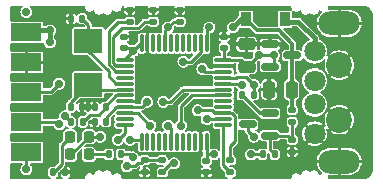
<source format=gbr>
G04 #@! TF.GenerationSoftware,KiCad,Pcbnew,6.0.7+dfsg-3*
G04 #@! TF.CreationDate,2022-10-18T14:34:48+08:00*
G04 #@! TF.ProjectId,stlink,73746c69-6e6b-42e6-9b69-6361645f7063,f*
G04 #@! TF.SameCoordinates,PX5c07920PY68e7780*
G04 #@! TF.FileFunction,Copper,L1,Top*
G04 #@! TF.FilePolarity,Positive*
%FSLAX46Y46*%
G04 Gerber Fmt 4.6, Leading zero omitted, Abs format (unit mm)*
G04 Created by KiCad (PCBNEW 6.0.7+dfsg-3) date 2022-10-18 14:34:48*
%MOMM*%
%LPD*%
G01*
G04 APERTURE LIST*
G04 Aperture macros list*
%AMRoundRect*
0 Rectangle with rounded corners*
0 $1 Rounding radius*
0 $2 $3 $4 $5 $6 $7 $8 $9 X,Y pos of 4 corners*
0 Add a 4 corners polygon primitive as box body*
4,1,4,$2,$3,$4,$5,$6,$7,$8,$9,$2,$3,0*
0 Add four circle primitives for the rounded corners*
1,1,$1+$1,$2,$3*
1,1,$1+$1,$4,$5*
1,1,$1+$1,$6,$7*
1,1,$1+$1,$8,$9*
0 Add four rect primitives between the rounded corners*
20,1,$1+$1,$2,$3,$4,$5,0*
20,1,$1+$1,$4,$5,$6,$7,0*
20,1,$1+$1,$6,$7,$8,$9,0*
20,1,$1+$1,$8,$9,$2,$3,0*%
G04 Aperture macros list end*
G04 #@! TA.AperFunction,SMDPad,CuDef*
%ADD10RoundRect,0.150000X-0.587500X-0.150000X0.587500X-0.150000X0.587500X0.150000X-0.587500X0.150000X0*%
G04 #@! TD*
G04 #@! TA.AperFunction,SMDPad,CuDef*
%ADD11RoundRect,0.250000X0.250000X0.475000X-0.250000X0.475000X-0.250000X-0.475000X0.250000X-0.475000X0*%
G04 #@! TD*
G04 #@! TA.AperFunction,SMDPad,CuDef*
%ADD12RoundRect,0.250000X0.475000X-0.250000X0.475000X0.250000X-0.475000X0.250000X-0.475000X-0.250000X0*%
G04 #@! TD*
G04 #@! TA.AperFunction,SMDPad,CuDef*
%ADD13RoundRect,0.135000X0.135000X0.185000X-0.135000X0.185000X-0.135000X-0.185000X0.135000X-0.185000X0*%
G04 #@! TD*
G04 #@! TA.AperFunction,SMDPad,CuDef*
%ADD14RoundRect,0.140000X0.170000X-0.140000X0.170000X0.140000X-0.170000X0.140000X-0.170000X-0.140000X0*%
G04 #@! TD*
G04 #@! TA.AperFunction,SMDPad,CuDef*
%ADD15RoundRect,0.140000X-0.170000X0.140000X-0.170000X-0.140000X0.170000X-0.140000X0.170000X0.140000X0*%
G04 #@! TD*
G04 #@! TA.AperFunction,SMDPad,CuDef*
%ADD16RoundRect,0.140000X0.140000X0.170000X-0.140000X0.170000X-0.140000X-0.170000X0.140000X-0.170000X0*%
G04 #@! TD*
G04 #@! TA.AperFunction,SMDPad,CuDef*
%ADD17RoundRect,0.140000X-0.140000X-0.170000X0.140000X-0.170000X0.140000X0.170000X-0.140000X0.170000X0*%
G04 #@! TD*
G04 #@! TA.AperFunction,SMDPad,CuDef*
%ADD18RoundRect,0.218750X-0.218750X-0.256250X0.218750X-0.256250X0.218750X0.256250X-0.218750X0.256250X0*%
G04 #@! TD*
G04 #@! TA.AperFunction,SMDPad,CuDef*
%ADD19RoundRect,0.135000X-0.135000X-0.185000X0.135000X-0.185000X0.135000X0.185000X-0.135000X0.185000X0*%
G04 #@! TD*
G04 #@! TA.AperFunction,SMDPad,CuDef*
%ADD20R,0.900000X1.200000*%
G04 #@! TD*
G04 #@! TA.AperFunction,SMDPad,CuDef*
%ADD21RoundRect,0.075000X-0.662500X-0.075000X0.662500X-0.075000X0.662500X0.075000X-0.662500X0.075000X0*%
G04 #@! TD*
G04 #@! TA.AperFunction,SMDPad,CuDef*
%ADD22RoundRect,0.075000X-0.075000X-0.662500X0.075000X-0.662500X0.075000X0.662500X-0.075000X0.662500X0*%
G04 #@! TD*
G04 #@! TA.AperFunction,ComponentPad*
%ADD23C,1.800000*%
G04 #@! TD*
G04 #@! TA.AperFunction,ComponentPad*
%ADD24O,3.500000X2.000000*%
G04 #@! TD*
G04 #@! TA.AperFunction,ComponentPad*
%ADD25C,2.200000*%
G04 #@! TD*
G04 #@! TA.AperFunction,SMDPad,CuDef*
%ADD26RoundRect,0.135000X-0.185000X0.135000X-0.185000X-0.135000X0.185000X-0.135000X0.185000X0.135000X0*%
G04 #@! TD*
G04 #@! TA.AperFunction,SMDPad,CuDef*
%ADD27RoundRect,0.135000X0.185000X-0.135000X0.185000X0.135000X-0.185000X0.135000X-0.185000X-0.135000X0*%
G04 #@! TD*
G04 #@! TA.AperFunction,SMDPad,CuDef*
%ADD28RoundRect,0.150000X0.587500X0.150000X-0.587500X0.150000X-0.587500X-0.150000X0.587500X-0.150000X0*%
G04 #@! TD*
G04 #@! TA.AperFunction,SMDPad,CuDef*
%ADD29R,2.400000X2.000000*%
G04 #@! TD*
G04 #@! TA.AperFunction,SMDPad,CuDef*
%ADD30R,2.540000X1.524000*%
G04 #@! TD*
G04 #@! TA.AperFunction,ViaPad*
%ADD31C,0.700000*%
G04 #@! TD*
G04 #@! TA.AperFunction,Conductor*
%ADD32C,0.228600*%
G04 #@! TD*
G04 #@! TA.AperFunction,Conductor*
%ADD33C,0.381000*%
G04 #@! TD*
G04 #@! TA.AperFunction,Conductor*
%ADD34C,0.304800*%
G04 #@! TD*
G04 APERTURE END LIST*
D10*
G04 #@! TO.P,U1,1,GND*
G04 #@! TO.N,GND*
X34642500Y24082000D03*
G04 #@! TO.P,U1,2,VO*
G04 #@! TO.N,+3V3*
X34642500Y22182000D03*
G04 #@! TO.P,U1,3,VI*
G04 #@! TO.N,+5V*
X36517500Y23132000D03*
G04 #@! TD*
D11*
G04 #@! TO.P,C4,1*
G04 #@! TO.N,+5V*
X36450000Y20250000D03*
G04 #@! TO.P,C4,2*
G04 #@! TO.N,GND*
X34550000Y20250000D03*
G04 #@! TD*
D12*
G04 #@! TO.P,C5,1*
G04 #@! TO.N,+3V3*
X32650000Y22182000D03*
G04 #@! TO.P,C5,2*
G04 #@! TO.N,GND*
X32650000Y24082000D03*
G04 #@! TD*
D13*
G04 #@! TO.P,R3,1*
G04 #@! TO.N,D+*
X33260000Y19800000D03*
G04 #@! TO.P,R3,2*
G04 #@! TO.N,Net-(Q1-Pad2)*
X32240000Y19800000D03*
G04 #@! TD*
D14*
G04 #@! TO.P,C6,1*
G04 #@! TO.N,+3V3*
X22250000Y23770000D03*
G04 #@! TO.P,C6,2*
G04 #@! TO.N,GND*
X22250000Y24730000D03*
G04 #@! TD*
G04 #@! TO.P,C7,1*
G04 #@! TO.N,+3V3*
X30750000Y23770000D03*
G04 #@! TO.P,C7,2*
G04 #@! TO.N,GND*
X30750000Y24730000D03*
G04 #@! TD*
D15*
G04 #@! TO.P,C8,1*
G04 #@! TO.N,+3V3*
X29230000Y14214000D03*
G04 #@! TO.P,C8,2*
G04 #@! TO.N,GND*
X29230000Y13254000D03*
G04 #@! TD*
D16*
G04 #@! TO.P,C9,1*
G04 #@! TO.N,+3V3*
X20730000Y17500000D03*
G04 #@! TO.P,C9,2*
G04 #@! TO.N,GND*
X19770000Y17500000D03*
G04 #@! TD*
G04 #@! TO.P,C2,1*
G04 #@! TO.N,Net-(C2-Pad1)*
X18730000Y26250000D03*
G04 #@! TO.P,C2,2*
G04 #@! TO.N,GND*
X17770000Y26250000D03*
G04 #@! TD*
D17*
G04 #@! TO.P,C3,1*
G04 #@! TO.N,Net-(C3-Pad1)*
X17770000Y18750000D03*
G04 #@! TO.P,C3,2*
G04 #@! TO.N,GND*
X18730000Y18750000D03*
G04 #@! TD*
D18*
G04 #@! TO.P,D2,1,K*
G04 #@! TO.N,LED*
X17712500Y14750000D03*
G04 #@! TO.P,D2,2,A*
G04 #@! TO.N,Net-(D2-Pad2)*
X19287500Y14750000D03*
G04 #@! TD*
G04 #@! TO.P,D3,1,K*
G04 #@! TO.N,Net-(D3-Pad1)*
X17712500Y16250000D03*
G04 #@! TO.P,D3,2,A*
G04 #@! TO.N,LED*
X19287500Y16250000D03*
G04 #@! TD*
D19*
G04 #@! TO.P,R12,1*
G04 #@! TO.N,Net-(D2-Pad2)*
X20990000Y14750000D03*
G04 #@! TO.P,R12,2*
G04 #@! TO.N,+3V3*
X22010000Y14750000D03*
G04 #@! TD*
D20*
G04 #@! TO.P,D1,1,K*
G04 #@! TO.N,+5V*
X32600000Y26180000D03*
G04 #@! TO.P,D1,2,A*
G04 #@! TO.N,VBUS*
X35900000Y26180000D03*
G04 #@! TD*
D21*
G04 #@! TO.P,U2,1,VBAT*
G04 #@! TO.N,+3V3*
X22337500Y22750000D03*
G04 #@! TO.P,U2,2,PC13*
G04 #@! TO.N,Net-(R7-Pad2)*
X22337500Y22250000D03*
G04 #@! TO.P,U2,3,PC14*
G04 #@! TO.N,Net-(R8-Pad2)*
X22337500Y21750000D03*
G04 #@! TO.P,U2,4,PC15*
G04 #@! TO.N,unconnected-(U2-Pad4)*
X22337500Y21250000D03*
G04 #@! TO.P,U2,5,PD0*
G04 #@! TO.N,Net-(C2-Pad1)*
X22337500Y20750000D03*
G04 #@! TO.P,U2,6,PD1*
G04 #@! TO.N,Net-(C3-Pad1)*
X22337500Y20250000D03*
G04 #@! TO.P,U2,7,NRST*
G04 #@! TO.N,Net-(C1-Pad1)*
X22337500Y19750000D03*
G04 #@! TO.P,U2,8,VSSA*
G04 #@! TO.N,GND*
X22337500Y19250000D03*
G04 #@! TO.P,U2,9,VDDA*
G04 #@! TO.N,+3V3*
X22337500Y18750000D03*
G04 #@! TO.P,U2,10,PA0*
G04 #@! TO.N,Net-(R10-Pad1)*
X22337500Y18250000D03*
G04 #@! TO.P,U2,11,PA1*
G04 #@! TO.N,unconnected-(U2-Pad11)*
X22337500Y17750000D03*
G04 #@! TO.P,U2,12,PA2*
G04 #@! TO.N,T_TX*
X22337500Y17250000D03*
D22*
G04 #@! TO.P,U2,13,PA3*
G04 #@! TO.N,T_RX*
X23750000Y15837500D03*
G04 #@! TO.P,U2,14,PA4*
G04 #@! TO.N,unconnected-(U2-Pad14)*
X24250000Y15837500D03*
G04 #@! TO.P,U2,15,PA5*
G04 #@! TO.N,unconnected-(U2-Pad15)*
X24750000Y15837500D03*
G04 #@! TO.P,U2,16,PA6*
G04 #@! TO.N,unconnected-(U2-Pad16)*
X25250000Y15837500D03*
G04 #@! TO.P,U2,17,PA7*
G04 #@! TO.N,unconnected-(U2-Pad17)*
X25750000Y15837500D03*
G04 #@! TO.P,U2,18,PB0*
G04 #@! TO.N,T_RST*
X26250000Y15837500D03*
G04 #@! TO.P,U2,19,PB1*
G04 #@! TO.N,unconnected-(U2-Pad19)*
X26750000Y15837500D03*
G04 #@! TO.P,U2,20,PB2*
G04 #@! TO.N,unconnected-(U2-Pad20)*
X27250000Y15837500D03*
G04 #@! TO.P,U2,21,PB10*
G04 #@! TO.N,unconnected-(U2-Pad21)*
X27750000Y15837500D03*
G04 #@! TO.P,U2,22,PB11*
G04 #@! TO.N,unconnected-(U2-Pad22)*
X28250000Y15837500D03*
G04 #@! TO.P,U2,23,VSS*
G04 #@! TO.N,GND*
X28750000Y15837500D03*
G04 #@! TO.P,U2,24,VDD*
G04 #@! TO.N,+3V3*
X29250000Y15837500D03*
D21*
G04 #@! TO.P,U2,25,PB12*
G04 #@! TO.N,Net-(R9-Pad1)*
X30662500Y17250000D03*
G04 #@! TO.P,U2,26,PB13*
G04 #@! TO.N,T_CLK*
X30662500Y17750000D03*
G04 #@! TO.P,U2,27,PB14*
G04 #@! TO.N,T_DIO*
X30662500Y18250000D03*
G04 #@! TO.P,U2,28,PB15*
G04 #@! TO.N,unconnected-(U2-Pad28)*
X30662500Y18750000D03*
G04 #@! TO.P,U2,29,PA8*
G04 #@! TO.N,unconnected-(U2-Pad29)*
X30662500Y19250000D03*
G04 #@! TO.P,U2,30,PA9*
G04 #@! TO.N,LED*
X30662500Y19750000D03*
G04 #@! TO.P,U2,31,PA10*
G04 #@! TO.N,T_SWO*
X30662500Y20250000D03*
G04 #@! TO.P,U2,32,PA11*
G04 #@! TO.N,D-*
X30662500Y20750000D03*
G04 #@! TO.P,U2,33,PA12*
G04 #@! TO.N,D+*
X30662500Y21250000D03*
G04 #@! TO.P,U2,34,PA13*
G04 #@! TO.N,DIO*
X30662500Y21750000D03*
G04 #@! TO.P,U2,35,VSS*
G04 #@! TO.N,GND*
X30662500Y22250000D03*
G04 #@! TO.P,U2,36,VDD*
G04 #@! TO.N,+3V3*
X30662500Y22750000D03*
D22*
G04 #@! TO.P,U2,37,PA14*
G04 #@! TO.N,CLK*
X29250000Y24162500D03*
G04 #@! TO.P,U2,38,PA15*
G04 #@! TO.N,RENUM*
X28750000Y24162500D03*
G04 #@! TO.P,U2,39,PB3*
G04 #@! TO.N,unconnected-(U2-Pad39)*
X28250000Y24162500D03*
G04 #@! TO.P,U2,40,PB4*
G04 #@! TO.N,unconnected-(U2-Pad40)*
X27750000Y24162500D03*
G04 #@! TO.P,U2,41,PB5*
G04 #@! TO.N,unconnected-(U2-Pad41)*
X27250000Y24162500D03*
G04 #@! TO.P,U2,42,PB6*
G04 #@! TO.N,unconnected-(U2-Pad42)*
X26750000Y24162500D03*
G04 #@! TO.P,U2,43,PB7*
G04 #@! TO.N,unconnected-(U2-Pad43)*
X26250000Y24162500D03*
G04 #@! TO.P,U2,44,BOOT0*
G04 #@! TO.N,B0*
X25750000Y24162500D03*
G04 #@! TO.P,U2,45,PB8*
G04 #@! TO.N,unconnected-(U2-Pad45)*
X25250000Y24162500D03*
G04 #@! TO.P,U2,46,PB9*
G04 #@! TO.N,unconnected-(U2-Pad46)*
X24750000Y24162500D03*
G04 #@! TO.P,U2,47,VSS*
G04 #@! TO.N,GND*
X24250000Y24162500D03*
G04 #@! TO.P,U2,48,VDD*
G04 #@! TO.N,+3V3*
X23750000Y24162500D03*
G04 #@! TD*
D23*
G04 #@! TO.P,J1,1,VBUS*
G04 #@! TO.N,VBUS*
X38400000Y23500000D03*
G04 #@! TO.P,J1,2,D-*
G04 #@! TO.N,D-*
X38400000Y21000000D03*
G04 #@! TO.P,J1,3,D+*
G04 #@! TO.N,D+*
X38400000Y19000000D03*
G04 #@! TO.P,J1,4,GND*
G04 #@! TO.N,GND*
X38400000Y16500000D03*
D24*
G04 #@! TO.P,J1,5,Shield*
X40500000Y14150000D03*
X40500000Y25850000D03*
D25*
X40500000Y17700000D03*
X40500000Y22300000D03*
G04 #@! TD*
D16*
G04 #@! TO.P,C1,1*
G04 #@! TO.N,Net-(C1-Pad1)*
X20730000Y18750000D03*
G04 #@! TO.P,C1,2*
G04 #@! TO.N,GND*
X19770000Y18750000D03*
G04 #@! TD*
D13*
G04 #@! TO.P,R1,1*
G04 #@! TO.N,Net-(C1-Pad1)*
X18760000Y17500000D03*
G04 #@! TO.P,R1,2*
G04 #@! TO.N,+3V3*
X17740000Y17500000D03*
G04 #@! TD*
D26*
G04 #@! TO.P,R2,1*
G04 #@! TO.N,GND*
X27000000Y27010000D03*
G04 #@! TO.P,R2,2*
G04 #@! TO.N,B0*
X27000000Y25990000D03*
G04 #@! TD*
D27*
G04 #@! TO.P,R9,1*
G04 #@! TO.N,Net-(R9-Pad1)*
X31262000Y13224000D03*
G04 #@! TO.P,R9,2*
G04 #@! TO.N,T_DIO*
X31262000Y14244000D03*
G04 #@! TD*
D28*
G04 #@! TO.P,Q1,1,B*
G04 #@! TO.N,Net-(Q1-Pad1)*
X34612500Y16340000D03*
G04 #@! TO.P,Q1,2,E*
G04 #@! TO.N,Net-(Q1-Pad2)*
X34612500Y18240000D03*
G04 #@! TO.P,Q1,3,C*
G04 #@! TO.N,+3V3*
X32737500Y17290000D03*
G04 #@! TD*
D27*
G04 #@! TO.P,R4,1*
G04 #@! TO.N,Net-(Q1-Pad1)*
X36500000Y17490000D03*
G04 #@! TO.P,R4,2*
G04 #@! TO.N,+5V*
X36500000Y18510000D03*
G04 #@! TD*
G04 #@! TO.P,R5,1*
G04 #@! TO.N,GND*
X36500000Y14990000D03*
G04 #@! TO.P,R5,2*
G04 #@! TO.N,Net-(Q1-Pad1)*
X36500000Y16010000D03*
G04 #@! TD*
D26*
G04 #@! TO.P,R7,1*
G04 #@! TO.N,GND*
X24750000Y27010000D03*
G04 #@! TO.P,R7,2*
G04 #@! TO.N,Net-(R7-Pad2)*
X24750000Y25990000D03*
G04 #@! TD*
G04 #@! TO.P,R8,1*
G04 #@! TO.N,GND*
X22750000Y27010000D03*
G04 #@! TO.P,R8,2*
G04 #@! TO.N,Net-(R8-Pad2)*
X22750000Y25990000D03*
G04 #@! TD*
G04 #@! TO.P,R10,1*
G04 #@! TO.N,Net-(R10-Pad1)*
X25500000Y14260000D03*
G04 #@! TO.P,R10,2*
G04 #@! TO.N,Net-(JP1-Pad2)*
X25500000Y13240000D03*
G04 #@! TD*
D19*
G04 #@! TO.P,R6,1*
G04 #@! TO.N,RENUM*
X33990000Y14750000D03*
G04 #@! TO.P,R6,2*
G04 #@! TO.N,Net-(Q1-Pad1)*
X35010000Y14750000D03*
G04 #@! TD*
D29*
G04 #@! TO.P,Y1,1,1*
G04 #@! TO.N,Net-(C2-Pad1)*
X19250000Y24350000D03*
G04 #@! TO.P,Y1,2,2*
G04 #@! TO.N,Net-(C3-Pad1)*
X19250000Y20650000D03*
G04 #@! TD*
D13*
G04 #@! TO.P,R13,1*
G04 #@! TO.N,GND*
X17310000Y13250000D03*
G04 #@! TO.P,R13,2*
G04 #@! TO.N,Net-(D3-Pad1)*
X16290000Y13250000D03*
G04 #@! TD*
D27*
G04 #@! TO.P,R11,1*
G04 #@! TO.N,GND*
X24000000Y13240000D03*
G04 #@! TO.P,R11,2*
G04 #@! TO.N,Net-(R10-Pad1)*
X24000000Y14260000D03*
G04 #@! TD*
D30*
G04 #@! TO.P,J2,2,Pin_2*
G04 #@! TO.N,+3V3*
X14000000Y25080000D03*
G04 #@! TO.P,J2,4,Pin_4*
G04 #@! TO.N,GND*
X14000000Y22540000D03*
G04 #@! TO.P,J2,6,Pin_6*
G04 #@! TO.N,T_DIO*
X14000000Y20000000D03*
G04 #@! TO.P,J2,8,Pin_8*
G04 #@! TO.N,T_RST*
X14000000Y17460000D03*
G04 #@! TO.P,J2,10,Pin_10*
G04 #@! TO.N,T_RX*
X14000000Y14920000D03*
G04 #@! TD*
D31*
G04 #@! TO.N,GND*
X36850000Y25037000D03*
X42500000Y24000000D03*
X42500000Y20000000D03*
X38000000Y26000000D03*
X24900000Y19900000D03*
X42500000Y15800000D03*
X16600000Y16300000D03*
X18500000Y13250000D03*
X27325000Y13250000D03*
X26000000Y22250000D03*
X35427600Y20236400D03*
X33040000Y13480000D03*
X19250000Y18750000D03*
X23000000Y24750000D03*
X35699941Y24018606D03*
X24750000Y22250000D03*
X19250000Y22500000D03*
G04 #@! TO.N,+5V*
X13990000Y26815000D03*
X31500000Y25500000D03*
G04 #@! TO.N,+3V3*
X34945000Y23132000D03*
X17286622Y17999861D03*
X33250000Y16250000D03*
X16000000Y24250000D03*
X24200000Y19200000D03*
X23000000Y23500000D03*
X33675000Y23132000D03*
X23000000Y14500000D03*
X29865000Y14750000D03*
X16000000Y25250000D03*
G04 #@! TO.N,D-*
X32230000Y20640000D03*
G04 #@! TO.N,D+*
X33260000Y20640000D03*
G04 #@! TO.N,LED*
X20250000Y16250000D03*
X27100000Y17200000D03*
G04 #@! TO.N,T_DIO*
X16772402Y20750000D03*
X28500000Y18500000D03*
G04 #@! TO.N,T_CLK*
X29250000Y17750000D03*
G04 #@! TO.N,CLK*
X29500000Y25500000D03*
G04 #@! TO.N,T_RX*
X22750000Y16000000D03*
X14000000Y13500000D03*
G04 #@! TO.N,T_TX*
X21750000Y16000000D03*
G04 #@! TO.N,T_RST*
X16800000Y17300000D03*
X26000000Y17200000D03*
G04 #@! TO.N,T_SWO*
X25600000Y19200000D03*
G04 #@! TO.N,DIO*
X28900000Y22000000D03*
G04 #@! TO.N,B0*
X26000000Y25500000D03*
G04 #@! TO.N,RENUM*
X33000000Y14750000D03*
X27300000Y22600000D03*
G04 #@! TO.N,Net-(R10-Pad1)*
X24500000Y17200000D03*
X22500000Y13750000D03*
G04 #@! TO.N,Net-(JP1-Pad2)*
X26500000Y14000000D03*
G04 #@! TD*
D32*
G04 #@! TO.N,GND*
X19770000Y18750000D02*
X19250000Y18750000D01*
D33*
G04 #@! TO.N,+5V*
X32180000Y26180000D02*
X31500000Y25500000D01*
X32600000Y26180000D02*
X32180000Y26180000D01*
D34*
X36517500Y23132000D02*
X36517500Y24127075D01*
X35369375Y25275200D02*
X33504800Y25275200D01*
X36517500Y24127075D02*
X35369375Y25275200D01*
X36500000Y18510000D02*
X36500000Y20200000D01*
X33504800Y25275200D02*
X32600000Y26180000D01*
X36450000Y20250000D02*
X36450000Y23064500D01*
D32*
G04 #@! TO.N,+3V3*
X34945000Y23132000D02*
X34945000Y22484500D01*
X29845000Y14770000D02*
X29250000Y14770000D01*
X23750000Y24162500D02*
X23662500Y24162500D01*
X30750000Y22837500D02*
X30662500Y22750000D01*
X22337500Y18750000D02*
X21616746Y18750000D01*
X34945000Y23132000D02*
X33675000Y23132000D01*
X32750000Y22182000D02*
X32182000Y22750000D01*
X29250000Y14770000D02*
X29250000Y14234000D01*
X34945000Y22484500D02*
X34642500Y22182000D01*
X32182000Y22750000D02*
X30662500Y22750000D01*
X22750000Y14750000D02*
X23000000Y14500000D01*
X30750000Y23765000D02*
X30750000Y22837500D01*
X20735000Y17868254D02*
X20735000Y17500000D01*
X22735000Y23765000D02*
X23000000Y23500000D01*
X22337500Y22750000D02*
X22337500Y22837500D01*
X23750000Y18750000D02*
X22337500Y18750000D01*
X29250000Y14250000D02*
X29230000Y14230000D01*
X32737500Y17290000D02*
X32737500Y16762500D01*
X21616746Y18750000D02*
X20735000Y17868254D01*
X22250000Y23765000D02*
X22735000Y23765000D01*
X29250000Y15837500D02*
X29250000Y14770000D01*
X32750000Y22207000D02*
X33675000Y23132000D01*
X17740000Y17500000D02*
X17286622Y17953378D01*
X21985000Y14750000D02*
X22750000Y14750000D01*
D33*
X16000000Y25250000D02*
X14170000Y25250000D01*
D32*
X22337500Y22837500D02*
X23000000Y23500000D01*
X29865000Y14750000D02*
X29845000Y14770000D01*
X17286622Y17953378D02*
X17286622Y17999861D01*
X32737500Y16762500D02*
X33250000Y16250000D01*
X24200000Y19200000D02*
X23750000Y18750000D01*
D33*
X16000000Y25250000D02*
X16000000Y24250000D01*
D32*
X23662500Y24162500D02*
X23000000Y23500000D01*
X29250000Y14234000D02*
X29230000Y14214000D01*
D33*
G04 #@! TO.N,VBUS*
X35900000Y26000000D02*
X37000000Y26000000D01*
X37000000Y26000000D02*
X38400000Y24600000D01*
X38400000Y24600000D02*
X38400000Y23500000D01*
D32*
G04 #@! TO.N,D-*
X30662500Y20750000D02*
X32120000Y20750000D01*
X32120000Y20750000D02*
X32230000Y20640000D01*
G04 #@! TO.N,D+*
X33260000Y20640000D02*
X32585000Y21315000D01*
X33260000Y19800000D02*
X33260000Y20640000D01*
X32585000Y21315000D02*
X31835000Y21315000D01*
X31770000Y21250000D02*
X30662500Y21250000D01*
X31835000Y21315000D02*
X31770000Y21250000D01*
G04 #@! TO.N,Net-(D2-Pad2)*
X21015000Y14750000D02*
X19287500Y14750000D01*
G04 #@! TO.N,LED*
X27100000Y17200000D02*
X27100000Y18850000D01*
X27100000Y18850000D02*
X28000000Y19750000D01*
X28000000Y19750000D02*
X30662500Y19750000D01*
X17787500Y14750000D02*
X19287500Y16250000D01*
X20250000Y16250000D02*
X19287500Y16250000D01*
G04 #@! TO.N,Net-(D3-Pad1)*
X17712500Y16250000D02*
X17008290Y15545790D01*
X17008290Y13943290D02*
X16315000Y13250000D01*
X17008290Y15545790D02*
X17008290Y13943290D01*
G04 #@! TO.N,T_DIO*
X31262000Y15464580D02*
X31666710Y15869290D01*
X16102402Y20080000D02*
X16772402Y20750000D01*
X31400000Y18250000D02*
X31666710Y17983290D01*
X31262000Y14244000D02*
X31262000Y15464580D01*
X16102402Y20080000D02*
X14080000Y20080000D01*
X29691746Y18500000D02*
X29941746Y18250000D01*
X31666710Y17983290D02*
X31666710Y15869290D01*
X29941746Y18250000D02*
X30662500Y18250000D01*
X28500000Y18500000D02*
X29691746Y18500000D01*
X30662500Y18250000D02*
X31400000Y18250000D01*
G04 #@! TO.N,T_CLK*
X29250000Y17750000D02*
X30662500Y17750000D01*
G04 #@! TO.N,CLK*
X29250000Y24162500D02*
X29250000Y25250000D01*
X29250000Y25250000D02*
X29500000Y25500000D01*
G04 #@! TO.N,T_RX*
X22750000Y16000000D02*
X23587500Y16000000D01*
X23587500Y16000000D02*
X23750000Y15837500D01*
X14000000Y13500000D02*
X14000000Y14920000D01*
G04 #@! TO.N,T_TX*
X22337500Y17250000D02*
X22337500Y16587500D01*
X22337500Y16587500D02*
X21750000Y16000000D01*
G04 #@! TO.N,T_RST*
X26250000Y15837500D02*
X26250000Y16950000D01*
X16640000Y17460000D02*
X16800000Y17300000D01*
X14000000Y17460000D02*
X16640000Y17460000D01*
X26250000Y16950000D02*
X26000000Y17200000D01*
G04 #@! TO.N,T_SWO*
X30662500Y20250000D02*
X27250000Y20250000D01*
X26200000Y19200000D02*
X27250000Y20250000D01*
X25600000Y19200000D02*
X26200000Y19200000D01*
G04 #@! TO.N,DIO*
X29150000Y21750000D02*
X28900000Y22000000D01*
X30662500Y21750000D02*
X29150000Y21750000D01*
G04 #@! TO.N,B0*
X25750000Y25250000D02*
X26000000Y25500000D01*
X25750000Y24162500D02*
X25750000Y25250000D01*
X26490000Y25990000D02*
X26000000Y25500000D01*
X27000000Y25990000D02*
X26490000Y25990000D01*
G04 #@! TO.N,Net-(Q1-Pad2)*
X33800000Y18240000D02*
X32240000Y19800000D01*
X34612500Y18240000D02*
X33800000Y18240000D01*
G04 #@! TO.N,Net-(Q1-Pad1)*
X34612500Y16340000D02*
X34612500Y15147500D01*
X36500000Y17490000D02*
X36500000Y16010000D01*
X34612500Y15147500D02*
X35010000Y14750000D01*
X36170000Y16340000D02*
X36500000Y16010000D01*
X34612500Y16340000D02*
X36170000Y16340000D01*
G04 #@! TO.N,RENUM*
X27925000Y22600000D02*
X28750000Y23425000D01*
X27300000Y22600000D02*
X27925000Y22600000D01*
X28750000Y23425000D02*
X28750000Y24162500D01*
X33000000Y14750000D02*
X33990000Y14750000D01*
G04 #@! TO.N,Net-(C1-Pad1)*
X20730000Y18750000D02*
X20113298Y18133298D01*
X19393298Y18133298D02*
X18760000Y17500000D01*
X22337500Y19750000D02*
X21600000Y19750000D01*
X20113298Y18133298D02*
X19393298Y18133298D01*
X21600000Y19750000D02*
X20730000Y18880000D01*
G04 #@! TO.N,Net-(C2-Pad1)*
X19250000Y24350000D02*
X19250000Y25735000D01*
X22337500Y20750000D02*
X21600000Y20750000D01*
X19250000Y25735000D02*
X18735000Y26250000D01*
X20952279Y21397721D02*
X20952279Y21836807D01*
X21600000Y20750000D02*
X20952279Y21397721D01*
X20952279Y21836807D02*
X19250000Y23539086D01*
G04 #@! TO.N,Net-(C3-Pad1)*
X17765000Y19165000D02*
X19250000Y20650000D01*
X17765000Y18750000D02*
X17765000Y19165000D01*
X22337500Y20250000D02*
X19650000Y20250000D01*
G04 #@! TO.N,Net-(R7-Pad2)*
X23463290Y25453290D02*
X22062508Y25453290D01*
X21333290Y22533456D02*
X21333290Y24724072D01*
X24000000Y25990000D02*
X23463290Y25453290D01*
X22062508Y25453290D02*
X21333290Y24724072D01*
X21616746Y22250000D02*
X21333290Y22533456D01*
X24000000Y25990000D02*
X24750000Y25990000D01*
X22337500Y22250000D02*
X21616746Y22250000D01*
G04 #@! TO.N,Net-(R8-Pad2)*
X21577916Y21750000D02*
X20952279Y22375637D01*
X21740000Y25990000D02*
X22750000Y25990000D01*
X20952279Y22375637D02*
X20952279Y25202279D01*
X20952279Y25202279D02*
X21740000Y25990000D01*
X22337500Y21750000D02*
X21577916Y21750000D01*
G04 #@! TO.N,Net-(R9-Pad1)*
X31262000Y13224000D02*
X30662500Y13823500D01*
X30662500Y13823500D02*
X30662500Y17250000D01*
G04 #@! TO.N,Net-(R10-Pad1)*
X23412718Y14000000D02*
X23162718Y13750000D01*
X23162718Y13750000D02*
X22500000Y13750000D01*
X24000000Y14260000D02*
X25500000Y14260000D01*
X23450000Y18250000D02*
X24500000Y17200000D01*
X22337500Y18250000D02*
X23450000Y18250000D01*
X23740000Y14000000D02*
X23412718Y14000000D01*
X24000000Y14260000D02*
X23740000Y14000000D01*
G04 #@! TO.N,Net-(JP1-Pad2)*
X26260000Y14000000D02*
X25500000Y13240000D01*
X26500000Y14000000D02*
X26260000Y14000000D01*
G04 #@! TD*
G04 #@! TA.AperFunction,Conductor*
G04 #@! TO.N,GND*
G36*
X13679039Y27329507D02*
G01*
X13704759Y27284958D01*
X13695826Y27234300D01*
X13670828Y27208301D01*
X13665239Y27204775D01*
X13665235Y27204772D01*
X13660709Y27201916D01*
X13653550Y27193810D01*
X13568897Y27097959D01*
X13568895Y27097956D01*
X13565351Y27093943D01*
X13560614Y27083853D01*
X13507923Y26971626D01*
X13504129Y26963546D01*
X13503305Y26958256D01*
X13503305Y26958255D01*
X13503203Y26957599D01*
X13481967Y26821207D01*
X13482661Y26815900D01*
X13482661Y26815897D01*
X13485870Y26791361D01*
X13500645Y26678370D01*
X13558662Y26546516D01*
X13562107Y26542418D01*
X13562108Y26542416D01*
X13605799Y26490439D01*
X13651354Y26436245D01*
X13673830Y26421284D01*
X13764405Y26360993D01*
X13771270Y26356423D01*
X13908769Y26313465D01*
X13982871Y26312107D01*
X14047436Y26310923D01*
X14047438Y26310923D01*
X14052798Y26310825D01*
X14057969Y26312235D01*
X14057971Y26312235D01*
X14133695Y26332880D01*
X14191779Y26348715D01*
X14244871Y26381314D01*
X14300809Y26415659D01*
X17337600Y26415659D01*
X17341297Y26405502D01*
X17346669Y26402400D01*
X17604341Y26402400D01*
X17614498Y26406097D01*
X17617600Y26411469D01*
X17617600Y26699140D01*
X17613903Y26709297D01*
X17608531Y26712399D01*
X17588773Y26712399D01*
X17584356Y26712137D01*
X17566663Y26710033D01*
X17555908Y26707077D01*
X17467856Y26667966D01*
X17456612Y26660238D01*
X17389463Y26592972D01*
X17381750Y26581707D01*
X17342800Y26493605D01*
X17339858Y26482814D01*
X17337852Y26465608D01*
X17337600Y26461269D01*
X17337600Y26415659D01*
X14300809Y26415659D01*
X14309970Y26421284D01*
X14309973Y26421286D01*
X14314539Y26424090D01*
X14411210Y26530890D01*
X14416795Y26542416D01*
X14471682Y26655704D01*
X14471682Y26655705D01*
X14474020Y26660530D01*
X14497919Y26802587D01*
X14498071Y26815000D01*
X14497571Y26818492D01*
X14478409Y26952296D01*
X14478408Y26952300D01*
X14477649Y26957599D01*
X14474697Y26964093D01*
X14420245Y27083853D01*
X14418026Y27088734D01*
X14413538Y27093943D01*
X14327487Y27193810D01*
X14327484Y27193813D01*
X14323993Y27197864D01*
X14319502Y27200775D01*
X14307127Y27208796D01*
X14276134Y27249851D01*
X14278781Y27301223D01*
X14313830Y27338874D01*
X14348029Y27347100D01*
X18869409Y27347100D01*
X18917747Y27329507D01*
X18943467Y27284958D01*
X18943684Y27260140D01*
X18942078Y27250000D01*
X18962043Y27123945D01*
X19019984Y27010229D01*
X19110229Y26919984D01*
X19115505Y26917296D01*
X19115506Y26917295D01*
X19157652Y26895821D01*
X19223945Y26862043D01*
X19229792Y26861117D01*
X19315374Y26847562D01*
X19315376Y26847562D01*
X19318292Y26847100D01*
X19381708Y26847100D01*
X19384624Y26847562D01*
X19384626Y26847562D01*
X19470208Y26861117D01*
X19476055Y26862043D01*
X19542348Y26895821D01*
X19584494Y26917295D01*
X19584495Y26917296D01*
X19589771Y26919984D01*
X19627833Y26958046D01*
X19674453Y26979786D01*
X19724140Y26966472D01*
X19753645Y26924335D01*
X19755281Y26916637D01*
X19759463Y26890234D01*
X19762043Y26873945D01*
X19776375Y26845817D01*
X19809421Y26780961D01*
X19819984Y26760229D01*
X19910229Y26669984D01*
X19915505Y26667296D01*
X19915506Y26667295D01*
X19933963Y26657891D01*
X20023945Y26612043D01*
X20029792Y26611117D01*
X20115374Y26597562D01*
X20115376Y26597562D01*
X20118292Y26597100D01*
X20181708Y26597100D01*
X20184624Y26597562D01*
X20184626Y26597562D01*
X20270208Y26611117D01*
X20276055Y26612043D01*
X20366037Y26657891D01*
X20384494Y26667295D01*
X20384495Y26667296D01*
X20389771Y26669984D01*
X20446826Y26727039D01*
X20493446Y26748779D01*
X20543133Y26735465D01*
X20553174Y26727039D01*
X20610229Y26669984D01*
X20615505Y26667296D01*
X20615506Y26667295D01*
X20633963Y26657891D01*
X20723945Y26612043D01*
X20729792Y26611117D01*
X20815374Y26597562D01*
X20815376Y26597562D01*
X20818292Y26597100D01*
X20881708Y26597100D01*
X20884624Y26597562D01*
X20884626Y26597562D01*
X20970208Y26611117D01*
X20976055Y26612043D01*
X21066037Y26657891D01*
X21084494Y26667295D01*
X21084495Y26667296D01*
X21089771Y26669984D01*
X21180016Y26760229D01*
X21190580Y26780961D01*
X21217875Y26834532D01*
X22277600Y26834532D01*
X22277863Y26830090D01*
X22279915Y26812845D01*
X22282873Y26802085D01*
X22321227Y26715737D01*
X22328955Y26704493D01*
X22394902Y26638660D01*
X22406166Y26630948D01*
X22492572Y26592748D01*
X22503352Y26589810D01*
X22520142Y26587852D01*
X22524480Y26587600D01*
X22584341Y26587600D01*
X22594498Y26591297D01*
X22597600Y26596669D01*
X22597600Y26600859D01*
X22902400Y26600859D01*
X22906097Y26590702D01*
X22911469Y26587600D01*
X22975468Y26587600D01*
X22979910Y26587863D01*
X22997155Y26589915D01*
X23007915Y26592873D01*
X23094263Y26631227D01*
X23105507Y26638955D01*
X23171340Y26704902D01*
X23179052Y26716166D01*
X23217252Y26802572D01*
X23220190Y26813352D01*
X23222148Y26830142D01*
X23222400Y26834480D01*
X23222400Y26834532D01*
X24277600Y26834532D01*
X24277863Y26830090D01*
X24279915Y26812845D01*
X24282873Y26802085D01*
X24321227Y26715737D01*
X24328955Y26704493D01*
X24394902Y26638660D01*
X24406166Y26630948D01*
X24492572Y26592748D01*
X24503352Y26589810D01*
X24520142Y26587852D01*
X24524480Y26587600D01*
X24584341Y26587600D01*
X24594498Y26591297D01*
X24597600Y26596669D01*
X24597600Y26600859D01*
X24902400Y26600859D01*
X24906097Y26590702D01*
X24911469Y26587600D01*
X24975468Y26587600D01*
X24979910Y26587863D01*
X24997155Y26589915D01*
X25007915Y26592873D01*
X25094263Y26631227D01*
X25105507Y26638955D01*
X25171340Y26704902D01*
X25179052Y26716166D01*
X25217252Y26802572D01*
X25220190Y26813352D01*
X25222148Y26830142D01*
X25222400Y26834480D01*
X25222400Y26834532D01*
X26527600Y26834532D01*
X26527863Y26830090D01*
X26529915Y26812845D01*
X26532873Y26802085D01*
X26571227Y26715737D01*
X26578955Y26704493D01*
X26644902Y26638660D01*
X26656166Y26630948D01*
X26742572Y26592748D01*
X26753352Y26589810D01*
X26770142Y26587852D01*
X26774480Y26587600D01*
X26834341Y26587600D01*
X26844498Y26591297D01*
X26847600Y26596669D01*
X26847600Y26600859D01*
X27152400Y26600859D01*
X27156097Y26590702D01*
X27161469Y26587600D01*
X27225468Y26587600D01*
X27229910Y26587863D01*
X27247155Y26589915D01*
X27257915Y26592873D01*
X27344263Y26631227D01*
X27355507Y26638955D01*
X27421340Y26704902D01*
X27429052Y26716166D01*
X27467252Y26802572D01*
X27470190Y26813352D01*
X27472148Y26830142D01*
X27472400Y26834480D01*
X27472400Y26844341D01*
X27468703Y26854498D01*
X27463331Y26857600D01*
X27165659Y26857600D01*
X27155502Y26853903D01*
X27152400Y26848531D01*
X27152400Y26600859D01*
X26847600Y26600859D01*
X26847600Y26844341D01*
X26843903Y26854498D01*
X26838531Y26857600D01*
X26540859Y26857600D01*
X26530702Y26853903D01*
X26527600Y26848531D01*
X26527600Y26834532D01*
X25222400Y26834532D01*
X25222400Y26844341D01*
X25218703Y26854498D01*
X25213331Y26857600D01*
X24915659Y26857600D01*
X24905502Y26853903D01*
X24902400Y26848531D01*
X24902400Y26600859D01*
X24597600Y26600859D01*
X24597600Y26844341D01*
X24593903Y26854498D01*
X24588531Y26857600D01*
X24290859Y26857600D01*
X24280702Y26853903D01*
X24277600Y26848531D01*
X24277600Y26834532D01*
X23222400Y26834532D01*
X23222400Y26844341D01*
X23218703Y26854498D01*
X23213331Y26857600D01*
X22915659Y26857600D01*
X22905502Y26853903D01*
X22902400Y26848531D01*
X22902400Y26600859D01*
X22597600Y26600859D01*
X22597600Y26844341D01*
X22593903Y26854498D01*
X22588531Y26857600D01*
X22290859Y26857600D01*
X22280702Y26853903D01*
X22277600Y26848531D01*
X22277600Y26834532D01*
X21217875Y26834532D01*
X21223625Y26845817D01*
X21237957Y26873945D01*
X21240537Y26890234D01*
X21244719Y26916637D01*
X21269658Y26961627D01*
X21317681Y26980061D01*
X21366318Y26963313D01*
X21372167Y26958046D01*
X21410229Y26919984D01*
X21415505Y26917296D01*
X21415506Y26917295D01*
X21457652Y26895821D01*
X21523945Y26862043D01*
X21529792Y26861117D01*
X21615374Y26847562D01*
X21615376Y26847562D01*
X21618292Y26847100D01*
X21681708Y26847100D01*
X21684624Y26847562D01*
X21684626Y26847562D01*
X21770208Y26861117D01*
X21776055Y26862043D01*
X21842348Y26895821D01*
X21884494Y26917295D01*
X21884495Y26917296D01*
X21889771Y26919984D01*
X21980016Y27010229D01*
X22037957Y27123945D01*
X22057922Y27250000D01*
X22056316Y27260139D01*
X22066133Y27310633D01*
X22106111Y27343004D01*
X22130591Y27347100D01*
X22224609Y27347100D01*
X22272947Y27329507D01*
X22298667Y27284958D01*
X22293387Y27241493D01*
X22282749Y27217431D01*
X22279810Y27206648D01*
X22277852Y27189858D01*
X22277600Y27185520D01*
X22277600Y27175659D01*
X22281297Y27165502D01*
X22286669Y27162400D01*
X23209141Y27162400D01*
X23219298Y27166097D01*
X23222400Y27171469D01*
X23222400Y27185468D01*
X23222137Y27189910D01*
X23220085Y27207155D01*
X23217128Y27217912D01*
X23206707Y27241374D01*
X23203164Y27292692D01*
X23233437Y27334281D01*
X23275433Y27347100D01*
X24224609Y27347100D01*
X24272947Y27329507D01*
X24298667Y27284958D01*
X24293387Y27241493D01*
X24282749Y27217431D01*
X24279810Y27206648D01*
X24277852Y27189858D01*
X24277600Y27185520D01*
X24277600Y27175659D01*
X24281297Y27165502D01*
X24286669Y27162400D01*
X25209141Y27162400D01*
X25219298Y27166097D01*
X25222400Y27171469D01*
X25222400Y27185468D01*
X25222137Y27189910D01*
X25220085Y27207155D01*
X25217128Y27217912D01*
X25206707Y27241374D01*
X25203164Y27292692D01*
X25233437Y27334281D01*
X25275433Y27347100D01*
X26474609Y27347100D01*
X26522947Y27329507D01*
X26548667Y27284958D01*
X26543387Y27241493D01*
X26532749Y27217431D01*
X26529810Y27206648D01*
X26527852Y27189858D01*
X26527600Y27185520D01*
X26527600Y27175659D01*
X26531297Y27165502D01*
X26536669Y27162400D01*
X27459141Y27162400D01*
X27469298Y27166097D01*
X27472400Y27171469D01*
X27472400Y27185468D01*
X27472137Y27189910D01*
X27470085Y27207155D01*
X27467128Y27217912D01*
X27456707Y27241374D01*
X27453164Y27292692D01*
X27483437Y27334281D01*
X27525433Y27347100D01*
X36369409Y27347100D01*
X36417747Y27329507D01*
X36443467Y27284958D01*
X36443684Y27260140D01*
X36442078Y27250000D01*
X36462043Y27123945D01*
X36464730Y27118672D01*
X36464730Y27118671D01*
X36513638Y27022683D01*
X36519907Y26971626D01*
X36491890Y26928485D01*
X36442698Y26913446D01*
X36417854Y26919068D01*
X36415820Y26919910D01*
X36409658Y26924028D01*
X36365057Y26932900D01*
X35900063Y26932900D01*
X35434944Y26932899D01*
X35390342Y26924028D01*
X35339766Y26890234D01*
X35335652Y26884077D01*
X35310945Y26847100D01*
X35305972Y26839658D01*
X35297100Y26795057D01*
X35297101Y26192876D01*
X35297101Y25655700D01*
X35279508Y25607362D01*
X35234959Y25581642D01*
X35221901Y25580500D01*
X33662407Y25580500D01*
X33614069Y25598093D01*
X33609233Y25602526D01*
X33224926Y25986834D01*
X33203186Y26033454D01*
X33202900Y26040008D01*
X33202899Y26791359D01*
X33202899Y26795056D01*
X33194028Y26839658D01*
X33160234Y26890234D01*
X33125495Y26913446D01*
X33115817Y26919913D01*
X33115816Y26919914D01*
X33109658Y26924028D01*
X33065057Y26932900D01*
X32600063Y26932900D01*
X32134944Y26932899D01*
X32090342Y26924028D01*
X32039766Y26890234D01*
X32035652Y26884077D01*
X32010945Y26847100D01*
X32005972Y26839658D01*
X31997100Y26795057D01*
X31997100Y26514342D01*
X31979507Y26466004D01*
X31966334Y26454952D01*
X31966600Y26454635D01*
X31961564Y26450409D01*
X31955862Y26447117D01*
X31928691Y26414736D01*
X31924259Y26409900D01*
X31539420Y26025061D01*
X31492800Y26003321D01*
X31485787Y26003036D01*
X31466120Y26003156D01*
X31431047Y26003370D01*
X31425897Y26001898D01*
X31425896Y26001898D01*
X31370367Y25986028D01*
X31292539Y25963785D01*
X31288013Y25960929D01*
X31288010Y25960928D01*
X31182556Y25894391D01*
X31170709Y25886916D01*
X31163550Y25878810D01*
X31078897Y25782959D01*
X31078895Y25782956D01*
X31075351Y25778943D01*
X31070921Y25769508D01*
X31017414Y25655542D01*
X31014129Y25648546D01*
X31013305Y25643256D01*
X31013305Y25643255D01*
X31011056Y25628810D01*
X30991967Y25506207D01*
X30992661Y25500900D01*
X30992661Y25500897D01*
X30994098Y25489912D01*
X31010645Y25363370D01*
X31053525Y25265917D01*
X31056890Y25214589D01*
X31026473Y25173106D01*
X30975986Y25160938D01*
X30965608Y25162148D01*
X30961269Y25162400D01*
X30915659Y25162400D01*
X30905502Y25158703D01*
X30902400Y25153331D01*
X30902400Y24895659D01*
X30906097Y24885502D01*
X30911469Y24882400D01*
X31199140Y24882400D01*
X31209297Y24886097D01*
X31212399Y24891469D01*
X31212399Y24911227D01*
X31212137Y24915644D01*
X31210034Y24933332D01*
X31207334Y24943154D01*
X31211488Y24994426D01*
X31247626Y25031032D01*
X31302270Y25034862D01*
X31310451Y25032306D01*
X31418769Y24998465D01*
X31492871Y24997107D01*
X31557436Y24995923D01*
X31557438Y24995923D01*
X31562798Y24995825D01*
X31567969Y24997235D01*
X31567971Y24997235D01*
X31643695Y25017880D01*
X31701779Y25033715D01*
X31793481Y25090020D01*
X31819970Y25106284D01*
X31819973Y25106286D01*
X31824539Y25109090D01*
X31921210Y25215890D01*
X31924984Y25223678D01*
X31981682Y25340704D01*
X31981682Y25340705D01*
X31984020Y25345530D01*
X31984909Y25350813D01*
X31984910Y25350817D01*
X31989746Y25379566D01*
X32015115Y25424316D01*
X32063313Y25442289D01*
X32088122Y25437455D01*
X32090342Y25435972D01*
X32134943Y25427100D01*
X32218337Y25427100D01*
X32889992Y25427101D01*
X32938330Y25409508D01*
X32943166Y25405075D01*
X33249718Y25098523D01*
X33253362Y25094302D01*
X33255455Y25090020D01*
X33260544Y25085299D01*
X33260545Y25085298D01*
X33292655Y25055512D01*
X33294687Y25053554D01*
X33308997Y25039244D01*
X33311858Y25037282D01*
X33314523Y25035067D01*
X33314405Y25034925D01*
X33317635Y25032340D01*
X33338837Y25012672D01*
X33345284Y25010100D01*
X33345287Y25010098D01*
X33352324Y25007291D01*
X33366994Y24999458D01*
X33378968Y24991244D01*
X33385721Y24989641D01*
X33385722Y24989641D01*
X33407111Y24984565D01*
X33417602Y24981247D01*
X33444473Y24970527D01*
X33450868Y24969900D01*
X33460106Y24969900D01*
X33477471Y24967868D01*
X33489627Y24964983D01*
X33520708Y24969213D01*
X33530847Y24969900D01*
X35211768Y24969900D01*
X35260106Y24952307D01*
X35264942Y24947874D01*
X36190174Y24022641D01*
X36211914Y23976021D01*
X36212200Y23969467D01*
X36212200Y23660100D01*
X36194607Y23611762D01*
X36150058Y23586042D01*
X36137000Y23584900D01*
X35884996Y23584900D01*
X35882789Y23584637D01*
X35882782Y23584637D01*
X35864191Y23582425D01*
X35864189Y23582424D01*
X35858588Y23581758D01*
X35755464Y23535952D01*
X35736088Y23516542D01*
X35688000Y23468370D01*
X35675744Y23456093D01*
X35672937Y23449743D01*
X35672936Y23449742D01*
X35653474Y23405720D01*
X35630118Y23352889D01*
X35629463Y23347271D01*
X35628307Y23337352D01*
X35627100Y23327004D01*
X35627100Y22936996D01*
X35627363Y22934789D01*
X35627363Y22934782D01*
X35629575Y22916191D01*
X35630242Y22910588D01*
X35676048Y22807464D01*
X35680959Y22802562D01*
X35750683Y22732959D01*
X35755907Y22727744D01*
X35762257Y22724937D01*
X35762258Y22724936D01*
X35805353Y22705884D01*
X35859111Y22682118D01*
X35864729Y22681463D01*
X35882834Y22679352D01*
X35882835Y22679352D01*
X35884996Y22679100D01*
X36069500Y22679100D01*
X36117838Y22661507D01*
X36143558Y22616958D01*
X36144700Y22603900D01*
X36144700Y21188390D01*
X36127107Y21140052D01*
X36085211Y21116349D01*
X36085418Y21115711D01*
X36082281Y21114692D01*
X36081263Y21114116D01*
X36079791Y21113883D01*
X36079790Y21113883D01*
X36073945Y21112957D01*
X36068674Y21110271D01*
X36068673Y21110271D01*
X35973208Y21061629D01*
X35960229Y21055016D01*
X35869984Y20964771D01*
X35812043Y20851055D01*
X35811117Y20845208D01*
X35798312Y20764358D01*
X35797100Y20756708D01*
X35797100Y19743292D01*
X35797562Y19740376D01*
X35797562Y19740374D01*
X35798738Y19732952D01*
X35812043Y19648945D01*
X35869984Y19535229D01*
X35960229Y19444984D01*
X36073945Y19387043D01*
X36131264Y19377965D01*
X36176254Y19353027D01*
X36194700Y19303691D01*
X36194700Y18955510D01*
X36177107Y18907172D01*
X36160246Y18894480D01*
X36161175Y18893128D01*
X36155451Y18889194D01*
X36149107Y18886376D01*
X36120046Y18857264D01*
X36078652Y18815797D01*
X36073335Y18810471D01*
X36070528Y18804121D01*
X36070527Y18804120D01*
X36057253Y18774095D01*
X36029969Y18712379D01*
X36029314Y18706761D01*
X36027669Y18692648D01*
X36027100Y18687772D01*
X36027100Y18332228D01*
X36030087Y18307124D01*
X36073624Y18209107D01*
X36078535Y18204205D01*
X36078536Y18204203D01*
X36144615Y18138240D01*
X36149529Y18133335D01*
X36155879Y18130528D01*
X36155880Y18130527D01*
X36204370Y18109090D01*
X36247621Y18089969D01*
X36253239Y18089314D01*
X36270066Y18087352D01*
X36270067Y18087352D01*
X36272228Y18087100D01*
X36727772Y18087100D01*
X36729979Y18087363D01*
X36729986Y18087363D01*
X36747270Y18089420D01*
X36752876Y18090087D01*
X36850893Y18133624D01*
X36855795Y18138535D01*
X36855797Y18138536D01*
X36921760Y18204615D01*
X36921761Y18204616D01*
X36926665Y18209529D01*
X36936386Y18231516D01*
X36967743Y18302446D01*
X36970031Y18307621D01*
X36972900Y18332228D01*
X36972900Y18687772D01*
X36972585Y18690425D01*
X36970580Y18707270D01*
X36969913Y18712876D01*
X36926376Y18810893D01*
X36921465Y18815795D01*
X36921464Y18815797D01*
X36855385Y18881760D01*
X36855384Y18881761D01*
X36850471Y18886665D01*
X36844120Y18889473D01*
X36838393Y18893394D01*
X36840326Y18896218D01*
X36813005Y18922451D01*
X36805300Y18955610D01*
X36805300Y19014772D01*
X37342108Y19014772D01*
X37342416Y19011104D01*
X37342416Y19011101D01*
X37358014Y18825346D01*
X37359386Y18809012D01*
X37392681Y18692900D01*
X37409454Y18634406D01*
X37416301Y18610526D01*
X37510685Y18426875D01*
X37512970Y18423992D01*
X37517714Y18418006D01*
X37638942Y18265055D01*
X37641736Y18262677D01*
X37641737Y18262676D01*
X37709959Y18204615D01*
X37796188Y18131228D01*
X37799389Y18129439D01*
X37799392Y18129437D01*
X37870013Y18089969D01*
X37976433Y18030493D01*
X37979934Y18029356D01*
X37979935Y18029355D01*
X37981203Y18028943D01*
X38172811Y17966686D01*
X38285644Y17953231D01*
X38374185Y17942673D01*
X38374187Y17942673D01*
X38377843Y17942237D01*
X38583719Y17958078D01*
X38723963Y17997235D01*
X38779052Y18012616D01*
X38779054Y18012617D01*
X38782597Y18013606D01*
X38893593Y18069674D01*
X38963618Y18105046D01*
X38963619Y18105047D01*
X38966902Y18106705D01*
X39106652Y18215890D01*
X39126715Y18231565D01*
X39129614Y18233830D01*
X39264535Y18390137D01*
X39292451Y18439278D01*
X39364711Y18566478D01*
X39364712Y18566479D01*
X39366527Y18569675D01*
X39405474Y18686755D01*
X39732185Y18686755D01*
X39732512Y18683014D01*
X40490623Y17924903D01*
X40500422Y17920334D01*
X40506413Y17921939D01*
X41263100Y18678626D01*
X41267669Y18688425D01*
X41266698Y18692050D01*
X41131282Y18786869D01*
X41125615Y18790141D01*
X40932961Y18879978D01*
X40926810Y18882217D01*
X40721479Y18937235D01*
X40715037Y18938371D01*
X40503269Y18956898D01*
X40496731Y18956898D01*
X40284963Y18938371D01*
X40278521Y18937235D01*
X40073190Y18882217D01*
X40067039Y18879978D01*
X39874385Y18790141D01*
X39868718Y18786869D01*
X39738385Y18695608D01*
X39732185Y18686755D01*
X39405474Y18686755D01*
X39431703Y18765603D01*
X39438358Y18818277D01*
X39452164Y18927564D01*
X39457583Y18970459D01*
X39457890Y18992451D01*
X39457966Y18997901D01*
X39457966Y18997906D01*
X39457995Y19000000D01*
X39457364Y19006440D01*
X39438206Y19201832D01*
X39438205Y19201837D01*
X39437846Y19205499D01*
X39378165Y19403171D01*
X39281227Y19585485D01*
X39271342Y19597606D01*
X39153045Y19742651D01*
X39153044Y19742652D01*
X39150722Y19745499D01*
X38991623Y19877118D01*
X38973364Y19886991D01*
X38912159Y19920084D01*
X38886689Y19933856D01*
X38852538Y19972322D01*
X38851102Y20023742D01*
X38883053Y20064055D01*
X38888551Y20067127D01*
X38963618Y20105046D01*
X38963619Y20105047D01*
X38966902Y20106705D01*
X39129614Y20233830D01*
X39264535Y20390137D01*
X39291660Y20437886D01*
X39364711Y20566478D01*
X39364712Y20566479D01*
X39366527Y20569675D01*
X39431703Y20765603D01*
X39457583Y20970459D01*
X39457995Y21000000D01*
X39456151Y21018810D01*
X39438206Y21201832D01*
X39438205Y21201837D01*
X39437846Y21205499D01*
X39405820Y21311575D01*
X39732331Y21311575D01*
X39733302Y21307950D01*
X39868718Y21213131D01*
X39874385Y21209859D01*
X40067039Y21120022D01*
X40073190Y21117783D01*
X40278521Y21062765D01*
X40284963Y21061629D01*
X40496731Y21043102D01*
X40503269Y21043102D01*
X40715037Y21061629D01*
X40721479Y21062765D01*
X40926810Y21117783D01*
X40932961Y21120022D01*
X41125615Y21209859D01*
X41131282Y21213131D01*
X41261615Y21304392D01*
X41267815Y21313245D01*
X41267488Y21316986D01*
X40509377Y22075097D01*
X40499578Y22079666D01*
X40493587Y22078061D01*
X39736900Y21321374D01*
X39732331Y21311575D01*
X39405820Y21311575D01*
X39378165Y21403171D01*
X39281227Y21585485D01*
X39264354Y21606174D01*
X39153045Y21742651D01*
X39153044Y21742652D01*
X39150722Y21745499D01*
X38991623Y21877118D01*
X38954161Y21897374D01*
X38891464Y21931274D01*
X38809990Y21975327D01*
X38612739Y22036386D01*
X38455625Y22052899D01*
X38411041Y22057585D01*
X38411039Y22057585D01*
X38407386Y22057969D01*
X38201752Y22039255D01*
X38131195Y22018489D01*
X38007197Y21981995D01*
X38007194Y21981994D01*
X38003668Y21980956D01*
X38000411Y21979253D01*
X38000408Y21979252D01*
X37823940Y21886996D01*
X37820681Y21885292D01*
X37817815Y21882987D01*
X37817814Y21882987D01*
X37687296Y21778048D01*
X37659760Y21755909D01*
X37657398Y21753094D01*
X37530771Y21602185D01*
X37527034Y21597732D01*
X37427559Y21416789D01*
X37365125Y21219970D01*
X37342108Y21014772D01*
X37342416Y21011104D01*
X37342416Y21011101D01*
X37356360Y20845051D01*
X37359386Y20809012D01*
X37416301Y20610526D01*
X37417983Y20607254D01*
X37417983Y20607253D01*
X37426488Y20590704D01*
X37510685Y20426875D01*
X37638942Y20265055D01*
X37641736Y20262677D01*
X37641737Y20262676D01*
X37739658Y20179339D01*
X37796188Y20131228D01*
X37799389Y20129439D01*
X37799392Y20129437D01*
X37913988Y20065392D01*
X37947600Y20026452D01*
X37948318Y19975017D01*
X37912143Y19933108D01*
X37820681Y19885292D01*
X37817815Y19882987D01*
X37817814Y19882987D01*
X37697109Y19785938D01*
X37659760Y19755909D01*
X37527034Y19597732D01*
X37525263Y19594510D01*
X37525262Y19594509D01*
X37520301Y19585485D01*
X37427559Y19416789D01*
X37365125Y19219970D01*
X37342108Y19014772D01*
X36805300Y19014772D01*
X36805300Y19330385D01*
X36822893Y19378723D01*
X36846360Y19397389D01*
X36851485Y19400000D01*
X36890517Y19419888D01*
X36934494Y19442295D01*
X36934495Y19442296D01*
X36939771Y19444984D01*
X37030016Y19535229D01*
X37087957Y19648945D01*
X37101262Y19732952D01*
X37102438Y19740374D01*
X37102438Y19740376D01*
X37102900Y19743292D01*
X37102900Y20756708D01*
X37101689Y20764358D01*
X37088883Y20845208D01*
X37087957Y20851055D01*
X37030016Y20964771D01*
X36939771Y21055016D01*
X36926793Y21061629D01*
X36831327Y21110271D01*
X36831326Y21110271D01*
X36826055Y21112957D01*
X36820210Y21113883D01*
X36820209Y21113883D01*
X36818737Y21114116D01*
X36817669Y21114708D01*
X36814582Y21115711D01*
X36814777Y21116311D01*
X36773746Y21139054D01*
X36755300Y21188390D01*
X36755300Y22603900D01*
X36772893Y22652238D01*
X36817442Y22677958D01*
X36830500Y22679100D01*
X37150004Y22679100D01*
X37152211Y22679363D01*
X37152218Y22679363D01*
X37170809Y22681575D01*
X37170811Y22681576D01*
X37176412Y22682242D01*
X37279536Y22728048D01*
X37332708Y22781313D01*
X37354351Y22802993D01*
X37354352Y22802994D01*
X37359256Y22807907D01*
X37371190Y22834900D01*
X37396884Y22893020D01*
X37432520Y22930116D01*
X37483663Y22935627D01*
X37524596Y22909323D01*
X37586821Y22830815D01*
X37638942Y22765055D01*
X37641736Y22762677D01*
X37641737Y22762676D01*
X37747104Y22673002D01*
X37796188Y22631228D01*
X37799389Y22629439D01*
X37799392Y22629437D01*
X37871632Y22589064D01*
X37976433Y22530493D01*
X37979934Y22529356D01*
X37979935Y22529355D01*
X38004175Y22521479D01*
X38172811Y22466686D01*
X38244999Y22458078D01*
X38374185Y22442673D01*
X38374187Y22442673D01*
X38377843Y22442237D01*
X38583719Y22458078D01*
X38703757Y22491593D01*
X38779052Y22512616D01*
X38779054Y22512617D01*
X38782597Y22513606D01*
X38925818Y22585952D01*
X38963618Y22605046D01*
X38963619Y22605047D01*
X38966902Y22606705D01*
X39129614Y22733830D01*
X39191667Y22805719D01*
X39236570Y22830815D01*
X39287099Y22821176D01*
X39319610Y22781313D01*
X39319257Y22730859D01*
X39317783Y22726810D01*
X39262765Y22521479D01*
X39261629Y22515037D01*
X39243102Y22303269D01*
X39243102Y22296731D01*
X39261629Y22084963D01*
X39262765Y22078521D01*
X39317783Y21873190D01*
X39320022Y21867039D01*
X39409859Y21674385D01*
X39413131Y21668718D01*
X39504392Y21538385D01*
X39513245Y21532185D01*
X39516986Y21532512D01*
X40275097Y22290623D01*
X40279272Y22299578D01*
X40720334Y22299578D01*
X40721939Y22293587D01*
X41478626Y21536900D01*
X41488425Y21532331D01*
X41492050Y21533302D01*
X41586869Y21668718D01*
X41590141Y21674385D01*
X41679978Y21867039D01*
X41682217Y21873190D01*
X41737235Y22078521D01*
X41738371Y22084963D01*
X41756898Y22296731D01*
X41756898Y22303269D01*
X41738371Y22515037D01*
X41737235Y22521479D01*
X41682217Y22726810D01*
X41679978Y22732961D01*
X41590141Y22925615D01*
X41586869Y22931282D01*
X41495608Y23061615D01*
X41486755Y23067815D01*
X41483014Y23067488D01*
X40724903Y22309377D01*
X40720334Y22299578D01*
X40279272Y22299578D01*
X40279666Y22300422D01*
X40278061Y22306413D01*
X39521374Y23063100D01*
X39511575Y23067669D01*
X39488328Y23061440D01*
X39487753Y23063587D01*
X39472929Y23056674D01*
X39423242Y23069988D01*
X39393737Y23112125D01*
X39395019Y23155324D01*
X39430543Y23262114D01*
X39430544Y23262120D01*
X39431703Y23265603D01*
X39432601Y23272707D01*
X39434376Y23286755D01*
X39732185Y23286755D01*
X39732512Y23283014D01*
X40490623Y22524903D01*
X40500422Y22520334D01*
X40506413Y22521939D01*
X41263100Y23278626D01*
X41267669Y23288425D01*
X41266698Y23292050D01*
X41131282Y23386869D01*
X41125615Y23390141D01*
X40932961Y23479978D01*
X40926810Y23482217D01*
X40721479Y23537235D01*
X40715037Y23538371D01*
X40503269Y23556898D01*
X40496731Y23556898D01*
X40284963Y23538371D01*
X40278521Y23537235D01*
X40073190Y23482217D01*
X40067039Y23479978D01*
X39874385Y23390141D01*
X39868718Y23386869D01*
X39738385Y23295608D01*
X39732185Y23286755D01*
X39434376Y23286755D01*
X39452421Y23429600D01*
X39457583Y23470459D01*
X39457995Y23500000D01*
X39457474Y23505313D01*
X39438206Y23701832D01*
X39438205Y23701837D01*
X39437846Y23705499D01*
X39378165Y23903171D01*
X39281227Y24085485D01*
X39278652Y24088643D01*
X39153045Y24242651D01*
X39153044Y24242652D01*
X39150722Y24245499D01*
X38991623Y24377118D01*
X38972800Y24387296D01*
X38932740Y24408956D01*
X38809990Y24475327D01*
X38796364Y24479545D01*
X38755390Y24510644D01*
X38743400Y24551382D01*
X38743400Y24581730D01*
X38743686Y24588284D01*
X38746797Y24623837D01*
X38746797Y24623839D01*
X38747370Y24630391D01*
X38745219Y24638420D01*
X38736427Y24671235D01*
X38735008Y24677637D01*
X38732145Y24693871D01*
X38727668Y24719261D01*
X38724378Y24724960D01*
X38723213Y24728160D01*
X38719165Y24737935D01*
X38717729Y24741015D01*
X38716027Y24747366D01*
X38712254Y24752754D01*
X38712253Y24752757D01*
X38691778Y24782000D01*
X38688255Y24787529D01*
X38670407Y24818441D01*
X38670405Y24818444D01*
X38667117Y24824138D01*
X38662081Y24828364D01*
X38662079Y24828366D01*
X38634736Y24851309D01*
X38629900Y24855741D01*
X37795030Y25690611D01*
X38608016Y25690611D01*
X38631515Y25553851D01*
X38633290Y25547229D01*
X38704212Y25354988D01*
X38707169Y25348790D01*
X38811931Y25172699D01*
X38815969Y25167141D01*
X38951066Y25013092D01*
X38956051Y25008361D01*
X39116964Y24881508D01*
X39122719Y24877771D01*
X39304059Y24782363D01*
X39310391Y24779740D01*
X39506087Y24718975D01*
X39512797Y24717549D01*
X39679144Y24697861D01*
X39683565Y24697600D01*
X40334341Y24697600D01*
X40344498Y24701297D01*
X40347600Y24706669D01*
X40347600Y24710859D01*
X40652400Y24710859D01*
X40656097Y24700702D01*
X40661469Y24697600D01*
X41302015Y24697600D01*
X41305429Y24697756D01*
X41457475Y24711728D01*
X41464227Y24712979D01*
X41661436Y24768598D01*
X41667843Y24771057D01*
X41851614Y24861683D01*
X41857472Y24865273D01*
X42021646Y24987867D01*
X42026750Y24992463D01*
X42165839Y25142929D01*
X42170014Y25148369D01*
X42279358Y25321668D01*
X42282472Y25327782D01*
X42358398Y25518090D01*
X42360352Y25524685D01*
X42392159Y25684595D01*
X42390515Y25695279D01*
X42387900Y25697572D01*
X42387751Y25697600D01*
X40665659Y25697600D01*
X40655502Y25693903D01*
X40652400Y25688531D01*
X40652400Y24710859D01*
X40347600Y24710859D01*
X40347600Y25684341D01*
X40343903Y25694498D01*
X40338531Y25697600D01*
X38620074Y25697600D01*
X38609917Y25693903D01*
X38608016Y25690611D01*
X37795030Y25690611D01*
X37255740Y26229901D01*
X37251307Y26234738D01*
X37230135Y26259970D01*
X37224138Y26267117D01*
X37218444Y26270405D01*
X37218441Y26270407D01*
X37187529Y26288255D01*
X37182000Y26291778D01*
X37152757Y26312253D01*
X37152754Y26312254D01*
X37147366Y26316027D01*
X37141015Y26317729D01*
X37137935Y26319165D01*
X37128160Y26323213D01*
X37124960Y26324378D01*
X37119261Y26327668D01*
X37092002Y26332475D01*
X37077637Y26335008D01*
X37071235Y26336427D01*
X37036747Y26345667D01*
X37030391Y26347370D01*
X37023839Y26346797D01*
X37023837Y26346797D01*
X36988284Y26343686D01*
X36981730Y26343400D01*
X36578099Y26343400D01*
X36529761Y26360993D01*
X36504041Y26405542D01*
X36502899Y26418600D01*
X36502899Y26795056D01*
X36494028Y26839658D01*
X36495196Y26839890D01*
X36493285Y26883643D01*
X36524598Y26924455D01*
X36574818Y26935590D01*
X36607769Y26922444D01*
X36610229Y26919984D01*
X36723945Y26862043D01*
X36729792Y26861117D01*
X36815374Y26847562D01*
X36815376Y26847562D01*
X36818292Y26847100D01*
X36881708Y26847100D01*
X36884624Y26847562D01*
X36884626Y26847562D01*
X36970208Y26861117D01*
X36976055Y26862043D01*
X37042348Y26895821D01*
X37084494Y26917295D01*
X37084495Y26917296D01*
X37089771Y26919984D01*
X37127833Y26958046D01*
X37174453Y26979786D01*
X37224140Y26966472D01*
X37253645Y26924335D01*
X37255281Y26916637D01*
X37259463Y26890234D01*
X37262043Y26873945D01*
X37276375Y26845817D01*
X37309421Y26780961D01*
X37319984Y26760229D01*
X37410229Y26669984D01*
X37415505Y26667296D01*
X37415506Y26667295D01*
X37433963Y26657891D01*
X37523945Y26612043D01*
X37529792Y26611117D01*
X37615374Y26597562D01*
X37615376Y26597562D01*
X37618292Y26597100D01*
X37681708Y26597100D01*
X37684624Y26597562D01*
X37684626Y26597562D01*
X37770208Y26611117D01*
X37776055Y26612043D01*
X37866037Y26657891D01*
X37884494Y26667295D01*
X37884495Y26667296D01*
X37889771Y26669984D01*
X37946826Y26727039D01*
X37993446Y26748779D01*
X38043133Y26735465D01*
X38053174Y26727039D01*
X38110229Y26669984D01*
X38115505Y26667296D01*
X38115506Y26667295D01*
X38133963Y26657891D01*
X38223945Y26612043D01*
X38229792Y26611117D01*
X38315374Y26597562D01*
X38315376Y26597562D01*
X38318292Y26597100D01*
X38381708Y26597100D01*
X38384624Y26597562D01*
X38384626Y26597562D01*
X38470208Y26611117D01*
X38476055Y26612043D01*
X38566037Y26657891D01*
X38584494Y26667295D01*
X38584495Y26667296D01*
X38589771Y26669984D01*
X38680016Y26760229D01*
X38690580Y26780961D01*
X38723625Y26845817D01*
X38737957Y26873945D01*
X38740537Y26890234D01*
X38744719Y26916637D01*
X38769658Y26961627D01*
X38817681Y26980061D01*
X38866318Y26963313D01*
X38872167Y26958046D01*
X38910229Y26919984D01*
X38915505Y26917296D01*
X38915506Y26917295D01*
X38957652Y26895821D01*
X38989113Y26879791D01*
X39008425Y26869951D01*
X39043507Y26832330D01*
X39046199Y26780961D01*
X39019279Y26742693D01*
X38978354Y26712133D01*
X38973250Y26707537D01*
X38834161Y26557071D01*
X38829986Y26551631D01*
X38720642Y26378332D01*
X38717528Y26372218D01*
X38641602Y26181910D01*
X38639648Y26175315D01*
X38607841Y26015405D01*
X38609485Y26004721D01*
X38612100Y26002428D01*
X38612249Y26002400D01*
X40334341Y26002400D01*
X40344498Y26006097D01*
X40347600Y26011469D01*
X40347600Y26015659D01*
X40652400Y26015659D01*
X40656097Y26005502D01*
X40661469Y26002400D01*
X42379926Y26002400D01*
X42390083Y26006097D01*
X42391984Y26009389D01*
X42368485Y26146149D01*
X42366710Y26152771D01*
X42295788Y26345012D01*
X42292831Y26351210D01*
X42188069Y26527301D01*
X42184031Y26532859D01*
X42048934Y26686908D01*
X42043949Y26691639D01*
X41883036Y26818492D01*
X41877281Y26822229D01*
X41695941Y26917637D01*
X41689609Y26920260D01*
X41493913Y26981025D01*
X41487203Y26982451D01*
X41320856Y27002139D01*
X41316435Y27002400D01*
X40665659Y27002400D01*
X40655502Y26998703D01*
X40652400Y26993331D01*
X40652400Y26015659D01*
X40347600Y26015659D01*
X40347600Y26989141D01*
X40343903Y26999298D01*
X40338531Y27002400D01*
X39697985Y27002400D01*
X39694571Y27002244D01*
X39601002Y26993646D01*
X39551257Y27006743D01*
X39521569Y27048751D01*
X39527118Y27102672D01*
X39535269Y27118669D01*
X39535270Y27118672D01*
X39537957Y27123945D01*
X39557922Y27250000D01*
X39556316Y27260139D01*
X39566133Y27310633D01*
X39606111Y27343004D01*
X39630591Y27347100D01*
X42469968Y27347100D01*
X42489430Y27344538D01*
X42500000Y27341706D01*
X42509562Y27344268D01*
X42519462Y27344268D01*
X42519462Y27343581D01*
X42528336Y27344309D01*
X42657892Y27331549D01*
X42672348Y27328673D01*
X42817083Y27284768D01*
X42830698Y27279129D01*
X42962284Y27208796D01*
X42964093Y27207829D01*
X42976351Y27199638D01*
X43093265Y27103688D01*
X43103688Y27093265D01*
X43199638Y26976351D01*
X43207828Y26964094D01*
X43278225Y26832391D01*
X43279128Y26830701D01*
X43284768Y26817083D01*
X43328119Y26674174D01*
X43328673Y26672349D01*
X43331549Y26657892D01*
X43344058Y26530890D01*
X43344309Y26528337D01*
X43343581Y26519462D01*
X43344268Y26519462D01*
X43344268Y26509562D01*
X43341706Y26500000D01*
X43344268Y26490439D01*
X43344538Y26489431D01*
X43347100Y26469968D01*
X43347100Y13530032D01*
X43344538Y13510570D01*
X43341706Y13500000D01*
X43344268Y13490438D01*
X43344268Y13480538D01*
X43343581Y13480538D01*
X43344309Y13471664D01*
X43331886Y13345530D01*
X43331549Y13342109D01*
X43328673Y13327652D01*
X43294771Y13215890D01*
X43284769Y13182919D01*
X43279129Y13169302D01*
X43209923Y13039824D01*
X43207829Y13035907D01*
X43199638Y13023649D01*
X43103688Y12906735D01*
X43093265Y12896312D01*
X42976351Y12800362D01*
X42964094Y12792172D01*
X42830698Y12720871D01*
X42817083Y12715232D01*
X42711525Y12683211D01*
X42672349Y12671327D01*
X42657892Y12668451D01*
X42528336Y12655691D01*
X42519462Y12656419D01*
X42519462Y12655732D01*
X42509562Y12655732D01*
X42500000Y12658294D01*
X42489431Y12655462D01*
X42469968Y12652900D01*
X39630591Y12652900D01*
X39582253Y12670493D01*
X39556533Y12715042D01*
X39556316Y12739861D01*
X39556996Y12744155D01*
X39557922Y12750000D01*
X39537957Y12876055D01*
X39526722Y12898105D01*
X39520453Y12949161D01*
X39548470Y12992302D01*
X39602564Y13006924D01*
X39679142Y12997861D01*
X39683565Y12997600D01*
X40334341Y12997600D01*
X40344498Y13001297D01*
X40347600Y13006669D01*
X40347600Y13010859D01*
X40652400Y13010859D01*
X40656097Y13000702D01*
X40661469Y12997600D01*
X41302015Y12997600D01*
X41305429Y12997756D01*
X41457475Y13011728D01*
X41464227Y13012979D01*
X41661436Y13068598D01*
X41667843Y13071057D01*
X41851614Y13161683D01*
X41857472Y13165273D01*
X42021646Y13287867D01*
X42026750Y13292463D01*
X42165839Y13442929D01*
X42170014Y13448369D01*
X42279358Y13621668D01*
X42282472Y13627782D01*
X42358398Y13818090D01*
X42360352Y13824685D01*
X42392159Y13984595D01*
X42390515Y13995279D01*
X42387900Y13997572D01*
X42387751Y13997600D01*
X40665659Y13997600D01*
X40655502Y13993903D01*
X40652400Y13988531D01*
X40652400Y13010859D01*
X40347600Y13010859D01*
X40347600Y13984341D01*
X40343903Y13994498D01*
X40338531Y13997600D01*
X38620074Y13997600D01*
X38609917Y13993903D01*
X38608016Y13990611D01*
X38631515Y13853851D01*
X38633290Y13847229D01*
X38704212Y13654988D01*
X38707169Y13648790D01*
X38811931Y13472699D01*
X38815969Y13467141D01*
X38951066Y13313092D01*
X38956051Y13308361D01*
X39021747Y13256571D01*
X39048815Y13212829D01*
X39041434Y13161921D01*
X39009331Y13130511D01*
X38916798Y13083363D01*
X38910229Y13080016D01*
X38872167Y13041954D01*
X38825547Y13020214D01*
X38775860Y13033528D01*
X38746355Y13075665D01*
X38744719Y13083363D01*
X38738883Y13120209D01*
X38738883Y13120210D01*
X38737957Y13126055D01*
X38692184Y13215890D01*
X38682705Y13234494D01*
X38682704Y13234495D01*
X38680016Y13239771D01*
X38589771Y13330016D01*
X38579947Y13335022D01*
X38514679Y13368277D01*
X38476055Y13387957D01*
X38445040Y13392869D01*
X38384626Y13402438D01*
X38384624Y13402438D01*
X38381708Y13402900D01*
X38318292Y13402900D01*
X38315376Y13402438D01*
X38315374Y13402438D01*
X38254960Y13392869D01*
X38223945Y13387957D01*
X38185321Y13368277D01*
X38120054Y13335022D01*
X38110229Y13330016D01*
X38053174Y13272961D01*
X38006554Y13251221D01*
X37956867Y13264535D01*
X37946826Y13272961D01*
X37889771Y13330016D01*
X37879947Y13335022D01*
X37814679Y13368277D01*
X37776055Y13387957D01*
X37745040Y13392869D01*
X37684626Y13402438D01*
X37684624Y13402438D01*
X37681708Y13402900D01*
X37618292Y13402900D01*
X37615376Y13402438D01*
X37615374Y13402438D01*
X37554960Y13392869D01*
X37523945Y13387957D01*
X37485321Y13368277D01*
X37420054Y13335022D01*
X37410229Y13330016D01*
X37319984Y13239771D01*
X37317296Y13234495D01*
X37317295Y13234494D01*
X37307816Y13215890D01*
X37262043Y13126055D01*
X37261117Y13120210D01*
X37261117Y13120209D01*
X37255281Y13083363D01*
X37230342Y13038373D01*
X37182319Y13019939D01*
X37133682Y13036687D01*
X37127833Y13041954D01*
X37089771Y13080016D01*
X37083203Y13083363D01*
X37032710Y13109090D01*
X36976055Y13137957D01*
X36945040Y13142869D01*
X36884626Y13152438D01*
X36884624Y13152438D01*
X36881708Y13152900D01*
X36818292Y13152900D01*
X36815376Y13152438D01*
X36815374Y13152438D01*
X36754960Y13142869D01*
X36723945Y13137957D01*
X36667290Y13109090D01*
X36616798Y13083363D01*
X36610229Y13080016D01*
X36519984Y12989771D01*
X36517296Y12984495D01*
X36517295Y12984494D01*
X36494169Y12939107D01*
X36462043Y12876055D01*
X36442078Y12750000D01*
X36443004Y12744155D01*
X36443684Y12739861D01*
X36433867Y12689367D01*
X36393889Y12656996D01*
X36369409Y12652900D01*
X31512718Y12652900D01*
X31464380Y12670493D01*
X31438660Y12715042D01*
X31447593Y12765700D01*
X31486998Y12798765D01*
X31503833Y12802773D01*
X31509270Y12803420D01*
X31514876Y12804087D01*
X31612893Y12847624D01*
X31617795Y12852535D01*
X31617797Y12852536D01*
X31683760Y12918615D01*
X31683761Y12918616D01*
X31688665Y12923529D01*
X31696218Y12940612D01*
X31721527Y12997861D01*
X31732031Y13021621D01*
X31733839Y13037124D01*
X31734648Y13044066D01*
X31734648Y13044067D01*
X31734900Y13046228D01*
X31734900Y13401772D01*
X31734457Y13405502D01*
X31732580Y13421270D01*
X31731913Y13426876D01*
X31688376Y13524893D01*
X31683465Y13529795D01*
X31683464Y13529797D01*
X31617385Y13595760D01*
X31617384Y13595761D01*
X31612471Y13600665D01*
X31606121Y13603472D01*
X31606120Y13603473D01*
X31519554Y13641743D01*
X31519555Y13641743D01*
X31514379Y13644031D01*
X31505375Y13645081D01*
X31491934Y13646648D01*
X31491933Y13646648D01*
X31489772Y13646900D01*
X31248126Y13646900D01*
X31199788Y13664493D01*
X31194952Y13668926D01*
X31171152Y13692726D01*
X31149412Y13739346D01*
X31162726Y13789033D01*
X31204863Y13818538D01*
X31224326Y13821100D01*
X31489772Y13821100D01*
X31491979Y13821363D01*
X31491986Y13821363D01*
X31509270Y13823420D01*
X31514876Y13824087D01*
X31612893Y13867624D01*
X31617795Y13872535D01*
X31617797Y13872536D01*
X31683760Y13938615D01*
X31683761Y13938616D01*
X31688665Y13943529D01*
X31695985Y13960085D01*
X31719169Y14012527D01*
X31732031Y14041621D01*
X31734900Y14066228D01*
X31734900Y14421772D01*
X31731913Y14446876D01*
X31688376Y14544893D01*
X31683465Y14549795D01*
X31683464Y14549797D01*
X31617385Y14615760D01*
X31617384Y14615761D01*
X31612471Y14620665D01*
X31606121Y14623472D01*
X31606120Y14623473D01*
X31573993Y14637676D01*
X31536897Y14673312D01*
X31529200Y14706454D01*
X31529200Y15322754D01*
X31546793Y15371092D01*
X31551226Y15375928D01*
X31831800Y15656502D01*
X31843196Y15665855D01*
X31846429Y15668015D01*
X31859351Y15676649D01*
X31907228Y15748303D01*
X31918407Y15765033D01*
X31937116Y15859090D01*
X31937700Y15862025D01*
X31939145Y15869290D01*
X31935355Y15888344D01*
X31933910Y15903015D01*
X31933910Y16788844D01*
X31951503Y16837182D01*
X31996052Y16862902D01*
X32039515Y16857623D01*
X32079111Y16840118D01*
X32084729Y16839463D01*
X32102834Y16837352D01*
X32102835Y16837352D01*
X32104996Y16837100D01*
X32391309Y16837100D01*
X32439647Y16819507D01*
X32465367Y16774958D01*
X32466031Y16767363D01*
X32465064Y16762500D01*
X32466509Y16755236D01*
X32482241Y16676152D01*
X32485803Y16658243D01*
X32502761Y16632864D01*
X32544859Y16569859D01*
X32558284Y16560889D01*
X32561014Y16559065D01*
X32572410Y16549712D01*
X32731659Y16390463D01*
X32753399Y16343843D01*
X32752790Y16325720D01*
X32749494Y16304548D01*
X32741967Y16256207D01*
X32742661Y16250900D01*
X32742661Y16250897D01*
X32743159Y16247091D01*
X32760645Y16113370D01*
X32818662Y15981516D01*
X32822107Y15977418D01*
X32822108Y15977416D01*
X32861612Y15930420D01*
X32911354Y15871245D01*
X32965955Y15834900D01*
X33007683Y15807124D01*
X33031270Y15791423D01*
X33168769Y15748465D01*
X33242871Y15747107D01*
X33307436Y15745923D01*
X33307438Y15745923D01*
X33312798Y15745825D01*
X33317969Y15747235D01*
X33317971Y15747235D01*
X33393695Y15767880D01*
X33451779Y15783715D01*
X33510593Y15819827D01*
X33569970Y15856284D01*
X33569973Y15856286D01*
X33574539Y15859090D01*
X33648644Y15940959D01*
X33667612Y15961915D01*
X33671210Y15965890D01*
X33673894Y15971430D01*
X33674287Y15971812D01*
X33676541Y15975153D01*
X33677242Y15974680D01*
X33710804Y16007257D01*
X33762109Y16010977D01*
X33794695Y15991858D01*
X33845683Y15940959D01*
X33850907Y15935744D01*
X33857257Y15932937D01*
X33857258Y15932936D01*
X33876872Y15924265D01*
X33954111Y15890118D01*
X33959729Y15889463D01*
X33977834Y15887352D01*
X33977835Y15887352D01*
X33979996Y15887100D01*
X34270100Y15887100D01*
X34318438Y15869507D01*
X34344158Y15824958D01*
X34345300Y15811900D01*
X34345300Y15267892D01*
X34327707Y15219554D01*
X34283158Y15193834D01*
X34239695Y15199113D01*
X34192379Y15220031D01*
X34170028Y15222637D01*
X34169934Y15222648D01*
X34169933Y15222648D01*
X34167772Y15222900D01*
X33812228Y15222900D01*
X33810021Y15222637D01*
X33810014Y15222637D01*
X33793852Y15220713D01*
X33787124Y15219913D01*
X33689107Y15176376D01*
X33684205Y15171465D01*
X33684203Y15171464D01*
X33618240Y15105385D01*
X33613335Y15100471D01*
X33610528Y15094121D01*
X33610527Y15094120D01*
X33596324Y15061993D01*
X33560688Y15024897D01*
X33527546Y15017200D01*
X33468125Y15017200D01*
X33419787Y15034793D01*
X33411156Y15043312D01*
X33398131Y15058429D01*
X33367377Y15094120D01*
X33337487Y15128810D01*
X33337484Y15128813D01*
X33333993Y15132864D01*
X33329502Y15135775D01*
X33217604Y15208303D01*
X33217603Y15208303D01*
X33213111Y15211215D01*
X33136912Y15234003D01*
X33080232Y15250955D01*
X33080229Y15250955D01*
X33075098Y15252490D01*
X33069743Y15252523D01*
X33069741Y15252523D01*
X33004524Y15252921D01*
X32931047Y15253370D01*
X32925897Y15251898D01*
X32925896Y15251898D01*
X32885990Y15240493D01*
X32792539Y15213785D01*
X32788013Y15210929D01*
X32788010Y15210928D01*
X32686810Y15147075D01*
X32670709Y15136916D01*
X32663550Y15128810D01*
X32578897Y15032959D01*
X32578895Y15032956D01*
X32575351Y15028943D01*
X32514129Y14898546D01*
X32513305Y14893256D01*
X32513305Y14893255D01*
X32511900Y14884231D01*
X32491967Y14756207D01*
X32492661Y14750900D01*
X32492661Y14750897D01*
X32493605Y14743682D01*
X32510645Y14613370D01*
X32547342Y14529970D01*
X32559061Y14503337D01*
X32568662Y14481516D01*
X32572107Y14477418D01*
X32572108Y14477416D01*
X32617021Y14423986D01*
X32661354Y14371245D01*
X32711651Y14337765D01*
X32761293Y14304721D01*
X32781270Y14291423D01*
X32918769Y14248465D01*
X32992871Y14247107D01*
X33057436Y14245923D01*
X33057438Y14245923D01*
X33062798Y14245825D01*
X33067969Y14247235D01*
X33067971Y14247235D01*
X33147265Y14268853D01*
X33201779Y14283715D01*
X33262188Y14320806D01*
X33319970Y14356284D01*
X33319973Y14356286D01*
X33324539Y14359090D01*
X33414128Y14458066D01*
X33459608Y14482095D01*
X33469879Y14482800D01*
X33527567Y14482800D01*
X33575905Y14465207D01*
X33596292Y14438127D01*
X33613624Y14399107D01*
X33629896Y14382864D01*
X33684319Y14328536D01*
X33689529Y14323335D01*
X33695879Y14320528D01*
X33695880Y14320527D01*
X33729866Y14305502D01*
X33787621Y14279969D01*
X33793239Y14279314D01*
X33810066Y14277352D01*
X33810067Y14277352D01*
X33812228Y14277100D01*
X34167772Y14277100D01*
X34169979Y14277363D01*
X34169986Y14277363D01*
X34187270Y14279420D01*
X34192876Y14280087D01*
X34290893Y14323624D01*
X34295795Y14328535D01*
X34295797Y14328536D01*
X34361760Y14394615D01*
X34361761Y14394616D01*
X34366665Y14399529D01*
X34374359Y14416931D01*
X34395723Y14465257D01*
X34410031Y14497621D01*
X34412900Y14522228D01*
X34412900Y14787674D01*
X34430493Y14836012D01*
X34475042Y14861732D01*
X34525700Y14852799D01*
X34541274Y14840848D01*
X34565074Y14817048D01*
X34586814Y14770428D01*
X34587100Y14763874D01*
X34587100Y14522228D01*
X34587363Y14520021D01*
X34587363Y14520014D01*
X34589287Y14503852D01*
X34590087Y14497124D01*
X34633624Y14399107D01*
X34638535Y14394205D01*
X34638536Y14394203D01*
X34704615Y14328240D01*
X34709529Y14323335D01*
X34715879Y14320528D01*
X34715880Y14320527D01*
X34749866Y14305502D01*
X34807621Y14279969D01*
X34813239Y14279314D01*
X34830066Y14277352D01*
X34830067Y14277352D01*
X34832228Y14277100D01*
X35187772Y14277100D01*
X35189979Y14277363D01*
X35189986Y14277363D01*
X35207270Y14279420D01*
X35212876Y14280087D01*
X35292389Y14315405D01*
X38607841Y14315405D01*
X38609485Y14304721D01*
X38612100Y14302428D01*
X38612249Y14302400D01*
X40334341Y14302400D01*
X40344498Y14306097D01*
X40347600Y14311469D01*
X40347600Y14315659D01*
X40652400Y14315659D01*
X40656097Y14305502D01*
X40661469Y14302400D01*
X42379926Y14302400D01*
X42390083Y14306097D01*
X42391984Y14309389D01*
X42368485Y14446149D01*
X42366710Y14452771D01*
X42295788Y14645012D01*
X42292831Y14651210D01*
X42188069Y14827301D01*
X42184031Y14832859D01*
X42048934Y14986908D01*
X42043949Y14991639D01*
X41883036Y15118492D01*
X41877281Y15122229D01*
X41695941Y15217637D01*
X41689609Y15220260D01*
X41493913Y15281025D01*
X41487203Y15282451D01*
X41320856Y15302139D01*
X41316435Y15302400D01*
X40665659Y15302400D01*
X40655502Y15298703D01*
X40652400Y15293331D01*
X40652400Y14315659D01*
X40347600Y14315659D01*
X40347600Y15289141D01*
X40343903Y15299298D01*
X40338531Y15302400D01*
X39697985Y15302400D01*
X39694571Y15302244D01*
X39542525Y15288272D01*
X39535773Y15287021D01*
X39338564Y15231402D01*
X39332157Y15228943D01*
X39148386Y15138317D01*
X39142528Y15134727D01*
X38978354Y15012133D01*
X38973250Y15007537D01*
X38834161Y14857071D01*
X38829986Y14851631D01*
X38720642Y14678332D01*
X38717528Y14672218D01*
X38641602Y14481910D01*
X38639648Y14475315D01*
X38607841Y14315405D01*
X35292389Y14315405D01*
X35310893Y14323624D01*
X35315795Y14328535D01*
X35315797Y14328536D01*
X35381760Y14394615D01*
X35381761Y14394616D01*
X35386665Y14399529D01*
X35394359Y14416931D01*
X35415723Y14465257D01*
X35430031Y14497621D01*
X35432900Y14522228D01*
X35432900Y14814532D01*
X36027600Y14814532D01*
X36027863Y14810090D01*
X36029915Y14792845D01*
X36032873Y14782085D01*
X36071227Y14695737D01*
X36078955Y14684493D01*
X36144902Y14618660D01*
X36156166Y14610948D01*
X36242572Y14572748D01*
X36253352Y14569810D01*
X36270142Y14567852D01*
X36274480Y14567600D01*
X36334341Y14567600D01*
X36344498Y14571297D01*
X36347600Y14576669D01*
X36347600Y14580859D01*
X36652400Y14580859D01*
X36656097Y14570702D01*
X36661469Y14567600D01*
X36725468Y14567600D01*
X36729910Y14567863D01*
X36747155Y14569915D01*
X36757915Y14572873D01*
X36844263Y14611227D01*
X36855507Y14618955D01*
X36921340Y14684902D01*
X36929052Y14696166D01*
X36967252Y14782572D01*
X36970190Y14793352D01*
X36972148Y14810142D01*
X36972400Y14814480D01*
X36972400Y14824341D01*
X36968703Y14834498D01*
X36963331Y14837600D01*
X36665659Y14837600D01*
X36655502Y14833903D01*
X36652400Y14828531D01*
X36652400Y14580859D01*
X36347600Y14580859D01*
X36347600Y14824341D01*
X36343903Y14834498D01*
X36338531Y14837600D01*
X36040859Y14837600D01*
X36030702Y14833903D01*
X36027600Y14828531D01*
X36027600Y14814532D01*
X35432900Y14814532D01*
X35432900Y14977772D01*
X35431419Y14990224D01*
X35430580Y14997270D01*
X35429913Y15002876D01*
X35386376Y15100893D01*
X35381465Y15105795D01*
X35381464Y15105797D01*
X35331514Y15155659D01*
X36027600Y15155659D01*
X36031297Y15145502D01*
X36036669Y15142400D01*
X36334341Y15142400D01*
X36344498Y15146097D01*
X36347600Y15151469D01*
X36347600Y15155659D01*
X36652400Y15155659D01*
X36656097Y15145502D01*
X36661469Y15142400D01*
X36959141Y15142400D01*
X36969298Y15146097D01*
X36972400Y15151469D01*
X36972400Y15165468D01*
X36972137Y15169910D01*
X36970085Y15187155D01*
X36967127Y15197915D01*
X36928773Y15284263D01*
X36921045Y15295507D01*
X36855098Y15361340D01*
X36843834Y15369052D01*
X36757428Y15407252D01*
X36746648Y15410190D01*
X36729858Y15412148D01*
X36725520Y15412400D01*
X36665659Y15412400D01*
X36655502Y15408703D01*
X36652400Y15403331D01*
X36652400Y15155659D01*
X36347600Y15155659D01*
X36347600Y15399141D01*
X36343903Y15409298D01*
X36338531Y15412400D01*
X36274532Y15412400D01*
X36270090Y15412137D01*
X36252845Y15410085D01*
X36242085Y15407127D01*
X36155737Y15368773D01*
X36144493Y15361045D01*
X36078660Y15295098D01*
X36070948Y15283834D01*
X36032748Y15197428D01*
X36029810Y15186648D01*
X36027852Y15169858D01*
X36027600Y15165520D01*
X36027600Y15155659D01*
X35331514Y15155659D01*
X35315385Y15171760D01*
X35315384Y15171761D01*
X35310471Y15176665D01*
X35304121Y15179472D01*
X35304120Y15179473D01*
X35235424Y15209843D01*
X35212379Y15220031D01*
X35190028Y15222637D01*
X35189934Y15222648D01*
X35189933Y15222648D01*
X35187772Y15222900D01*
X34954900Y15222900D01*
X34906562Y15240493D01*
X34880842Y15285042D01*
X34879700Y15298100D01*
X34879700Y15811900D01*
X34897293Y15860238D01*
X34941842Y15885958D01*
X34954900Y15887100D01*
X35245004Y15887100D01*
X35247211Y15887363D01*
X35247218Y15887363D01*
X35265809Y15889575D01*
X35265811Y15889576D01*
X35271412Y15890242D01*
X35374536Y15936048D01*
X35454256Y16015907D01*
X35457063Y16022256D01*
X35457065Y16022259D01*
X35459605Y16028005D01*
X35495240Y16065102D01*
X35528384Y16072800D01*
X35951900Y16072800D01*
X36000238Y16055207D01*
X36025958Y16010658D01*
X36027100Y15997600D01*
X36027100Y15832228D01*
X36027363Y15830021D01*
X36027363Y15830014D01*
X36029224Y15814374D01*
X36030087Y15807124D01*
X36073624Y15709107D01*
X36078535Y15704205D01*
X36078536Y15704203D01*
X36144615Y15638240D01*
X36149529Y15633335D01*
X36155879Y15630528D01*
X36155880Y15630527D01*
X36203680Y15609395D01*
X36247621Y15589969D01*
X36253239Y15589314D01*
X36270066Y15587352D01*
X36270067Y15587352D01*
X36272228Y15587100D01*
X36727772Y15587100D01*
X36729979Y15587363D01*
X36729986Y15587363D01*
X36747270Y15589420D01*
X36752876Y15590087D01*
X36850893Y15633624D01*
X36855795Y15638535D01*
X36855797Y15638536D01*
X36871123Y15653889D01*
X37774646Y15653889D01*
X37775920Y15649135D01*
X37793681Y15634019D01*
X37799679Y15629850D01*
X37973423Y15532749D01*
X37980136Y15529816D01*
X38169421Y15468314D01*
X38176569Y15466742D01*
X38374196Y15443176D01*
X38381528Y15443023D01*
X38579964Y15458292D01*
X38587173Y15459563D01*
X38778870Y15513085D01*
X38785703Y15515736D01*
X38963347Y15605470D01*
X38969533Y15609395D01*
X39018335Y15647524D01*
X39024065Y15656693D01*
X39023457Y15661016D01*
X38409377Y16275097D01*
X38399578Y16279666D01*
X38393587Y16278061D01*
X37779215Y15663688D01*
X37774646Y15653889D01*
X36871123Y15653889D01*
X36921760Y15704615D01*
X36921761Y15704616D01*
X36926665Y15709529D01*
X36929579Y15716119D01*
X36959462Y15783715D01*
X36970031Y15807621D01*
X36972900Y15832228D01*
X36972900Y16187772D01*
X36969913Y16212876D01*
X36926376Y16310893D01*
X36921465Y16315795D01*
X36921464Y16315797D01*
X36855385Y16381760D01*
X36855384Y16381761D01*
X36850471Y16386665D01*
X36844121Y16389472D01*
X36844120Y16389473D01*
X36811993Y16403676D01*
X36774897Y16439312D01*
X36767200Y16472454D01*
X36767200Y16511094D01*
X37342919Y16511094D01*
X37359573Y16312769D01*
X37360895Y16305567D01*
X37415755Y16114247D01*
X37418451Y16107438D01*
X37509427Y15930420D01*
X37513393Y15924265D01*
X37547313Y15881468D01*
X37556522Y15875803D01*
X37560928Y15876454D01*
X38175097Y16490623D01*
X38179272Y16499578D01*
X38620334Y16499578D01*
X38621939Y16493587D01*
X39236668Y15878859D01*
X39246467Y15874290D01*
X39251317Y15875589D01*
X39261718Y15887640D01*
X39265943Y15893628D01*
X39364249Y16066678D01*
X39367229Y16073373D01*
X39430051Y16262220D01*
X39431674Y16269365D01*
X39456816Y16468384D01*
X39457109Y16472576D01*
X39457463Y16497901D01*
X39457287Y16502093D01*
X39437712Y16701734D01*
X39436288Y16708921D01*
X39435487Y16711575D01*
X39732331Y16711575D01*
X39733302Y16707950D01*
X39868718Y16613131D01*
X39874385Y16609859D01*
X40067039Y16520022D01*
X40073190Y16517783D01*
X40278521Y16462765D01*
X40284963Y16461629D01*
X40496731Y16443102D01*
X40503269Y16443102D01*
X40715037Y16461629D01*
X40721479Y16462765D01*
X40926810Y16517783D01*
X40932961Y16520022D01*
X41125615Y16609859D01*
X41131282Y16613131D01*
X41261615Y16704392D01*
X41267815Y16713245D01*
X41267488Y16716986D01*
X40509377Y17475097D01*
X40499578Y17479666D01*
X40493587Y17478061D01*
X39736900Y16721374D01*
X39732331Y16711575D01*
X39435487Y16711575D01*
X39392948Y16852473D01*
X39395820Y16903833D01*
X39431033Y16941331D01*
X39482111Y16947421D01*
X39508073Y16935807D01*
X39513246Y16932185D01*
X39516986Y16932512D01*
X40275097Y17690623D01*
X40279272Y17699578D01*
X40720334Y17699578D01*
X40721939Y17693587D01*
X41478626Y16936900D01*
X41488425Y16932331D01*
X41492050Y16933302D01*
X41586869Y17068718D01*
X41590141Y17074385D01*
X41679978Y17267039D01*
X41682217Y17273190D01*
X41737235Y17478521D01*
X41738371Y17484963D01*
X41756898Y17696731D01*
X41756898Y17703269D01*
X41738371Y17915037D01*
X41737235Y17921479D01*
X41682217Y18126810D01*
X41679978Y18132961D01*
X41590141Y18325615D01*
X41586869Y18331282D01*
X41495608Y18461615D01*
X41486755Y18467815D01*
X41483014Y18467488D01*
X40724903Y17709377D01*
X40720334Y17699578D01*
X40279272Y17699578D01*
X40279666Y17700422D01*
X40278061Y17706413D01*
X39521374Y18463100D01*
X39511575Y18467669D01*
X39507950Y18466698D01*
X39413131Y18331282D01*
X39409859Y18325615D01*
X39320022Y18132961D01*
X39317783Y18126810D01*
X39262765Y17921479D01*
X39261629Y17915037D01*
X39243102Y17703269D01*
X39243102Y17696731D01*
X39261629Y17484963D01*
X39262765Y17478521D01*
X39317783Y17273190D01*
X39320022Y17267039D01*
X39338022Y17228439D01*
X39342506Y17177195D01*
X39313001Y17135058D01*
X39263314Y17121744D01*
X39251014Y17125717D01*
X39239356Y17123829D01*
X38624903Y16509377D01*
X38620334Y16499578D01*
X38179272Y16499578D01*
X38179666Y16500422D01*
X38178061Y16506413D01*
X37564008Y17120465D01*
X37554209Y17125034D01*
X37549549Y17123786D01*
X37529813Y17100266D01*
X37525677Y17094225D01*
X37429796Y16919817D01*
X37426909Y16913081D01*
X37366730Y16723372D01*
X37365207Y16716207D01*
X37343022Y16518427D01*
X37342919Y16511094D01*
X36767200Y16511094D01*
X36767200Y17027567D01*
X36784793Y17075905D01*
X36811873Y17096292D01*
X36844551Y17110807D01*
X36850893Y17113624D01*
X36893806Y17156612D01*
X36921760Y17184615D01*
X36921761Y17184616D01*
X36926665Y17189529D01*
X36932568Y17202880D01*
X36958802Y17262222D01*
X36970031Y17287621D01*
X36972900Y17312228D01*
X36972900Y17343689D01*
X37775636Y17343689D01*
X37776331Y17339196D01*
X38390623Y16724903D01*
X38400422Y16720334D01*
X38406413Y16721939D01*
X39020181Y17335708D01*
X39024750Y17345507D01*
X39023526Y17350075D01*
X38994172Y17374360D01*
X38988113Y17378447D01*
X38813027Y17473115D01*
X38806283Y17475950D01*
X38616149Y17534806D01*
X38608982Y17536277D01*
X38411038Y17557082D01*
X38403725Y17557133D01*
X38205504Y17539094D01*
X38198318Y17537723D01*
X38007387Y17481529D01*
X38000600Y17478787D01*
X37824210Y17386573D01*
X37818093Y17382570D01*
X37781235Y17352935D01*
X37775636Y17343689D01*
X36972900Y17343689D01*
X36972900Y17667772D01*
X36969913Y17692876D01*
X36926376Y17790893D01*
X36921465Y17795795D01*
X36921464Y17795797D01*
X36855385Y17861760D01*
X36855384Y17861761D01*
X36850471Y17866665D01*
X36844121Y17869472D01*
X36844120Y17869473D01*
X36790326Y17893255D01*
X36752379Y17910031D01*
X36730028Y17912637D01*
X36729934Y17912648D01*
X36729933Y17912648D01*
X36727772Y17912900D01*
X36272228Y17912900D01*
X36270021Y17912637D01*
X36270014Y17912637D01*
X36253852Y17910713D01*
X36247124Y17909913D01*
X36149107Y17866376D01*
X36144205Y17861465D01*
X36144203Y17861464D01*
X36078240Y17795385D01*
X36073335Y17790471D01*
X36070528Y17784121D01*
X36070527Y17784120D01*
X36046919Y17730719D01*
X36029969Y17692379D01*
X36027100Y17667772D01*
X36027100Y17312228D01*
X36030087Y17287124D01*
X36073624Y17189107D01*
X36078535Y17184205D01*
X36078536Y17184203D01*
X36144615Y17118240D01*
X36149529Y17113335D01*
X36155879Y17110528D01*
X36155880Y17110527D01*
X36188007Y17096324D01*
X36225103Y17060688D01*
X36232800Y17027546D01*
X36232800Y16686191D01*
X36215207Y16637853D01*
X36170880Y16612261D01*
X36170000Y16612436D01*
X36166770Y16611793D01*
X36166765Y16611793D01*
X36150942Y16608645D01*
X36136271Y16607200D01*
X35528302Y16607200D01*
X35479964Y16624793D01*
X35459577Y16651872D01*
X35459481Y16652088D01*
X35453952Y16664536D01*
X35396449Y16721939D01*
X35379007Y16739351D01*
X35379006Y16739352D01*
X35374093Y16744256D01*
X35367743Y16747063D01*
X35367742Y16747064D01*
X35304646Y16774958D01*
X35270889Y16789882D01*
X35254576Y16791784D01*
X35247166Y16792648D01*
X35247165Y16792648D01*
X35245004Y16792900D01*
X33979996Y16792900D01*
X33977789Y16792637D01*
X33977782Y16792637D01*
X33959191Y16790425D01*
X33959189Y16790424D01*
X33953588Y16789758D01*
X33850464Y16743952D01*
X33817133Y16710563D01*
X33776080Y16669438D01*
X33770744Y16664093D01*
X33746391Y16609008D01*
X33710757Y16571913D01*
X33659613Y16566402D01*
X33620646Y16590328D01*
X33587491Y16628806D01*
X33587485Y16628811D01*
X33583993Y16632864D01*
X33579502Y16635775D01*
X33467604Y16708303D01*
X33467603Y16708303D01*
X33463111Y16711215D01*
X33457980Y16712749D01*
X33457979Y16712750D01*
X33444420Y16716805D01*
X33403150Y16747510D01*
X33391272Y16797560D01*
X33414344Y16843535D01*
X33435439Y16857577D01*
X33493194Y16883231D01*
X33499536Y16886048D01*
X33545593Y16932185D01*
X33574351Y16960993D01*
X33574352Y16960994D01*
X33579256Y16965907D01*
X33591114Y16992728D01*
X33610730Y17037100D01*
X33624882Y17069111D01*
X33627900Y17094996D01*
X33627900Y17485004D01*
X33626441Y17497274D01*
X33625425Y17505809D01*
X33625424Y17505811D01*
X33624758Y17511412D01*
X33578952Y17614536D01*
X33527803Y17665596D01*
X33504007Y17689351D01*
X33504006Y17689352D01*
X33499093Y17694256D01*
X33492743Y17697063D01*
X33492742Y17697064D01*
X33418273Y17729986D01*
X33395889Y17739882D01*
X33372260Y17742637D01*
X33372166Y17742648D01*
X33372165Y17742648D01*
X33370004Y17742900D01*
X32104996Y17742900D01*
X32102789Y17742637D01*
X32102782Y17742637D01*
X32084191Y17740425D01*
X32084189Y17740424D01*
X32078588Y17739758D01*
X32046705Y17725596D01*
X32039636Y17722456D01*
X31988318Y17718913D01*
X31946729Y17749186D01*
X31933910Y17791182D01*
X31933910Y17949561D01*
X31935355Y17964232D01*
X31937701Y17976026D01*
X31939146Y17983290D01*
X31933312Y18012616D01*
X31919852Y18080284D01*
X31919851Y18080286D01*
X31918407Y18087546D01*
X31886203Y18135744D01*
X31859351Y18175931D01*
X31843195Y18186726D01*
X31831800Y18196078D01*
X31612786Y18415092D01*
X31603436Y18426484D01*
X31592641Y18442641D01*
X31572933Y18455809D01*
X31557748Y18465955D01*
X31557746Y18465956D01*
X31552291Y18469601D01*
X31521875Y18511085D01*
X31525240Y18562414D01*
X31531544Y18573906D01*
X31535563Y18579921D01*
X31539677Y18586078D01*
X31545244Y18614062D01*
X31552179Y18648928D01*
X31552179Y18648929D01*
X31552900Y18652553D01*
X31552899Y18847446D01*
X31550947Y18857264D01*
X31543198Y18896218D01*
X31539677Y18913922D01*
X31530562Y18927564D01*
X31510078Y18958222D01*
X31497852Y19008188D01*
X31510078Y19041778D01*
X31535562Y19079919D01*
X31535562Y19079920D01*
X31539677Y19086078D01*
X31541248Y19093972D01*
X31552179Y19148928D01*
X31552179Y19148929D01*
X31552900Y19152553D01*
X31552899Y19347446D01*
X31552097Y19351482D01*
X31542673Y19398858D01*
X31539677Y19413922D01*
X31535176Y19420658D01*
X31510078Y19458222D01*
X31497852Y19508188D01*
X31510078Y19541778D01*
X31535562Y19579919D01*
X31535562Y19579920D01*
X31539677Y19586078D01*
X31551134Y19643672D01*
X31552179Y19648928D01*
X31552179Y19648929D01*
X31552900Y19652553D01*
X31552899Y19847446D01*
X31539677Y19913922D01*
X31535176Y19920658D01*
X31510078Y19958222D01*
X31497852Y20008188D01*
X31510078Y20041778D01*
X31535562Y20079919D01*
X31535562Y20079920D01*
X31539677Y20086078D01*
X31552900Y20152553D01*
X31552899Y20347446D01*
X31552011Y20351915D01*
X31543852Y20392930D01*
X31551677Y20443771D01*
X31590352Y20477687D01*
X31617607Y20482800D01*
X31700628Y20482800D01*
X31748966Y20465207D01*
X31769457Y20437891D01*
X31798662Y20371516D01*
X31802107Y20367418D01*
X31802108Y20367416D01*
X31822002Y20343749D01*
X31884756Y20269094D01*
X31902392Y20220773D01*
X31884841Y20172420D01*
X31880413Y20167579D01*
X31868652Y20155797D01*
X31863335Y20150471D01*
X31819969Y20052379D01*
X31817100Y20027772D01*
X31817100Y19572228D01*
X31820087Y19547124D01*
X31863624Y19449107D01*
X31868535Y19444205D01*
X31868536Y19444203D01*
X31934615Y19378240D01*
X31939529Y19373335D01*
X31945879Y19370528D01*
X31945880Y19370527D01*
X31989885Y19351073D01*
X32037621Y19329969D01*
X32043239Y19329314D01*
X32060066Y19327352D01*
X32060067Y19327352D01*
X32062228Y19327100D01*
X32303874Y19327100D01*
X32352212Y19309507D01*
X32357048Y19305074D01*
X33587210Y18074913D01*
X33596562Y18063518D01*
X33607359Y18047359D01*
X33669156Y18006068D01*
X33695743Y17988303D01*
X33703005Y17986858D01*
X33703006Y17986858D01*
X33704626Y17986536D01*
X33706436Y17985438D01*
X33709849Y17984024D01*
X33709631Y17983499D01*
X33748603Y17959850D01*
X33758680Y17943308D01*
X33771048Y17915464D01*
X33799870Y17886692D01*
X33845683Y17840959D01*
X33850907Y17835744D01*
X33857257Y17832937D01*
X33857258Y17832936D01*
X33900408Y17813860D01*
X33954111Y17790118D01*
X33959729Y17789463D01*
X33977834Y17787352D01*
X33977835Y17787352D01*
X33979996Y17787100D01*
X35245004Y17787100D01*
X35247211Y17787363D01*
X35247218Y17787363D01*
X35265809Y17789575D01*
X35265811Y17789576D01*
X35271412Y17790242D01*
X35374536Y17836048D01*
X35431319Y17892930D01*
X35449351Y17910993D01*
X35449352Y17910994D01*
X35454256Y17915907D01*
X35458885Y17926376D01*
X35490711Y17998367D01*
X35499882Y18019111D01*
X35502900Y18044996D01*
X35502900Y18435004D01*
X35502392Y18439278D01*
X35500425Y18455809D01*
X35500424Y18455811D01*
X35499758Y18461412D01*
X35453952Y18564536D01*
X35393922Y18624462D01*
X35379007Y18639351D01*
X35379006Y18639352D01*
X35374093Y18644256D01*
X35367743Y18647063D01*
X35367742Y18647064D01*
X35298150Y18677830D01*
X35270889Y18689882D01*
X35261804Y18690941D01*
X35247166Y18692648D01*
X35247165Y18692648D01*
X35245004Y18692900D01*
X33979996Y18692900D01*
X33977789Y18692637D01*
X33977782Y18692637D01*
X33959191Y18690425D01*
X33959189Y18690424D01*
X33953588Y18689758D01*
X33850464Y18643952D01*
X33849867Y18645296D01*
X33807756Y18634406D01*
X33761791Y18656086D01*
X33219152Y19198726D01*
X33197412Y19245346D01*
X33210726Y19295033D01*
X33252863Y19324538D01*
X33272326Y19327100D01*
X33437772Y19327100D01*
X33439979Y19327363D01*
X33439986Y19327363D01*
X33457270Y19329420D01*
X33462876Y19330087D01*
X33560893Y19373624D01*
X33565795Y19378535D01*
X33565797Y19378536D01*
X33631760Y19444615D01*
X33631761Y19444616D01*
X33636665Y19449529D01*
X33640309Y19457770D01*
X33672832Y19531337D01*
X33680031Y19547621D01*
X33682900Y19572228D01*
X33682900Y19746284D01*
X33897600Y19746284D01*
X33898062Y19740412D01*
X33911598Y19654949D01*
X33915211Y19643829D01*
X33967705Y19540804D01*
X33974584Y19531337D01*
X34056337Y19449584D01*
X34065804Y19442705D01*
X34168829Y19390211D01*
X34179949Y19386598D01*
X34265412Y19373062D01*
X34271284Y19372600D01*
X34384341Y19372600D01*
X34394498Y19376297D01*
X34397600Y19381669D01*
X34397600Y19385859D01*
X34702400Y19385859D01*
X34706097Y19375702D01*
X34711469Y19372600D01*
X34828716Y19372600D01*
X34834588Y19373062D01*
X34920051Y19386598D01*
X34931171Y19390211D01*
X35034196Y19442705D01*
X35043663Y19449584D01*
X35125416Y19531337D01*
X35132295Y19540804D01*
X35184789Y19643829D01*
X35188402Y19654949D01*
X35201938Y19740412D01*
X35202400Y19746284D01*
X35202400Y20084341D01*
X35198703Y20094498D01*
X35193331Y20097600D01*
X34715659Y20097600D01*
X34705502Y20093903D01*
X34702400Y20088531D01*
X34702400Y19385859D01*
X34397600Y19385859D01*
X34397600Y20084341D01*
X34393903Y20094498D01*
X34388531Y20097600D01*
X33910859Y20097600D01*
X33900702Y20093903D01*
X33897600Y20088531D01*
X33897600Y19746284D01*
X33682900Y19746284D01*
X33682900Y20027772D01*
X33682577Y20030493D01*
X33680580Y20047270D01*
X33679913Y20052876D01*
X33636376Y20150893D01*
X33631466Y20155795D01*
X33631462Y20155800D01*
X33613134Y20174095D01*
X33591353Y20220696D01*
X33604623Y20270395D01*
X33610509Y20277781D01*
X33677612Y20351915D01*
X33681210Y20355890D01*
X33685524Y20364793D01*
X33741682Y20480704D01*
X33741682Y20480705D01*
X33744020Y20485530D01*
X33748242Y20510626D01*
X33773611Y20555375D01*
X33821809Y20573348D01*
X33870283Y20556135D01*
X33896353Y20511790D01*
X33897600Y20498150D01*
X33897600Y20415659D01*
X33901297Y20405502D01*
X33906669Y20402400D01*
X34384341Y20402400D01*
X34394498Y20406097D01*
X34397600Y20411469D01*
X34397600Y20415659D01*
X34702400Y20415659D01*
X34706097Y20405502D01*
X34711469Y20402400D01*
X35189141Y20402400D01*
X35199298Y20406097D01*
X35202400Y20411469D01*
X35202400Y20753716D01*
X35201938Y20759588D01*
X35188402Y20845051D01*
X35184789Y20856171D01*
X35132295Y20959196D01*
X35125416Y20968663D01*
X35043663Y21050416D01*
X35034196Y21057295D01*
X34931171Y21109789D01*
X34920051Y21113402D01*
X34834588Y21126938D01*
X34828716Y21127400D01*
X34715659Y21127400D01*
X34705502Y21123703D01*
X34702400Y21118331D01*
X34702400Y20415659D01*
X34397600Y20415659D01*
X34397600Y21114141D01*
X34393903Y21124298D01*
X34388531Y21127400D01*
X34271284Y21127400D01*
X34265412Y21126938D01*
X34179949Y21113402D01*
X34168829Y21109789D01*
X34065804Y21057295D01*
X34056337Y21050416D01*
X33974584Y20968663D01*
X33967705Y20959196D01*
X33915211Y20856171D01*
X33911598Y20845051D01*
X33898818Y20764358D01*
X33873880Y20719367D01*
X33825857Y20700932D01*
X33777220Y20717679D01*
X33750104Y20765458D01*
X33748408Y20777297D01*
X33747649Y20782599D01*
X33729412Y20822711D01*
X33705024Y20876348D01*
X33688026Y20913734D01*
X33682557Y20920081D01*
X33597487Y21018810D01*
X33597484Y21018813D01*
X33593993Y21022864D01*
X33551485Y21050416D01*
X33477604Y21098303D01*
X33477603Y21098303D01*
X33473111Y21101215D01*
X33385555Y21127400D01*
X33340232Y21140955D01*
X33340229Y21140955D01*
X33335098Y21142490D01*
X33329743Y21142523D01*
X33329741Y21142523D01*
X33264524Y21142921D01*
X33191047Y21143370D01*
X33185895Y21141898D01*
X33180591Y21141171D01*
X33180255Y21143623D01*
X33138300Y21146601D01*
X33115784Y21162094D01*
X32877152Y21400726D01*
X32855412Y21447346D01*
X32868726Y21497033D01*
X32910863Y21526538D01*
X32930326Y21529100D01*
X33156708Y21529100D01*
X33159624Y21529562D01*
X33159626Y21529562D01*
X33245208Y21543117D01*
X33251055Y21544043D01*
X33311656Y21574921D01*
X33359494Y21599295D01*
X33359495Y21599296D01*
X33364771Y21601984D01*
X33455016Y21692229D01*
X33460196Y21702394D01*
X33491762Y21764348D01*
X33512957Y21805945D01*
X33522633Y21867039D01*
X33527438Y21897374D01*
X33527438Y21897376D01*
X33527900Y21900292D01*
X33527900Y22463708D01*
X33522001Y22500955D01*
X33515185Y22543989D01*
X33525000Y22594484D01*
X33564977Y22626856D01*
X33593748Y22629322D01*
X33593769Y22630465D01*
X33732442Y22627923D01*
X33732443Y22627923D01*
X33737798Y22627825D01*
X33737790Y22627368D01*
X33784477Y22616675D01*
X33815506Y22575647D01*
X33812903Y22524273D01*
X33805680Y22511052D01*
X33805649Y22511006D01*
X33800744Y22506093D01*
X33755118Y22402889D01*
X33752100Y22377004D01*
X33752100Y21986996D01*
X33752363Y21984789D01*
X33752363Y21984782D01*
X33753021Y21979252D01*
X33755242Y21960588D01*
X33801048Y21857464D01*
X33814787Y21843749D01*
X33875683Y21782959D01*
X33880907Y21777744D01*
X33887257Y21774937D01*
X33887258Y21774936D01*
X33905924Y21766684D01*
X33984111Y21732118D01*
X33989729Y21731463D01*
X34007834Y21729352D01*
X34007835Y21729352D01*
X34009996Y21729100D01*
X35275004Y21729100D01*
X35277211Y21729363D01*
X35277218Y21729363D01*
X35295809Y21731575D01*
X35295811Y21731576D01*
X35301412Y21732242D01*
X35404536Y21778048D01*
X35470123Y21843749D01*
X35479351Y21852993D01*
X35479352Y21852994D01*
X35484256Y21857907D01*
X35529882Y21961111D01*
X35531336Y21973579D01*
X35532648Y21984834D01*
X35532648Y21984835D01*
X35532900Y21986996D01*
X35532900Y22377004D01*
X35532199Y22382903D01*
X35530425Y22397809D01*
X35530424Y22397811D01*
X35529758Y22403412D01*
X35483952Y22506536D01*
X35432343Y22558055D01*
X35409007Y22581351D01*
X35409006Y22581352D01*
X35404093Y22586256D01*
X35397743Y22589063D01*
X35397742Y22589064D01*
X35303088Y22630910D01*
X35265992Y22666546D01*
X35260481Y22717690D01*
X35277742Y22750153D01*
X35280674Y22753392D01*
X35366210Y22847890D01*
X35374062Y22864095D01*
X35426682Y22972704D01*
X35426682Y22972705D01*
X35429020Y22977530D01*
X35452919Y23119587D01*
X35453071Y23132000D01*
X35452659Y23134880D01*
X35433409Y23269296D01*
X35433408Y23269300D01*
X35432649Y23274599D01*
X35428431Y23283878D01*
X35380478Y23389343D01*
X35373026Y23405734D01*
X35368422Y23411078D01*
X35278993Y23514864D01*
X35280755Y23516383D01*
X35260224Y23553582D01*
X35270131Y23604059D01*
X35303993Y23633936D01*
X35397903Y23675649D01*
X35409152Y23683379D01*
X35478931Y23753281D01*
X35486644Y23764546D01*
X35527100Y23856055D01*
X35530042Y23866846D01*
X35532148Y23884909D01*
X35532400Y23889248D01*
X35532400Y23916341D01*
X35528703Y23926498D01*
X35523331Y23929600D01*
X33765859Y23929600D01*
X33755702Y23925903D01*
X33752600Y23920531D01*
X33752600Y23889300D01*
X33752863Y23884858D01*
X33755070Y23866311D01*
X33758029Y23855546D01*
X33798647Y23764101D01*
X33806746Y23752316D01*
X33819624Y23702514D01*
X33797477Y23656086D01*
X33750668Y23634756D01*
X33744318Y23634525D01*
X33606047Y23635370D01*
X33600893Y23633897D01*
X33599149Y23633658D01*
X33548870Y23644527D01*
X33517341Y23685171D01*
X33514666Y23719925D01*
X33526938Y23797409D01*
X33527400Y23803284D01*
X33527400Y23916341D01*
X33523703Y23926498D01*
X33518331Y23929600D01*
X32815659Y23929600D01*
X32805502Y23925903D01*
X32802400Y23920531D01*
X32802400Y23442859D01*
X32806097Y23432702D01*
X32811469Y23429600D01*
X33140727Y23429600D01*
X33189065Y23412007D01*
X33214785Y23367458D01*
X33208798Y23322441D01*
X33191405Y23285395D01*
X33191404Y23285391D01*
X33189129Y23280546D01*
X33166967Y23138207D01*
X33167661Y23132899D01*
X33167661Y23132897D01*
X33177933Y23054344D01*
X33166756Y23004133D01*
X33156542Y22991420D01*
X33022048Y22856926D01*
X32975428Y22835186D01*
X32968874Y22834900D01*
X32506126Y22834900D01*
X32457788Y22852493D01*
X32452952Y22856926D01*
X32394788Y22915090D01*
X32385435Y22926486D01*
X32383010Y22930116D01*
X32374641Y22942641D01*
X32322425Y22977530D01*
X32286257Y23001697D01*
X32182000Y23022436D01*
X32174736Y23020991D01*
X32162942Y23018645D01*
X32148271Y23017200D01*
X31470373Y23017200D01*
X31428595Y23029873D01*
X31420082Y23035561D01*
X31413922Y23039677D01*
X31347447Y23052900D01*
X31092400Y23052900D01*
X31044062Y23070493D01*
X31018342Y23115042D01*
X31017200Y23128100D01*
X31017200Y23303758D01*
X31034793Y23352096D01*
X31061873Y23372483D01*
X31082432Y23381615D01*
X31088774Y23384432D01*
X31145384Y23441141D01*
X31160957Y23456741D01*
X31160958Y23456742D01*
X31165862Y23461655D01*
X31170433Y23471993D01*
X31190057Y23516383D01*
X31209982Y23561451D01*
X31210682Y23567458D01*
X31212648Y23584317D01*
X31212648Y23584318D01*
X31212900Y23586479D01*
X31212899Y23803284D01*
X31772600Y23803284D01*
X31773062Y23797412D01*
X31786598Y23711949D01*
X31790211Y23700829D01*
X31842705Y23597804D01*
X31849584Y23588337D01*
X31931337Y23506584D01*
X31940804Y23499705D01*
X32043829Y23447211D01*
X32054949Y23443598D01*
X32140412Y23430062D01*
X32146284Y23429600D01*
X32484341Y23429600D01*
X32494498Y23433297D01*
X32497600Y23438669D01*
X32497600Y23916341D01*
X32493903Y23926498D01*
X32488531Y23929600D01*
X31785859Y23929600D01*
X31775702Y23925903D01*
X31772600Y23920531D01*
X31772600Y23803284D01*
X31212899Y23803284D01*
X31212899Y23953520D01*
X31209862Y23979055D01*
X31165568Y24078774D01*
X31106000Y24138238D01*
X31093259Y24150957D01*
X31093258Y24150958D01*
X31088345Y24155862D01*
X31081994Y24158670D01*
X31030384Y24181487D01*
X30993288Y24217123D01*
X30989998Y24247659D01*
X31772600Y24247659D01*
X31776297Y24237502D01*
X31781669Y24234400D01*
X32484341Y24234400D01*
X32494498Y24238097D01*
X32497600Y24243469D01*
X32497600Y24247659D01*
X32802400Y24247659D01*
X32806097Y24237502D01*
X32811469Y24234400D01*
X33514141Y24234400D01*
X33524298Y24238097D01*
X33527400Y24243469D01*
X33527400Y24247659D01*
X33752600Y24247659D01*
X33756297Y24237502D01*
X33761669Y24234400D01*
X34476841Y24234400D01*
X34486998Y24238097D01*
X34490100Y24243469D01*
X34490100Y24247659D01*
X34794900Y24247659D01*
X34798597Y24237502D01*
X34803969Y24234400D01*
X35519141Y24234400D01*
X35529298Y24238097D01*
X35532400Y24243469D01*
X35532400Y24274700D01*
X35532137Y24279142D01*
X35529930Y24297689D01*
X35526971Y24308454D01*
X35486351Y24399903D01*
X35478621Y24411152D01*
X35408719Y24480931D01*
X35397454Y24488644D01*
X35305945Y24529100D01*
X35295154Y24532042D01*
X35277091Y24534148D01*
X35272752Y24534400D01*
X34808159Y24534400D01*
X34798002Y24530703D01*
X34794900Y24525331D01*
X34794900Y24247659D01*
X34490100Y24247659D01*
X34490100Y24521141D01*
X34486403Y24531298D01*
X34481031Y24534400D01*
X34012300Y24534400D01*
X34007858Y24534137D01*
X33989311Y24531930D01*
X33978546Y24528971D01*
X33887097Y24488351D01*
X33875848Y24480621D01*
X33806069Y24410719D01*
X33798356Y24399454D01*
X33757900Y24307945D01*
X33754958Y24297154D01*
X33752852Y24279091D01*
X33752600Y24274752D01*
X33752600Y24247659D01*
X33527400Y24247659D01*
X33527400Y24360716D01*
X33526938Y24366588D01*
X33513402Y24452051D01*
X33509789Y24463171D01*
X33457295Y24566196D01*
X33450416Y24575663D01*
X33368663Y24657416D01*
X33359196Y24664295D01*
X33256171Y24716789D01*
X33245051Y24720402D01*
X33159588Y24733938D01*
X33153716Y24734400D01*
X32815659Y24734400D01*
X32805502Y24730703D01*
X32802400Y24725331D01*
X32802400Y24247659D01*
X32497600Y24247659D01*
X32497600Y24721141D01*
X32493903Y24731298D01*
X32488531Y24734400D01*
X32146284Y24734400D01*
X32140412Y24733938D01*
X32054949Y24720402D01*
X32043829Y24716789D01*
X31940804Y24664295D01*
X31931337Y24657416D01*
X31849584Y24575663D01*
X31842705Y24566196D01*
X31790211Y24463171D01*
X31786598Y24452051D01*
X31773062Y24366588D01*
X31772600Y24360716D01*
X31772600Y24247659D01*
X30989998Y24247659D01*
X30987778Y24268267D01*
X31016431Y24310988D01*
X31030265Y24318990D01*
X31082142Y24342033D01*
X31093388Y24349762D01*
X31160537Y24417028D01*
X31168250Y24428293D01*
X31207200Y24516395D01*
X31210142Y24527186D01*
X31212148Y24544392D01*
X31212400Y24548731D01*
X31212400Y24564341D01*
X31208703Y24574498D01*
X31203331Y24577600D01*
X30300860Y24577600D01*
X30290703Y24573903D01*
X30287601Y24568531D01*
X30287601Y24548773D01*
X30287863Y24544356D01*
X30289967Y24526663D01*
X30292923Y24515908D01*
X30332034Y24427856D01*
X30339762Y24416612D01*
X30407028Y24349463D01*
X30418293Y24341750D01*
X30469616Y24319060D01*
X30506712Y24283424D01*
X30512222Y24232280D01*
X30483569Y24189559D01*
X30469735Y24181557D01*
X30418210Y24158670D01*
X30411226Y24155568D01*
X30390905Y24135211D01*
X30339460Y24083676D01*
X30334138Y24078345D01*
X30290018Y23978549D01*
X30287100Y23953521D01*
X30287101Y23586480D01*
X30290138Y23560945D01*
X30334432Y23461226D01*
X30345936Y23449742D01*
X30406441Y23389343D01*
X30411655Y23384138D01*
X30438007Y23372488D01*
X30475103Y23336853D01*
X30482800Y23303710D01*
X30482800Y23128099D01*
X30465207Y23079761D01*
X30420658Y23054041D01*
X30407600Y23052899D01*
X29977554Y23052899D01*
X29973931Y23052178D01*
X29973927Y23052178D01*
X29945853Y23046594D01*
X29911078Y23039677D01*
X29835693Y22989307D01*
X29785323Y22913922D01*
X29783879Y22906660D01*
X29783878Y22906659D01*
X29773148Y22852715D01*
X29772100Y22847447D01*
X29772101Y22652554D01*
X29772822Y22648931D01*
X29772822Y22648927D01*
X29777110Y22627368D01*
X29785323Y22586078D01*
X29789438Y22579920D01*
X29789438Y22579919D01*
X29815224Y22541328D01*
X29827450Y22491362D01*
X29815223Y22457770D01*
X29789911Y22419888D01*
X29786032Y22410523D01*
X29787294Y22402321D01*
X29789910Y22400027D01*
X29790056Y22400000D01*
X31528677Y22400000D01*
X31538834Y22403697D01*
X31540574Y22406710D01*
X31540573Y22406781D01*
X31557639Y22455307D01*
X31601905Y22481511D01*
X31615769Y22482800D01*
X31696900Y22482800D01*
X31745238Y22465207D01*
X31770958Y22420658D01*
X31772100Y22407600D01*
X31772100Y21900292D01*
X31772562Y21897376D01*
X31772562Y21897374D01*
X31777367Y21867039D01*
X31787043Y21805945D01*
X31824660Y21732118D01*
X31844984Y21692229D01*
X31843904Y21691679D01*
X31856376Y21648199D01*
X31835458Y21601205D01*
X31796030Y21579684D01*
X31738007Y21568142D01*
X31738006Y21568142D01*
X31730744Y21566697D01*
X31679311Y21532331D01*
X31675632Y21529873D01*
X31633854Y21517200D01*
X31617608Y21517200D01*
X31569270Y21534793D01*
X31543550Y21579342D01*
X31543853Y21607071D01*
X31552179Y21648928D01*
X31552179Y21648929D01*
X31552900Y21652553D01*
X31552899Y21847446D01*
X31551882Y21852562D01*
X31545371Y21885292D01*
X31539677Y21913922D01*
X31509776Y21958673D01*
X31497550Y22008638D01*
X31509777Y22042230D01*
X31535089Y22080112D01*
X31538968Y22089477D01*
X31537706Y22097679D01*
X31535090Y22099973D01*
X31534944Y22100000D01*
X29796323Y22100000D01*
X29786166Y22096303D01*
X29784426Y22093290D01*
X29784427Y22093219D01*
X29767361Y22044693D01*
X29723095Y22018489D01*
X29709231Y22017200D01*
X29470805Y22017200D01*
X29422467Y22034793D01*
X29396365Y22081739D01*
X29388409Y22137296D01*
X29388408Y22137300D01*
X29387649Y22142599D01*
X29384772Y22148928D01*
X29330245Y22268853D01*
X29328026Y22273734D01*
X29323538Y22278943D01*
X29237487Y22378810D01*
X29237484Y22378813D01*
X29233993Y22382864D01*
X29229502Y22385775D01*
X29117604Y22458303D01*
X29117603Y22458303D01*
X29113111Y22461215D01*
X29019179Y22489307D01*
X28980232Y22500955D01*
X28980229Y22500955D01*
X28975098Y22502490D01*
X28969743Y22502523D01*
X28969741Y22502523D01*
X28904524Y22502921D01*
X28831047Y22503370D01*
X28825897Y22501898D01*
X28825896Y22501898D01*
X28761793Y22483578D01*
X28692539Y22463785D01*
X28688013Y22460929D01*
X28688010Y22460928D01*
X28591446Y22400000D01*
X28570709Y22386916D01*
X28563550Y22378810D01*
X28478897Y22282959D01*
X28478895Y22282956D01*
X28475351Y22278943D01*
X28414129Y22148546D01*
X28391967Y22006207D01*
X28392661Y22000900D01*
X28392661Y22000897D01*
X28397129Y21966729D01*
X28410645Y21863370D01*
X28468662Y21731516D01*
X28561354Y21621245D01*
X28594329Y21599295D01*
X28669871Y21549011D01*
X28681270Y21541423D01*
X28818769Y21498465D01*
X28912170Y21496753D01*
X28957443Y21495923D01*
X28957444Y21495923D01*
X28962798Y21495825D01*
X28993900Y21504304D01*
X29041251Y21501304D01*
X29045743Y21498303D01*
X29150000Y21477565D01*
X29157264Y21479010D01*
X29157265Y21479010D01*
X29169054Y21481355D01*
X29183725Y21482800D01*
X29707392Y21482800D01*
X29755730Y21465207D01*
X29781450Y21420658D01*
X29781147Y21392929D01*
X29772100Y21347447D01*
X29772101Y21152554D01*
X29772822Y21148931D01*
X29772822Y21148927D01*
X29776017Y21132864D01*
X29785323Y21086078D01*
X29789440Y21079917D01*
X29789440Y21079916D01*
X29814922Y21041778D01*
X29827148Y20991812D01*
X29814922Y20958222D01*
X29789440Y20920084D01*
X29785323Y20913922D01*
X29783879Y20906660D01*
X29783878Y20906659D01*
X29773835Y20856171D01*
X29772100Y20847447D01*
X29772101Y20652554D01*
X29781112Y20607253D01*
X29781148Y20607070D01*
X29773323Y20556229D01*
X29734648Y20522313D01*
X29707393Y20517200D01*
X27283725Y20517200D01*
X27269054Y20518645D01*
X27257265Y20520990D01*
X27257264Y20520990D01*
X27250000Y20522435D01*
X27145743Y20501697D01*
X27140664Y20498303D01*
X27057359Y20442641D01*
X27053244Y20436482D01*
X27046563Y20426483D01*
X27037210Y20415087D01*
X26116693Y19494571D01*
X26070073Y19472831D01*
X26020386Y19486145D01*
X26006550Y19498658D01*
X25937490Y19578807D01*
X25937485Y19578811D01*
X25933993Y19582864D01*
X25929502Y19585775D01*
X25817604Y19658303D01*
X25817603Y19658303D01*
X25813111Y19661215D01*
X25722653Y19688268D01*
X25680232Y19700955D01*
X25680229Y19700955D01*
X25675098Y19702490D01*
X25669743Y19702523D01*
X25669741Y19702523D01*
X25604524Y19702921D01*
X25531047Y19703370D01*
X25525897Y19701898D01*
X25525896Y19701898D01*
X25478205Y19688268D01*
X25392539Y19663785D01*
X25388013Y19660929D01*
X25388010Y19660928D01*
X25282743Y19594509D01*
X25270709Y19586916D01*
X25259705Y19574456D01*
X25178897Y19482959D01*
X25178895Y19482956D01*
X25175351Y19478943D01*
X25165410Y19457770D01*
X25120331Y19361755D01*
X25114129Y19348546D01*
X25113305Y19343256D01*
X25113305Y19343255D01*
X25110831Y19327363D01*
X25091967Y19206207D01*
X25092661Y19200900D01*
X25092661Y19200897D01*
X25097281Y19165568D01*
X25110645Y19063370D01*
X25143344Y18989055D01*
X25166146Y18937235D01*
X25168662Y18931516D01*
X25172107Y18927418D01*
X25172108Y18927416D01*
X25189583Y18906627D01*
X25261354Y18821245D01*
X25279732Y18809012D01*
X25350182Y18762117D01*
X25381270Y18741423D01*
X25518769Y18698465D01*
X25592871Y18697107D01*
X25657436Y18695923D01*
X25657438Y18695923D01*
X25662798Y18695825D01*
X25667969Y18697235D01*
X25667971Y18697235D01*
X25744268Y18718036D01*
X25801779Y18733715D01*
X25893678Y18790141D01*
X25919970Y18806284D01*
X25919973Y18806286D01*
X25924539Y18809090D01*
X26014128Y18908066D01*
X26059608Y18932095D01*
X26069879Y18932800D01*
X26166271Y18932800D01*
X26180942Y18931355D01*
X26200000Y18927564D01*
X26207264Y18929009D01*
X26296993Y18946858D01*
X26304257Y18948303D01*
X26370329Y18992451D01*
X26392641Y19007359D01*
X26403438Y19023518D01*
X26412791Y19034913D01*
X26875701Y19497823D01*
X27338651Y19960774D01*
X27385271Y19982514D01*
X27391825Y19982800D01*
X27673375Y19982800D01*
X27721713Y19965207D01*
X27747433Y19920658D01*
X27738500Y19870000D01*
X27726549Y19854426D01*
X27330344Y19458222D01*
X26934913Y19062791D01*
X26923518Y19053438D01*
X26907359Y19042641D01*
X26903243Y19036481D01*
X26903242Y19036480D01*
X26892452Y19020331D01*
X26892451Y19020329D01*
X26855888Y18965608D01*
X26848303Y18954257D01*
X26827564Y18850000D01*
X26829009Y18842736D01*
X26831355Y18830942D01*
X26832800Y18816271D01*
X26832800Y17667563D01*
X26815207Y17619225D01*
X26797728Y17603965D01*
X26775241Y17589777D01*
X26775234Y17589771D01*
X26770709Y17586916D01*
X26764527Y17579916D01*
X26678897Y17482959D01*
X26678895Y17482956D01*
X26675351Y17478943D01*
X26673075Y17474095D01*
X26673073Y17474092D01*
X26617667Y17356082D01*
X26581198Y17319804D01*
X26529942Y17315455D01*
X26487883Y17345070D01*
X26481140Y17356916D01*
X26435079Y17458222D01*
X26428026Y17473734D01*
X26424298Y17478061D01*
X26337487Y17578810D01*
X26337484Y17578813D01*
X26333993Y17582864D01*
X26329502Y17585775D01*
X26217604Y17658303D01*
X26217603Y17658303D01*
X26213111Y17661215D01*
X26125990Y17687270D01*
X26080232Y17700955D01*
X26080229Y17700955D01*
X26075098Y17702490D01*
X26069743Y17702523D01*
X26069741Y17702523D01*
X26004524Y17702921D01*
X25931047Y17703370D01*
X25925897Y17701898D01*
X25925896Y17701898D01*
X25908982Y17697064D01*
X25792539Y17663785D01*
X25788013Y17660929D01*
X25788010Y17660928D01*
X25697730Y17603965D01*
X25670709Y17586916D01*
X25664527Y17579916D01*
X25578897Y17482959D01*
X25578895Y17482956D01*
X25575351Y17478943D01*
X25514129Y17348546D01*
X25513305Y17343256D01*
X25513305Y17343255D01*
X25512377Y17337296D01*
X25491967Y17206207D01*
X25492661Y17200900D01*
X25492661Y17200897D01*
X25500784Y17138780D01*
X25510645Y17063370D01*
X25568662Y16931516D01*
X25572107Y16927418D01*
X25572108Y16927416D01*
X25624765Y16864773D01*
X25645386Y16840242D01*
X25645499Y16840107D01*
X25663135Y16791784D01*
X25645584Y16743432D01*
X25602604Y16717964D01*
X25593345Y16716123D01*
X25593342Y16716122D01*
X25586078Y16714677D01*
X25579918Y16710561D01*
X25579916Y16710560D01*
X25541778Y16685078D01*
X25491812Y16672852D01*
X25458222Y16685078D01*
X25420081Y16710562D01*
X25420079Y16710563D01*
X25413922Y16714677D01*
X25406660Y16716121D01*
X25406659Y16716122D01*
X25351072Y16727179D01*
X25351071Y16727179D01*
X25347447Y16727900D01*
X25250027Y16727900D01*
X25152554Y16727899D01*
X25148931Y16727178D01*
X25148927Y16727178D01*
X25122589Y16721939D01*
X25086078Y16714677D01*
X25079918Y16710561D01*
X25079916Y16710560D01*
X25041778Y16685078D01*
X24991812Y16672852D01*
X24958222Y16685078D01*
X24920081Y16710562D01*
X24920079Y16710563D01*
X24913922Y16714677D01*
X24906231Y16716207D01*
X24899193Y16717607D01*
X24895854Y16718271D01*
X24851877Y16744956D01*
X24835342Y16793666D01*
X24854772Y16842491D01*
X24863808Y16852473D01*
X24921210Y16915890D01*
X24923805Y16921245D01*
X24981682Y17040704D01*
X24981682Y17040705D01*
X24984020Y17045530D01*
X25007919Y17187587D01*
X25008071Y17200000D01*
X25007659Y17202880D01*
X24988409Y17337296D01*
X24988408Y17337300D01*
X24987649Y17342599D01*
X24985376Y17347600D01*
X24935079Y17458222D01*
X24928026Y17473734D01*
X24924298Y17478061D01*
X24837487Y17578810D01*
X24837484Y17578813D01*
X24833993Y17582864D01*
X24829502Y17585775D01*
X24717604Y17658303D01*
X24717603Y17658303D01*
X24713111Y17661215D01*
X24625990Y17687270D01*
X24580232Y17700955D01*
X24580229Y17700955D01*
X24575098Y17702490D01*
X24569743Y17702523D01*
X24569741Y17702523D01*
X24504524Y17702921D01*
X24431047Y17703370D01*
X24425895Y17701898D01*
X24420591Y17701171D01*
X24420255Y17703621D01*
X24378286Y17706607D01*
X24355783Y17722094D01*
X23724630Y18353248D01*
X23702890Y18399868D01*
X23716204Y18449555D01*
X23763132Y18480176D01*
X23822519Y18491990D01*
X23846994Y18496858D01*
X23846995Y18496858D01*
X23854257Y18498303D01*
X23911393Y18536480D01*
X23942641Y18557359D01*
X23947437Y18564536D01*
X23953436Y18573515D01*
X23962788Y18584910D01*
X24002340Y18624462D01*
X24055707Y18677830D01*
X24102327Y18699570D01*
X24116948Y18699034D01*
X24118769Y18698465D01*
X24185873Y18697235D01*
X24257436Y18695923D01*
X24257438Y18695923D01*
X24262798Y18695825D01*
X24267969Y18697235D01*
X24267971Y18697235D01*
X24344268Y18718036D01*
X24401779Y18733715D01*
X24493678Y18790141D01*
X24519970Y18806284D01*
X24519973Y18806286D01*
X24524539Y18809090D01*
X24537744Y18823678D01*
X24617612Y18911915D01*
X24621210Y18915890D01*
X24626343Y18926483D01*
X24681682Y19040704D01*
X24681682Y19040705D01*
X24684020Y19045530D01*
X24707919Y19187587D01*
X24708071Y19200000D01*
X24707594Y19203331D01*
X24688409Y19337296D01*
X24688408Y19337300D01*
X24687649Y19342599D01*
X24683797Y19351073D01*
X24641453Y19444203D01*
X24628026Y19473734D01*
X24620461Y19482514D01*
X24537487Y19578810D01*
X24537484Y19578813D01*
X24533993Y19582864D01*
X24529502Y19585775D01*
X24417604Y19658303D01*
X24417603Y19658303D01*
X24413111Y19661215D01*
X24322653Y19688268D01*
X24280232Y19700955D01*
X24280229Y19700955D01*
X24275098Y19702490D01*
X24269743Y19702523D01*
X24269741Y19702523D01*
X24204524Y19702921D01*
X24131047Y19703370D01*
X24125897Y19701898D01*
X24125896Y19701898D01*
X24078205Y19688268D01*
X23992539Y19663785D01*
X23988013Y19660929D01*
X23988010Y19660928D01*
X23882743Y19594509D01*
X23870709Y19586916D01*
X23859705Y19574456D01*
X23778897Y19482959D01*
X23778895Y19482956D01*
X23775351Y19478943D01*
X23765410Y19457770D01*
X23720331Y19361755D01*
X23714129Y19348546D01*
X23713305Y19343256D01*
X23713305Y19343255D01*
X23710831Y19327363D01*
X23691967Y19206207D01*
X23692661Y19200899D01*
X23692661Y19200897D01*
X23702933Y19122344D01*
X23691756Y19072133D01*
X23681542Y19059420D01*
X23661348Y19039226D01*
X23614728Y19017486D01*
X23608174Y19017200D01*
X23289604Y19017200D01*
X23241266Y19034793D01*
X23215280Y19080958D01*
X23212706Y19097679D01*
X23210090Y19099973D01*
X23209944Y19100000D01*
X22262700Y19100000D01*
X22214362Y19117593D01*
X22188642Y19162142D01*
X22187500Y19175200D01*
X22187500Y19324800D01*
X22205093Y19373138D01*
X22249642Y19398858D01*
X22262700Y19400000D01*
X23203677Y19400000D01*
X23213834Y19403697D01*
X23215559Y19406684D01*
X23210089Y19419888D01*
X23184777Y19457770D01*
X23172550Y19507735D01*
X23184776Y19541328D01*
X23185523Y19542446D01*
X23214677Y19586078D01*
X23226134Y19643672D01*
X23227179Y19648928D01*
X23227179Y19648929D01*
X23227900Y19652553D01*
X23227899Y19847446D01*
X23214677Y19913922D01*
X23210176Y19920658D01*
X23185078Y19958222D01*
X23172852Y20008188D01*
X23185078Y20041778D01*
X23210562Y20079919D01*
X23210562Y20079920D01*
X23214677Y20086078D01*
X23227900Y20152553D01*
X23227899Y20347446D01*
X23227011Y20351915D01*
X23218771Y20393339D01*
X23214677Y20413922D01*
X23210398Y20420326D01*
X23185078Y20458222D01*
X23172852Y20508188D01*
X23185078Y20541778D01*
X23210562Y20579919D01*
X23210562Y20579920D01*
X23214677Y20586078D01*
X23217239Y20598954D01*
X23227179Y20648928D01*
X23227179Y20648929D01*
X23227900Y20652553D01*
X23227899Y20847446D01*
X23226133Y20856328D01*
X23218918Y20892599D01*
X23214677Y20913922D01*
X23210560Y20920084D01*
X23185078Y20958222D01*
X23172852Y21008188D01*
X23185078Y21041778D01*
X23210562Y21079919D01*
X23210562Y21079920D01*
X23214677Y21086078D01*
X23219490Y21110271D01*
X23227179Y21148928D01*
X23227179Y21148929D01*
X23227900Y21152553D01*
X23227899Y21347446D01*
X23223681Y21368656D01*
X23217899Y21397721D01*
X23214677Y21413922D01*
X23208070Y21423810D01*
X23185078Y21458222D01*
X23172852Y21508188D01*
X23185078Y21541778D01*
X23210562Y21579919D01*
X23210562Y21579920D01*
X23214677Y21586078D01*
X23217196Y21598738D01*
X23227179Y21648928D01*
X23227179Y21648929D01*
X23227900Y21652553D01*
X23227899Y21847446D01*
X23226882Y21852562D01*
X23220371Y21885292D01*
X23214677Y21913922D01*
X23203083Y21931274D01*
X23185078Y21958222D01*
X23172852Y22008188D01*
X23185078Y22041778D01*
X23210562Y22079919D01*
X23210562Y22079920D01*
X23214677Y22086078D01*
X23216636Y22095923D01*
X23227179Y22148928D01*
X23227179Y22148929D01*
X23227900Y22152553D01*
X23227899Y22347446D01*
X23226911Y22352417D01*
X23219480Y22389773D01*
X23214677Y22413922D01*
X23210176Y22420658D01*
X23185078Y22458222D01*
X23172852Y22508188D01*
X23185078Y22541778D01*
X23210562Y22579919D01*
X23210562Y22579920D01*
X23214677Y22586078D01*
X23222789Y22626856D01*
X23227179Y22648928D01*
X23227179Y22648929D01*
X23227900Y22652553D01*
X23227899Y22847446D01*
X23226896Y22852493D01*
X23221594Y22879147D01*
X23214677Y22913922D01*
X23210396Y22920329D01*
X23197582Y22939508D01*
X23185356Y22989473D01*
X23208108Y23035608D01*
X23220761Y23045370D01*
X23319970Y23106284D01*
X23319973Y23106286D01*
X23324539Y23109090D01*
X23334041Y23119587D01*
X23417612Y23211915D01*
X23421210Y23215890D01*
X23449292Y23273851D01*
X23486198Y23309678D01*
X23537503Y23313401D01*
X23558743Y23303588D01*
X23586078Y23285323D01*
X23593340Y23283879D01*
X23593341Y23283878D01*
X23643765Y23273848D01*
X23652553Y23272100D01*
X23749973Y23272100D01*
X23847446Y23272101D01*
X23851069Y23272822D01*
X23851073Y23272822D01*
X23884525Y23279476D01*
X23913922Y23285323D01*
X23958673Y23315224D01*
X24008638Y23327450D01*
X24042230Y23315223D01*
X24080112Y23289911D01*
X24089477Y23286032D01*
X24097679Y23287294D01*
X24099973Y23289910D01*
X24100000Y23290056D01*
X24100000Y23296323D01*
X24400000Y23296323D01*
X24403697Y23286166D01*
X24406684Y23284441D01*
X24419888Y23289911D01*
X24457770Y23315223D01*
X24507735Y23327450D01*
X24541327Y23315224D01*
X24586078Y23285323D01*
X24593340Y23283879D01*
X24593341Y23283878D01*
X24643765Y23273848D01*
X24652553Y23272100D01*
X24749973Y23272100D01*
X24847446Y23272101D01*
X24851069Y23272822D01*
X24851073Y23272822D01*
X24884525Y23279476D01*
X24913922Y23285323D01*
X24923990Y23292050D01*
X24958222Y23314922D01*
X25008188Y23327148D01*
X25041778Y23314922D01*
X25076010Y23292050D01*
X25086078Y23285323D01*
X25093340Y23283879D01*
X25093341Y23283878D01*
X25143765Y23273848D01*
X25152553Y23272100D01*
X25249973Y23272100D01*
X25347446Y23272101D01*
X25351069Y23272822D01*
X25351073Y23272822D01*
X25384525Y23279476D01*
X25413922Y23285323D01*
X25423990Y23292050D01*
X25458222Y23314922D01*
X25508188Y23327148D01*
X25541778Y23314922D01*
X25576010Y23292050D01*
X25586078Y23285323D01*
X25593340Y23283879D01*
X25593341Y23283878D01*
X25643765Y23273848D01*
X25652553Y23272100D01*
X25749973Y23272100D01*
X25847446Y23272101D01*
X25851069Y23272822D01*
X25851073Y23272822D01*
X25884525Y23279476D01*
X25913922Y23285323D01*
X25923990Y23292050D01*
X25958222Y23314922D01*
X26008188Y23327148D01*
X26041778Y23314922D01*
X26076010Y23292050D01*
X26086078Y23285323D01*
X26093340Y23283879D01*
X26093341Y23283878D01*
X26143765Y23273848D01*
X26152553Y23272100D01*
X26249973Y23272100D01*
X26347446Y23272101D01*
X26351069Y23272822D01*
X26351073Y23272822D01*
X26384525Y23279476D01*
X26413922Y23285323D01*
X26423990Y23292050D01*
X26458222Y23314922D01*
X26508188Y23327148D01*
X26541778Y23314922D01*
X26576010Y23292050D01*
X26586078Y23285323D01*
X26593340Y23283879D01*
X26593341Y23283878D01*
X26643765Y23273848D01*
X26652553Y23272100D01*
X26749973Y23272100D01*
X26847446Y23272101D01*
X26851069Y23272822D01*
X26851073Y23272822D01*
X26884525Y23279476D01*
X26913922Y23285323D01*
X26923990Y23292050D01*
X26958222Y23314922D01*
X27008188Y23327148D01*
X27041778Y23314922D01*
X27076010Y23292050D01*
X27086078Y23285323D01*
X27093340Y23283879D01*
X27093341Y23283878D01*
X27143765Y23273848D01*
X27152553Y23272100D01*
X27249973Y23272100D01*
X27347446Y23272101D01*
X27351069Y23272822D01*
X27351073Y23272822D01*
X27384525Y23279476D01*
X27413922Y23285323D01*
X27423990Y23292050D01*
X27458222Y23314922D01*
X27508188Y23327148D01*
X27541778Y23314922D01*
X27576010Y23292050D01*
X27586078Y23285323D01*
X27593340Y23283879D01*
X27593341Y23283878D01*
X27643765Y23273848D01*
X27652553Y23272100D01*
X27749973Y23272100D01*
X27847446Y23272101D01*
X27851069Y23272822D01*
X27851073Y23272822D01*
X27884525Y23279476D01*
X27913922Y23285323D01*
X27923990Y23292050D01*
X27958222Y23314922D01*
X28008188Y23327148D01*
X28041778Y23314922D01*
X28076010Y23292050D01*
X28086078Y23285323D01*
X28088696Y23284802D01*
X28124628Y23251878D01*
X28131344Y23200878D01*
X28111100Y23163978D01*
X27836348Y22889226D01*
X27789728Y22867486D01*
X27783174Y22867200D01*
X27768125Y22867200D01*
X27719787Y22884793D01*
X27711156Y22893312D01*
X27693398Y22913922D01*
X27678439Y22931282D01*
X27637487Y22978810D01*
X27637484Y22978813D01*
X27633993Y22982864D01*
X27629502Y22985775D01*
X27517604Y23058303D01*
X27517603Y23058303D01*
X27513111Y23061215D01*
X27436912Y23084003D01*
X27380232Y23100955D01*
X27380229Y23100955D01*
X27375098Y23102490D01*
X27369743Y23102523D01*
X27369741Y23102523D01*
X27304524Y23102921D01*
X27231047Y23103370D01*
X27225897Y23101898D01*
X27225896Y23101898D01*
X27161793Y23083577D01*
X27092539Y23063785D01*
X27088013Y23060929D01*
X27088010Y23060928D01*
X26981016Y22993419D01*
X26970709Y22986916D01*
X26953732Y22967693D01*
X26878897Y22882959D01*
X26878895Y22882956D01*
X26875351Y22878943D01*
X26814129Y22748546D01*
X26791967Y22606207D01*
X26792661Y22600900D01*
X26792661Y22600897D01*
X26800103Y22543989D01*
X26810645Y22463370D01*
X26845611Y22383903D01*
X26861276Y22348303D01*
X26868662Y22331516D01*
X26872107Y22327418D01*
X26872108Y22327416D01*
X26900544Y22293587D01*
X26961354Y22221245D01*
X26983830Y22206284D01*
X27072177Y22147476D01*
X27081270Y22141423D01*
X27218769Y22098465D01*
X27292871Y22097107D01*
X27357436Y22095923D01*
X27357438Y22095923D01*
X27362798Y22095825D01*
X27367969Y22097235D01*
X27367971Y22097235D01*
X27443695Y22117880D01*
X27501779Y22133715D01*
X27554871Y22166314D01*
X27619970Y22206284D01*
X27619973Y22206286D01*
X27624539Y22209090D01*
X27714128Y22308066D01*
X27759608Y22332095D01*
X27769879Y22332800D01*
X27891271Y22332800D01*
X27905942Y22331355D01*
X27925000Y22327564D01*
X27932264Y22329009D01*
X28021993Y22346858D01*
X28029257Y22348303D01*
X28095329Y22392451D01*
X28117641Y22407359D01*
X28128438Y22423518D01*
X28137791Y22434913D01*
X28915087Y23212210D01*
X28926483Y23221563D01*
X28936485Y23228246D01*
X28942641Y23232359D01*
X28969600Y23272707D01*
X29011083Y23303125D01*
X29062413Y23299761D01*
X29073906Y23293456D01*
X29086078Y23285323D01*
X29093340Y23283879D01*
X29093341Y23283878D01*
X29143765Y23273848D01*
X29152553Y23272100D01*
X29249973Y23272100D01*
X29347446Y23272101D01*
X29351069Y23272822D01*
X29351073Y23272822D01*
X29384525Y23279476D01*
X29413922Y23285323D01*
X29489307Y23335693D01*
X29493948Y23342638D01*
X29525154Y23389343D01*
X29539677Y23411078D01*
X29543362Y23429600D01*
X29552179Y23473928D01*
X29552179Y23473929D01*
X29552900Y23477553D01*
X29552899Y24847446D01*
X29551250Y24855741D01*
X29543310Y24895659D01*
X30287600Y24895659D01*
X30291297Y24885502D01*
X30296669Y24882400D01*
X30584341Y24882400D01*
X30594498Y24886097D01*
X30597600Y24891469D01*
X30597600Y25149140D01*
X30593903Y25159297D01*
X30588531Y25162399D01*
X30538773Y25162399D01*
X30534356Y25162137D01*
X30516663Y25160033D01*
X30505908Y25157077D01*
X30417856Y25117966D01*
X30406612Y25110238D01*
X30339463Y25042972D01*
X30331750Y25031707D01*
X30292800Y24943605D01*
X30289858Y24932814D01*
X30287852Y24915608D01*
X30287600Y24911269D01*
X30287600Y24895659D01*
X29543310Y24895659D01*
X29539677Y24913922D01*
X29542287Y24914441D01*
X29540562Y24953986D01*
X29571878Y24994795D01*
X29592500Y25003923D01*
X29701779Y25033715D01*
X29793481Y25090020D01*
X29819970Y25106284D01*
X29819973Y25106286D01*
X29824539Y25109090D01*
X29921210Y25215890D01*
X29924984Y25223678D01*
X29981682Y25340704D01*
X29981682Y25340705D01*
X29984020Y25345530D01*
X30007919Y25487587D01*
X30008071Y25500000D01*
X30007656Y25502900D01*
X29988409Y25637296D01*
X29988408Y25637300D01*
X29987649Y25642599D01*
X29981803Y25655458D01*
X29930245Y25768853D01*
X29928026Y25773734D01*
X29923538Y25778943D01*
X29837487Y25878810D01*
X29837484Y25878813D01*
X29833993Y25882864D01*
X29829502Y25885775D01*
X29717604Y25958303D01*
X29717603Y25958303D01*
X29713111Y25961215D01*
X29625311Y25987473D01*
X29580232Y26000955D01*
X29580229Y26000955D01*
X29575098Y26002490D01*
X29569743Y26002523D01*
X29569741Y26002523D01*
X29504524Y26002921D01*
X29431047Y26003370D01*
X29425897Y26001898D01*
X29425896Y26001898D01*
X29370367Y25986028D01*
X29292539Y25963785D01*
X29288013Y25960929D01*
X29288010Y25960928D01*
X29182556Y25894391D01*
X29170709Y25886916D01*
X29163550Y25878810D01*
X29078897Y25782959D01*
X29078895Y25782956D01*
X29075351Y25778943D01*
X29070921Y25769508D01*
X29017414Y25655542D01*
X29014129Y25648546D01*
X29013305Y25643256D01*
X29013305Y25643255D01*
X29011056Y25628810D01*
X28991967Y25506207D01*
X28992661Y25500900D01*
X28992661Y25500897D01*
X28994098Y25489912D01*
X29006186Y25397476D01*
X29006357Y25396166D01*
X29001441Y25358953D01*
X28998303Y25354257D01*
X28977564Y25250000D01*
X28979009Y25242736D01*
X28981355Y25230942D01*
X28982800Y25216271D01*
X28982800Y25117608D01*
X28965207Y25069270D01*
X28920658Y25043550D01*
X28892929Y25043853D01*
X28851072Y25052179D01*
X28851071Y25052179D01*
X28847447Y25052900D01*
X28750027Y25052900D01*
X28652554Y25052899D01*
X28648931Y25052178D01*
X28648927Y25052178D01*
X28620853Y25046594D01*
X28586078Y25039677D01*
X28579918Y25035561D01*
X28579916Y25035560D01*
X28541778Y25010078D01*
X28491812Y24997852D01*
X28458222Y25010078D01*
X28420081Y25035562D01*
X28420079Y25035563D01*
X28413922Y25039677D01*
X28406660Y25041121D01*
X28406659Y25041122D01*
X28351072Y25052179D01*
X28351071Y25052179D01*
X28347447Y25052900D01*
X28250027Y25052900D01*
X28152554Y25052899D01*
X28148931Y25052178D01*
X28148927Y25052178D01*
X28120853Y25046594D01*
X28086078Y25039677D01*
X28079918Y25035561D01*
X28079916Y25035560D01*
X28041778Y25010078D01*
X27991812Y24997852D01*
X27958222Y25010078D01*
X27920081Y25035562D01*
X27920079Y25035563D01*
X27913922Y25039677D01*
X27906660Y25041121D01*
X27906659Y25041122D01*
X27851072Y25052179D01*
X27851071Y25052179D01*
X27847447Y25052900D01*
X27750027Y25052900D01*
X27652554Y25052899D01*
X27648931Y25052178D01*
X27648927Y25052178D01*
X27620853Y25046594D01*
X27586078Y25039677D01*
X27579918Y25035561D01*
X27579916Y25035560D01*
X27541778Y25010078D01*
X27491812Y24997852D01*
X27458222Y25010078D01*
X27420081Y25035562D01*
X27420079Y25035563D01*
X27413922Y25039677D01*
X27406660Y25041121D01*
X27406659Y25041122D01*
X27351072Y25052179D01*
X27351071Y25052179D01*
X27347447Y25052900D01*
X27250027Y25052900D01*
X27152554Y25052899D01*
X27148931Y25052178D01*
X27148927Y25052178D01*
X27120853Y25046594D01*
X27086078Y25039677D01*
X27079918Y25035561D01*
X27079916Y25035560D01*
X27041778Y25010078D01*
X26991812Y24997852D01*
X26958222Y25010078D01*
X26920081Y25035562D01*
X26920079Y25035563D01*
X26913922Y25039677D01*
X26906660Y25041121D01*
X26906659Y25041122D01*
X26851072Y25052179D01*
X26851071Y25052179D01*
X26847447Y25052900D01*
X26750027Y25052900D01*
X26652554Y25052899D01*
X26648931Y25052178D01*
X26648927Y25052178D01*
X26620853Y25046594D01*
X26586078Y25039677D01*
X26579918Y25035561D01*
X26579916Y25035560D01*
X26541778Y25010078D01*
X26491812Y24997852D01*
X26458222Y25010078D01*
X26420080Y25035563D01*
X26420078Y25035564D01*
X26413922Y25039677D01*
X26406660Y25041122D01*
X26400768Y25043562D01*
X26362841Y25078313D01*
X26356126Y25129313D01*
X26373791Y25163503D01*
X26382115Y25172699D01*
X26421210Y25215890D01*
X26424984Y25223678D01*
X26481682Y25340704D01*
X26481682Y25340705D01*
X26484020Y25345530D01*
X26507919Y25487587D01*
X26508071Y25500000D01*
X26507493Y25504041D01*
X26497490Y25573881D01*
X26508052Y25624225D01*
X26548504Y25656000D01*
X26599917Y25654340D01*
X26625058Y25637763D01*
X26644319Y25618536D01*
X26649529Y25613335D01*
X26655879Y25610528D01*
X26655880Y25610527D01*
X26692730Y25594236D01*
X26747621Y25569969D01*
X26753239Y25569314D01*
X26770066Y25567352D01*
X26770067Y25567352D01*
X26772228Y25567100D01*
X27227772Y25567100D01*
X27229979Y25567363D01*
X27229986Y25567363D01*
X27247270Y25569420D01*
X27252876Y25570087D01*
X27350893Y25613624D01*
X27355795Y25618535D01*
X27355797Y25618536D01*
X27421760Y25684615D01*
X27421761Y25684616D01*
X27426665Y25689529D01*
X27431637Y25700774D01*
X27454889Y25753370D01*
X27470031Y25787621D01*
X27472900Y25812228D01*
X27472900Y26167772D01*
X27472003Y26175315D01*
X27470580Y26187270D01*
X27469913Y26192876D01*
X27426376Y26290893D01*
X27421465Y26295795D01*
X27421464Y26295797D01*
X27355385Y26361760D01*
X27355384Y26361761D01*
X27350471Y26366665D01*
X27344121Y26369472D01*
X27344120Y26369473D01*
X27262533Y26405542D01*
X27252379Y26410031D01*
X27243375Y26411081D01*
X27229934Y26412648D01*
X27229933Y26412648D01*
X27227772Y26412900D01*
X26772228Y26412900D01*
X26770021Y26412637D01*
X26770014Y26412637D01*
X26753852Y26410713D01*
X26747124Y26409913D01*
X26649107Y26366376D01*
X26644205Y26361465D01*
X26644203Y26361464D01*
X26578241Y26295386D01*
X26573335Y26290471D01*
X26573090Y26289917D01*
X26534026Y26261946D01*
X26499129Y26260620D01*
X26490000Y26262436D01*
X26482736Y26260991D01*
X26393006Y26243142D01*
X26393004Y26243141D01*
X26385744Y26241697D01*
X26297359Y26182641D01*
X26287424Y26167772D01*
X26286565Y26166486D01*
X26277212Y26155090D01*
X26144309Y26022187D01*
X26097689Y26000447D01*
X26080135Y26000983D01*
X26075098Y26002490D01*
X26069746Y26002523D01*
X26069744Y26002523D01*
X26002370Y26002934D01*
X25931047Y26003370D01*
X25925897Y26001898D01*
X25925896Y26001898D01*
X25870367Y25986028D01*
X25792539Y25963785D01*
X25788013Y25960929D01*
X25788010Y25960928D01*
X25682556Y25894391D01*
X25670709Y25886916D01*
X25663550Y25878810D01*
X25578897Y25782959D01*
X25578895Y25782956D01*
X25575351Y25778943D01*
X25570921Y25769508D01*
X25517414Y25655542D01*
X25514129Y25648546D01*
X25513305Y25643256D01*
X25513305Y25643255D01*
X25511056Y25628810D01*
X25491967Y25506207D01*
X25492661Y25500900D01*
X25492661Y25500897D01*
X25494098Y25489912D01*
X25506186Y25397476D01*
X25506357Y25396166D01*
X25501441Y25358953D01*
X25498303Y25354257D01*
X25477564Y25250000D01*
X25479009Y25242736D01*
X25481355Y25230942D01*
X25482800Y25216271D01*
X25482800Y25117608D01*
X25465207Y25069270D01*
X25420658Y25043550D01*
X25392929Y25043853D01*
X25351072Y25052179D01*
X25351071Y25052179D01*
X25347447Y25052900D01*
X25250027Y25052900D01*
X25152554Y25052899D01*
X25148931Y25052178D01*
X25148927Y25052178D01*
X25120853Y25046594D01*
X25086078Y25039677D01*
X25079918Y25035561D01*
X25079916Y25035560D01*
X25041778Y25010078D01*
X24991812Y24997852D01*
X24958222Y25010078D01*
X24920081Y25035562D01*
X24920079Y25035563D01*
X24913922Y25039677D01*
X24906660Y25041121D01*
X24906659Y25041122D01*
X24851072Y25052179D01*
X24851071Y25052179D01*
X24847447Y25052900D01*
X24750027Y25052900D01*
X24652554Y25052899D01*
X24648931Y25052178D01*
X24648927Y25052178D01*
X24620853Y25046594D01*
X24586078Y25039677D01*
X24579921Y25035563D01*
X24579919Y25035562D01*
X24569615Y25028677D01*
X24541327Y25009776D01*
X24491362Y24997550D01*
X24457770Y25009777D01*
X24419888Y25035089D01*
X24410523Y25038968D01*
X24402321Y25037706D01*
X24400027Y25035090D01*
X24400000Y25034944D01*
X24400000Y23296323D01*
X24100000Y23296323D01*
X24100000Y25028677D01*
X24096303Y25038834D01*
X24093316Y25040559D01*
X24080112Y25035089D01*
X24042230Y25009777D01*
X23992265Y24997550D01*
X23958673Y25009776D01*
X23913922Y25039677D01*
X23906660Y25041121D01*
X23906659Y25041122D01*
X23851072Y25052179D01*
X23851071Y25052179D01*
X23847447Y25052900D01*
X23750027Y25052900D01*
X23652554Y25052899D01*
X23648931Y25052178D01*
X23648927Y25052178D01*
X23620853Y25046594D01*
X23586078Y25039677D01*
X23510693Y24989307D01*
X23506581Y24983153D01*
X23495066Y24965919D01*
X23460323Y24913922D01*
X23458879Y24906660D01*
X23458878Y24906659D01*
X23453561Y24879927D01*
X23447100Y24847447D01*
X23447100Y24356126D01*
X23429507Y24307788D01*
X23425074Y24302952D01*
X23144309Y24022187D01*
X23097689Y24000447D01*
X23080135Y24000983D01*
X23075098Y24002490D01*
X23069746Y24002523D01*
X23069744Y24002523D01*
X23003073Y24002930D01*
X22931047Y24003370D01*
X22925897Y24001898D01*
X22925896Y24001898D01*
X22914214Y23998559D01*
X22862902Y24002190D01*
X22851775Y24008332D01*
X22839257Y24016697D01*
X22735000Y24037436D01*
X22731136Y24036667D01*
X22684656Y24053584D01*
X22671019Y24068598D01*
X22668387Y24072427D01*
X22665568Y24078774D01*
X22606000Y24138238D01*
X22593259Y24150957D01*
X22593258Y24150958D01*
X22588345Y24155862D01*
X22581994Y24158670D01*
X22530384Y24181487D01*
X22493288Y24217123D01*
X22487778Y24268267D01*
X22516431Y24310988D01*
X22530265Y24318990D01*
X22582142Y24342033D01*
X22593388Y24349762D01*
X22660537Y24417028D01*
X22668250Y24428293D01*
X22707200Y24516395D01*
X22710142Y24527186D01*
X22712148Y24544392D01*
X22712400Y24548731D01*
X22712400Y24564341D01*
X22708703Y24574498D01*
X22703331Y24577600D01*
X22172800Y24577600D01*
X22124462Y24595193D01*
X22098742Y24639742D01*
X22097600Y24652800D01*
X22097600Y24807200D01*
X22115193Y24855538D01*
X22159742Y24881258D01*
X22172800Y24882400D01*
X22699140Y24882400D01*
X22709297Y24886097D01*
X22712399Y24891469D01*
X22712399Y24911227D01*
X22712137Y24915644D01*
X22710033Y24933337D01*
X22707077Y24944092D01*
X22667966Y25032144D01*
X22660236Y25043391D01*
X22645933Y25057669D01*
X22624152Y25104270D01*
X22637422Y25153968D01*
X22679533Y25183510D01*
X22699060Y25186090D01*
X23429561Y25186090D01*
X23444232Y25184645D01*
X23463290Y25180854D01*
X23470554Y25182299D01*
X23560284Y25200148D01*
X23560285Y25200148D01*
X23567547Y25201593D01*
X23621416Y25237587D01*
X23655931Y25260649D01*
X23666726Y25276805D01*
X23676078Y25288200D01*
X24088652Y25700774D01*
X24135272Y25722514D01*
X24141826Y25722800D01*
X24262445Y25722800D01*
X24310783Y25705207D01*
X24321918Y25692947D01*
X24323624Y25689107D01*
X24328537Y25684203D01*
X24394319Y25618536D01*
X24399529Y25613335D01*
X24405879Y25610528D01*
X24405880Y25610527D01*
X24442730Y25594236D01*
X24497621Y25569969D01*
X24503239Y25569314D01*
X24520066Y25567352D01*
X24520067Y25567352D01*
X24522228Y25567100D01*
X24977772Y25567100D01*
X24979979Y25567363D01*
X24979986Y25567363D01*
X24997270Y25569420D01*
X25002876Y25570087D01*
X25100893Y25613624D01*
X25105795Y25618535D01*
X25105797Y25618536D01*
X25171760Y25684615D01*
X25171761Y25684616D01*
X25176665Y25689529D01*
X25181637Y25700774D01*
X25204889Y25753370D01*
X25220031Y25787621D01*
X25222900Y25812228D01*
X25222900Y26167772D01*
X25222003Y26175315D01*
X25220580Y26187270D01*
X25219913Y26192876D01*
X25176376Y26290893D01*
X25171465Y26295795D01*
X25171464Y26295797D01*
X25105385Y26361760D01*
X25105384Y26361761D01*
X25100471Y26366665D01*
X25094121Y26369472D01*
X25094120Y26369473D01*
X25012533Y26405542D01*
X25002379Y26410031D01*
X24993375Y26411081D01*
X24979934Y26412648D01*
X24979933Y26412648D01*
X24977772Y26412900D01*
X24522228Y26412900D01*
X24520021Y26412637D01*
X24520014Y26412637D01*
X24503852Y26410713D01*
X24497124Y26409913D01*
X24399107Y26366376D01*
X24394205Y26361465D01*
X24394203Y26361464D01*
X24328241Y26295386D01*
X24323335Y26290471D01*
X24322438Y26288442D01*
X24282669Y26259970D01*
X24262446Y26257200D01*
X24033729Y26257200D01*
X24019058Y26258645D01*
X24007264Y26260991D01*
X24000000Y26262436D01*
X23992736Y26260991D01*
X23903006Y26243142D01*
X23903004Y26243141D01*
X23895744Y26241697D01*
X23807359Y26182641D01*
X23797424Y26167772D01*
X23796565Y26166486D01*
X23787212Y26155090D01*
X23374638Y25742516D01*
X23328018Y25720776D01*
X23321464Y25720490D01*
X23296681Y25720490D01*
X23248343Y25738083D01*
X23222623Y25782632D01*
X23221987Y25804401D01*
X23222900Y25812228D01*
X23222900Y26167772D01*
X23222003Y26175315D01*
X23220580Y26187270D01*
X23219913Y26192876D01*
X23176376Y26290893D01*
X23171465Y26295795D01*
X23171464Y26295797D01*
X23105385Y26361760D01*
X23105384Y26361761D01*
X23100471Y26366665D01*
X23094121Y26369472D01*
X23094120Y26369473D01*
X23012533Y26405542D01*
X23002379Y26410031D01*
X22993375Y26411081D01*
X22979934Y26412648D01*
X22979933Y26412648D01*
X22977772Y26412900D01*
X22522228Y26412900D01*
X22520021Y26412637D01*
X22520014Y26412637D01*
X22503852Y26410713D01*
X22497124Y26409913D01*
X22399107Y26366376D01*
X22394205Y26361465D01*
X22394203Y26361464D01*
X22328241Y26295386D01*
X22323335Y26290471D01*
X22322438Y26288442D01*
X22282669Y26259970D01*
X22262446Y26257200D01*
X21773729Y26257200D01*
X21759058Y26258645D01*
X21747264Y26260991D01*
X21740000Y26262436D01*
X21732736Y26260991D01*
X21643006Y26243142D01*
X21643004Y26243141D01*
X21635744Y26241697D01*
X21547359Y26182641D01*
X21537424Y26167772D01*
X21536565Y26166486D01*
X21527212Y26155090D01*
X20787189Y25415067D01*
X20775794Y25405715D01*
X20759638Y25394920D01*
X20739685Y25365057D01*
X20735141Y25358257D01*
X20693660Y25327840D01*
X20642330Y25331203D01*
X20605171Y25366773D01*
X20598860Y25385364D01*
X20595473Y25402393D01*
X20595473Y25402394D01*
X20594028Y25409658D01*
X20560234Y25460234D01*
X20552125Y25465652D01*
X20515817Y25489913D01*
X20515816Y25489914D01*
X20509658Y25494028D01*
X20479636Y25500000D01*
X20468682Y25502179D01*
X20468681Y25502179D01*
X20465057Y25502900D01*
X19592400Y25502900D01*
X19544062Y25520493D01*
X19518342Y25565042D01*
X19517200Y25578100D01*
X19517200Y25701271D01*
X19518645Y25715942D01*
X19520991Y25727736D01*
X19522436Y25735000D01*
X19501697Y25839257D01*
X19492275Y25853359D01*
X19457549Y25905329D01*
X19457548Y25905331D01*
X19446756Y25921483D01*
X19446755Y25921484D01*
X19442641Y25927641D01*
X19426485Y25938436D01*
X19415090Y25947788D01*
X19184926Y26177952D01*
X19163186Y26224572D01*
X19162900Y26231126D01*
X19162899Y26461303D01*
X19162899Y26463520D01*
X19159862Y26489055D01*
X19115568Y26588774D01*
X19043979Y26660238D01*
X19043259Y26660957D01*
X19043258Y26660958D01*
X19038345Y26665862D01*
X19029022Y26669984D01*
X18998024Y26683688D01*
X18938549Y26709982D01*
X18920100Y26712133D01*
X18915683Y26712648D01*
X18915682Y26712648D01*
X18913521Y26712900D01*
X18731713Y26712900D01*
X18546480Y26712899D01*
X18520945Y26709862D01*
X18421226Y26665568D01*
X18394660Y26638955D01*
X18349460Y26593676D01*
X18344138Y26588345D01*
X18341331Y26581995D01*
X18341330Y26581994D01*
X18318513Y26530384D01*
X18282877Y26493288D01*
X18231733Y26487778D01*
X18189012Y26516431D01*
X18181010Y26530265D01*
X18157967Y26582142D01*
X18150238Y26593388D01*
X18082972Y26660537D01*
X18071707Y26668250D01*
X17983605Y26707200D01*
X17972814Y26710142D01*
X17955608Y26712148D01*
X17951269Y26712400D01*
X17935659Y26712400D01*
X17925502Y26708703D01*
X17922400Y26703331D01*
X17922400Y25800860D01*
X17926097Y25790703D01*
X17931469Y25787601D01*
X17951227Y25787601D01*
X17955644Y25787863D01*
X17973337Y25789967D01*
X17984092Y25792923D01*
X18072144Y25832034D01*
X18083388Y25839762D01*
X18150537Y25907028D01*
X18158250Y25918293D01*
X18180940Y25969616D01*
X18216576Y26006712D01*
X18267720Y26012222D01*
X18310441Y25983569D01*
X18318443Y25969735D01*
X18344432Y25911226D01*
X18365923Y25889773D01*
X18416321Y25839463D01*
X18421655Y25834138D01*
X18521451Y25790018D01*
X18527069Y25789363D01*
X18544317Y25787352D01*
X18544318Y25787352D01*
X18546479Y25787100D01*
X18564341Y25787100D01*
X18788873Y25787101D01*
X18837210Y25769508D01*
X18842047Y25765075D01*
X18960774Y25646348D01*
X18982514Y25599728D01*
X18982800Y25593174D01*
X18982800Y25578099D01*
X18965207Y25529761D01*
X18920658Y25504041D01*
X18907600Y25502899D01*
X18034944Y25502899D01*
X17990342Y25494028D01*
X17939766Y25460234D01*
X17935652Y25454077D01*
X17915915Y25424538D01*
X17905972Y25409658D01*
X17897100Y25365057D01*
X17897101Y23334944D01*
X17905972Y23290342D01*
X17939766Y23239766D01*
X17945923Y23235652D01*
X17984183Y23210087D01*
X17984184Y23210086D01*
X17990342Y23205972D01*
X18034943Y23197100D01*
X19182960Y23197100D01*
X19231298Y23179507D01*
X19236134Y23175074D01*
X20479934Y21931274D01*
X20501674Y21884654D01*
X20488360Y21834967D01*
X20446223Y21805462D01*
X20426760Y21802900D01*
X18248882Y21802899D01*
X18034944Y21802899D01*
X17990342Y21794028D01*
X17939766Y21760234D01*
X17935652Y21754077D01*
X17916978Y21726129D01*
X17905972Y21709658D01*
X17904527Y21702394D01*
X17898956Y21674385D01*
X17897100Y21665057D01*
X17897101Y20672344D01*
X17897101Y19706127D01*
X17879508Y19657789D01*
X17875075Y19652953D01*
X17599913Y19377791D01*
X17588518Y19368438D01*
X17572359Y19357641D01*
X17568244Y19351482D01*
X17558766Y19337296D01*
X17549044Y19322746D01*
X17513303Y19269257D01*
X17511858Y19261995D01*
X17511858Y19261994D01*
X17503267Y19218806D01*
X17476581Y19174829D01*
X17472105Y19171502D01*
X17467572Y19168387D01*
X17461226Y19165568D01*
X17456324Y19160657D01*
X17456320Y19160654D01*
X17389755Y19093972D01*
X17384138Y19088345D01*
X17381331Y19081995D01*
X17381330Y19081994D01*
X17371350Y19059420D01*
X17340018Y18988549D01*
X17337100Y18963521D01*
X17337101Y18756452D01*
X17337101Y18578163D01*
X17319508Y18529826D01*
X17274960Y18504105D01*
X17261442Y18502964D01*
X17240535Y18503091D01*
X17217669Y18503231D01*
X17212519Y18501759D01*
X17212518Y18501759D01*
X17148872Y18483569D01*
X17079161Y18463646D01*
X17074635Y18460790D01*
X17074632Y18460789D01*
X16987376Y18405734D01*
X16957331Y18386777D01*
X16953786Y18382764D01*
X16953787Y18382764D01*
X16865519Y18282820D01*
X16865517Y18282817D01*
X16861973Y18278804D01*
X16840636Y18233359D01*
X16813674Y18175931D01*
X16800751Y18148407D01*
X16799927Y18143117D01*
X16799927Y18143116D01*
X16797967Y18130527D01*
X16778589Y18006068D01*
X16779283Y18000761D01*
X16779283Y18000758D01*
X16794199Y17886692D01*
X16783022Y17836482D01*
X16742184Y17805203D01*
X16733921Y17803352D01*
X16731047Y17803370D01*
X16592539Y17763785D01*
X16588013Y17760929D01*
X16588010Y17760928D01*
X16569401Y17749186D01*
X16553345Y17739055D01*
X16552942Y17738801D01*
X16512814Y17727200D01*
X15498099Y17727200D01*
X15449761Y17744793D01*
X15424041Y17789342D01*
X15422899Y17802400D01*
X15422899Y18237056D01*
X15414028Y18281658D01*
X15380234Y18332234D01*
X15348785Y18353248D01*
X15335817Y18361913D01*
X15335816Y18361914D01*
X15329658Y18366028D01*
X15285057Y18374900D01*
X14721377Y18374900D01*
X12728100Y18374899D01*
X12679762Y18392492D01*
X12654042Y18437041D01*
X12652900Y18450099D01*
X12652900Y19009900D01*
X12670493Y19058238D01*
X12715042Y19083958D01*
X12728100Y19085100D01*
X14721290Y19085101D01*
X15285056Y19085101D01*
X15329658Y19093972D01*
X15380234Y19127766D01*
X15387615Y19138813D01*
X15409913Y19172183D01*
X15409914Y19172184D01*
X15414028Y19178342D01*
X15415867Y19187587D01*
X15422179Y19219318D01*
X15422179Y19219319D01*
X15422900Y19222943D01*
X15422900Y19737600D01*
X15440493Y19785938D01*
X15485042Y19811658D01*
X15498100Y19812800D01*
X16068673Y19812800D01*
X16083344Y19811355D01*
X16102402Y19807564D01*
X16109666Y19809009D01*
X16199395Y19826858D01*
X16206659Y19828303D01*
X16272731Y19872451D01*
X16295043Y19887359D01*
X16305838Y19903515D01*
X16315190Y19914910D01*
X16628110Y20227830D01*
X16674730Y20249570D01*
X16689350Y20249034D01*
X16691171Y20248465D01*
X16758275Y20247235D01*
X16829838Y20245923D01*
X16829840Y20245923D01*
X16835200Y20245825D01*
X16840371Y20247235D01*
X16840373Y20247235D01*
X16944558Y20275639D01*
X16974181Y20283715D01*
X17071956Y20343749D01*
X17092372Y20356284D01*
X17092375Y20356286D01*
X17096941Y20359090D01*
X17125044Y20390137D01*
X17190014Y20461915D01*
X17193612Y20465890D01*
X17200790Y20480704D01*
X17254084Y20590704D01*
X17254084Y20590705D01*
X17256422Y20595530D01*
X17280321Y20737587D01*
X17280473Y20750000D01*
X17279941Y20753716D01*
X17260811Y20887296D01*
X17260810Y20887300D01*
X17260051Y20892599D01*
X17255817Y20901913D01*
X17202647Y21018853D01*
X17200428Y21023734D01*
X17195940Y21028943D01*
X17109889Y21128810D01*
X17109886Y21128813D01*
X17106395Y21132864D01*
X17101904Y21135775D01*
X16990006Y21208303D01*
X16990005Y21208303D01*
X16985513Y21211215D01*
X16909314Y21234003D01*
X16852634Y21250955D01*
X16852631Y21250955D01*
X16847500Y21252490D01*
X16842145Y21252523D01*
X16842143Y21252523D01*
X16776926Y21252921D01*
X16703449Y21253370D01*
X16698299Y21251898D01*
X16698298Y21251898D01*
X16656996Y21240094D01*
X16564941Y21213785D01*
X16560415Y21210929D01*
X16560412Y21210928D01*
X16451945Y21142490D01*
X16443111Y21136916D01*
X16437712Y21130803D01*
X16351299Y21032959D01*
X16351297Y21032956D01*
X16347753Y21028943D01*
X16286531Y20898546D01*
X16285707Y20893256D01*
X16285707Y20893255D01*
X16279139Y20851072D01*
X16264369Y20756207D01*
X16265063Y20750899D01*
X16265063Y20750897D01*
X16275335Y20672344D01*
X16264158Y20622133D01*
X16253944Y20609420D01*
X16013750Y20369226D01*
X15967130Y20347486D01*
X15960576Y20347200D01*
X15498099Y20347200D01*
X15449761Y20364793D01*
X15424041Y20409342D01*
X15422899Y20422400D01*
X15422899Y20777056D01*
X15414028Y20821658D01*
X15380234Y20872234D01*
X15348774Y20893255D01*
X15335817Y20901913D01*
X15335816Y20901914D01*
X15329658Y20906028D01*
X15322394Y20907473D01*
X15288682Y20914179D01*
X15288681Y20914179D01*
X15285057Y20914900D01*
X14721377Y20914900D01*
X12728100Y20914899D01*
X12679762Y20932492D01*
X12654042Y20977041D01*
X12652900Y20990099D01*
X12652900Y21550400D01*
X12670493Y21598738D01*
X12715042Y21624458D01*
X12728100Y21625600D01*
X13834341Y21625600D01*
X13844498Y21629297D01*
X13847600Y21634669D01*
X13847600Y21638859D01*
X14152400Y21638859D01*
X14156097Y21628702D01*
X14161469Y21625600D01*
X15281316Y21625600D01*
X15288637Y21626321D01*
X15322198Y21632997D01*
X15335623Y21638558D01*
X15373720Y21664014D01*
X15383986Y21674280D01*
X15409442Y21712377D01*
X15415003Y21725802D01*
X15421679Y21759363D01*
X15422400Y21766684D01*
X15422400Y22374341D01*
X15418703Y22384498D01*
X15413331Y22387600D01*
X14165659Y22387600D01*
X14155502Y22383903D01*
X14152400Y22378531D01*
X14152400Y21638859D01*
X13847600Y21638859D01*
X13847600Y22705659D01*
X14152400Y22705659D01*
X14156097Y22695502D01*
X14161469Y22692400D01*
X15409141Y22692400D01*
X15419298Y22696097D01*
X15422400Y22701469D01*
X15422400Y23313316D01*
X15421679Y23320637D01*
X15415003Y23354198D01*
X15409442Y23367623D01*
X15383986Y23405720D01*
X15373720Y23415986D01*
X15335623Y23441442D01*
X15322198Y23447003D01*
X15288637Y23453679D01*
X15281316Y23454400D01*
X14165659Y23454400D01*
X14155502Y23450703D01*
X14152400Y23445331D01*
X14152400Y22705659D01*
X13847600Y22705659D01*
X13847600Y23441141D01*
X13843903Y23451298D01*
X13838531Y23454400D01*
X12728100Y23454400D01*
X12679762Y23471993D01*
X12654042Y23516542D01*
X12652900Y23529600D01*
X12652900Y24089900D01*
X12670493Y24138238D01*
X12715042Y24163958D01*
X12728100Y24165100D01*
X14721290Y24165101D01*
X15285056Y24165101D01*
X15329658Y24173972D01*
X15380234Y24207766D01*
X15380265Y24207813D01*
X15423086Y24227781D01*
X15472773Y24214467D01*
X15502278Y24172330D01*
X15504205Y24162618D01*
X15505089Y24155862D01*
X15510645Y24113370D01*
X15546361Y24032200D01*
X15560095Y24000987D01*
X15568662Y23981516D01*
X15572107Y23977418D01*
X15572108Y23977416D01*
X15612302Y23929600D01*
X15661354Y23871245D01*
X15781270Y23791423D01*
X15918769Y23748465D01*
X15992871Y23747107D01*
X16057436Y23745923D01*
X16057438Y23745923D01*
X16062798Y23745825D01*
X16067969Y23747235D01*
X16067971Y23747235D01*
X16143695Y23767880D01*
X16201779Y23783715D01*
X16254871Y23816314D01*
X16319970Y23856284D01*
X16319973Y23856286D01*
X16324539Y23859090D01*
X16421210Y23965890D01*
X16424622Y23972931D01*
X16481682Y24090704D01*
X16481682Y24090705D01*
X16484020Y24095530D01*
X16507919Y24237587D01*
X16508071Y24250000D01*
X16507225Y24255909D01*
X16488409Y24387296D01*
X16488408Y24387300D01*
X16487649Y24392599D01*
X16484533Y24399454D01*
X16444402Y24487717D01*
X16428026Y24523734D01*
X16361631Y24600789D01*
X16343400Y24649877D01*
X16343400Y24850947D01*
X16362848Y24901412D01*
X16417612Y24961914D01*
X16417615Y24961918D01*
X16421210Y24965890D01*
X16463017Y25052179D01*
X16481682Y25090704D01*
X16481682Y25090705D01*
X16484020Y25095530D01*
X16507919Y25237587D01*
X16508071Y25250000D01*
X16507659Y25252880D01*
X16488409Y25387296D01*
X16488408Y25387300D01*
X16487649Y25392599D01*
X16477093Y25415817D01*
X16437499Y25502899D01*
X16428026Y25523734D01*
X16422833Y25529761D01*
X16337487Y25628810D01*
X16337484Y25628813D01*
X16333993Y25632864D01*
X16329502Y25635775D01*
X16217604Y25708303D01*
X16217603Y25708303D01*
X16213111Y25711215D01*
X16133580Y25735000D01*
X16080232Y25750955D01*
X16080229Y25750955D01*
X16075098Y25752490D01*
X16069743Y25752523D01*
X16069741Y25752523D01*
X16004524Y25752921D01*
X15931047Y25753370D01*
X15925897Y25751898D01*
X15925896Y25751898D01*
X15893069Y25742516D01*
X15792539Y25713785D01*
X15788013Y25710929D01*
X15788010Y25710928D01*
X15685658Y25646348D01*
X15670709Y25636916D01*
X15664370Y25629738D01*
X15654727Y25618820D01*
X15609542Y25594236D01*
X15598362Y25593400D01*
X15498099Y25593400D01*
X15449761Y25610993D01*
X15424041Y25655542D01*
X15422899Y25668600D01*
X15422899Y25857056D01*
X15414028Y25901658D01*
X15380234Y25952234D01*
X15354042Y25969735D01*
X15335817Y25981913D01*
X15335816Y25981914D01*
X15329658Y25986028D01*
X15322394Y25987473D01*
X15288682Y25994179D01*
X15288681Y25994179D01*
X15285057Y25994900D01*
X14721377Y25994900D01*
X12728100Y25994899D01*
X12679762Y26012492D01*
X12664589Y26038773D01*
X17337601Y26038773D01*
X17337863Y26034356D01*
X17339967Y26016663D01*
X17342923Y26005908D01*
X17382034Y25917856D01*
X17389762Y25906612D01*
X17457028Y25839463D01*
X17468293Y25831750D01*
X17556395Y25792800D01*
X17567186Y25789858D01*
X17584392Y25787852D01*
X17588731Y25787600D01*
X17604341Y25787600D01*
X17614498Y25791297D01*
X17617600Y25796669D01*
X17617600Y26084341D01*
X17613903Y26094498D01*
X17608531Y26097600D01*
X17350860Y26097600D01*
X17340703Y26093903D01*
X17337601Y26088531D01*
X17337601Y26038773D01*
X12664589Y26038773D01*
X12654042Y26057041D01*
X12652900Y26070099D01*
X12652900Y27271900D01*
X12670493Y27320238D01*
X12715042Y27345958D01*
X12728100Y27347100D01*
X13630701Y27347100D01*
X13679039Y27329507D01*
G37*
G04 #@! TD.AperFunction*
G04 #@! TA.AperFunction,Conductor*
G36*
X21321712Y19965207D02*
G01*
X21347432Y19920658D01*
X21338499Y19870000D01*
X21326548Y19854426D01*
X20707047Y19234925D01*
X20660427Y19213185D01*
X20653873Y19212899D01*
X20546480Y19212899D01*
X20520945Y19209862D01*
X20421226Y19165568D01*
X20408235Y19152554D01*
X20353456Y19097679D01*
X20344138Y19088345D01*
X20341331Y19081995D01*
X20341330Y19081994D01*
X20318513Y19030384D01*
X20282877Y18993288D01*
X20231733Y18987778D01*
X20189012Y19016431D01*
X20181010Y19030265D01*
X20157967Y19082142D01*
X20150238Y19093388D01*
X20082972Y19160537D01*
X20071707Y19168250D01*
X19983605Y19207200D01*
X19972814Y19210142D01*
X19955608Y19212148D01*
X19951269Y19212400D01*
X19935659Y19212400D01*
X19925502Y19208703D01*
X19922400Y19203331D01*
X19922400Y18672800D01*
X19904807Y18624462D01*
X19860258Y18598742D01*
X19847200Y18597600D01*
X19350860Y18597600D01*
X19340703Y18593903D01*
X19337601Y18588531D01*
X19337601Y18538773D01*
X19337863Y18534356D01*
X19339967Y18516663D01*
X19342924Y18505905D01*
X19349724Y18490595D01*
X19353268Y18439278D01*
X19322996Y18397689D01*
X19303095Y18389404D01*
X19303149Y18389274D01*
X19296307Y18386440D01*
X19289042Y18384995D01*
X19240969Y18352874D01*
X19191006Y18340649D01*
X19144871Y18363400D01*
X19124154Y18410484D01*
X19130415Y18445809D01*
X19157200Y18506395D01*
X19160142Y18517186D01*
X19162148Y18534392D01*
X19162400Y18538731D01*
X19162400Y18584341D01*
X19158703Y18594498D01*
X19153331Y18597600D01*
X18895659Y18597600D01*
X18885502Y18593903D01*
X18882400Y18588531D01*
X18882400Y18300860D01*
X18886097Y18290703D01*
X18891469Y18287601D01*
X18911227Y18287601D01*
X18915644Y18287863D01*
X18933337Y18289967D01*
X18944092Y18292923D01*
X18989706Y18313184D01*
X19041024Y18316728D01*
X19082613Y18286456D01*
X19095014Y18236534D01*
X19073407Y18191285D01*
X18877048Y17994926D01*
X18830428Y17973186D01*
X18823874Y17972900D01*
X18582228Y17972900D01*
X18580021Y17972637D01*
X18580014Y17972637D01*
X18563852Y17970713D01*
X18557124Y17969913D01*
X18459107Y17926376D01*
X18454205Y17921465D01*
X18454203Y17921464D01*
X18388240Y17855385D01*
X18383335Y17850471D01*
X18380528Y17844121D01*
X18380527Y17844120D01*
X18376824Y17835744D01*
X18339969Y17752379D01*
X18339314Y17746761D01*
X18338357Y17738549D01*
X18337100Y17727772D01*
X18337100Y17272228D01*
X18340087Y17247124D01*
X18383624Y17149107D01*
X18388535Y17144205D01*
X18388536Y17144203D01*
X18454615Y17078240D01*
X18459529Y17073335D01*
X18465879Y17070528D01*
X18465880Y17070527D01*
X18510366Y17050860D01*
X18557621Y17029969D01*
X18563239Y17029314D01*
X18580066Y17027352D01*
X18580067Y17027352D01*
X18582228Y17027100D01*
X18937772Y17027100D01*
X18939979Y17027363D01*
X18939986Y17027363D01*
X18957270Y17029420D01*
X18962876Y17030087D01*
X19060893Y17073624D01*
X19065795Y17078535D01*
X19065797Y17078536D01*
X19131760Y17144615D01*
X19131761Y17144616D01*
X19136665Y17149529D01*
X19139636Y17156248D01*
X19177743Y17242446D01*
X19180031Y17247621D01*
X19181091Y17256712D01*
X19182648Y17270066D01*
X19182648Y17270067D01*
X19182900Y17272228D01*
X19182900Y17288773D01*
X19337601Y17288773D01*
X19337863Y17284356D01*
X19339967Y17266663D01*
X19342923Y17255908D01*
X19382034Y17167856D01*
X19389762Y17156612D01*
X19457028Y17089463D01*
X19468293Y17081750D01*
X19556395Y17042800D01*
X19567186Y17039858D01*
X19584392Y17037852D01*
X19588731Y17037600D01*
X19604341Y17037600D01*
X19614498Y17041297D01*
X19617600Y17046669D01*
X19617600Y17334341D01*
X19613903Y17344498D01*
X19608531Y17347600D01*
X19350860Y17347600D01*
X19340703Y17343903D01*
X19337601Y17338531D01*
X19337601Y17288773D01*
X19182900Y17288773D01*
X19182900Y17513874D01*
X19200493Y17562212D01*
X19204926Y17567048D01*
X19270117Y17632239D01*
X19316737Y17653979D01*
X19330883Y17650840D01*
X19331094Y17653256D01*
X19340882Y17652400D01*
X19847200Y17652400D01*
X19895538Y17634807D01*
X19921258Y17590258D01*
X19922400Y17577200D01*
X19922400Y17050860D01*
X19926097Y17040703D01*
X19931469Y17037601D01*
X19951227Y17037601D01*
X19955644Y17037863D01*
X19973337Y17039967D01*
X19984092Y17042923D01*
X20072144Y17082034D01*
X20083388Y17089762D01*
X20150537Y17157028D01*
X20158250Y17168293D01*
X20180940Y17219616D01*
X20216576Y17256712D01*
X20267720Y17262222D01*
X20310441Y17233569D01*
X20318443Y17219735D01*
X20344432Y17161226D01*
X20381938Y17123786D01*
X20416441Y17089343D01*
X20421655Y17084138D01*
X20428005Y17081331D01*
X20428006Y17081330D01*
X20451811Y17070806D01*
X20521451Y17040018D01*
X20527069Y17039363D01*
X20544317Y17037352D01*
X20544318Y17037352D01*
X20546479Y17037100D01*
X20728287Y17037100D01*
X20913520Y17037101D01*
X20939055Y17040138D01*
X21038774Y17084432D01*
X21081150Y17126882D01*
X21110957Y17156741D01*
X21110958Y17156742D01*
X21115862Y17161655D01*
X21121854Y17175207D01*
X21134088Y17202880D01*
X21159982Y17261451D01*
X21160986Y17270066D01*
X21162648Y17284317D01*
X21162648Y17284318D01*
X21162900Y17286479D01*
X21162899Y17713520D01*
X21159862Y17739055D01*
X21126634Y17813861D01*
X21123090Y17865177D01*
X21142185Y17897561D01*
X21343882Y18099258D01*
X21390502Y18120998D01*
X21440189Y18107684D01*
X21458509Y18084865D01*
X21460323Y18086077D01*
X21489922Y18041778D01*
X21502148Y17991812D01*
X21489922Y17958222D01*
X21465591Y17921806D01*
X21460323Y17913922D01*
X21458879Y17906660D01*
X21458878Y17906659D01*
X21456212Y17893255D01*
X21447100Y17847447D01*
X21447101Y17652554D01*
X21447822Y17648931D01*
X21447822Y17648927D01*
X21452351Y17626157D01*
X21460323Y17586078D01*
X21464440Y17579917D01*
X21464440Y17579916D01*
X21489922Y17541778D01*
X21502148Y17491812D01*
X21489922Y17458222D01*
X21464440Y17420084D01*
X21460323Y17413922D01*
X21458879Y17406660D01*
X21458878Y17406659D01*
X21448192Y17352935D01*
X21447100Y17347447D01*
X21447101Y17152554D01*
X21447822Y17148931D01*
X21447822Y17148927D01*
X21450581Y17135058D01*
X21460323Y17086078D01*
X21510693Y17010693D01*
X21586078Y16960323D01*
X21593340Y16958879D01*
X21593341Y16958878D01*
X21648873Y16947832D01*
X21652553Y16947100D01*
X21995100Y16947100D01*
X22043438Y16929507D01*
X22069158Y16884958D01*
X22070300Y16871900D01*
X22070300Y16729326D01*
X22052707Y16680988D01*
X22048274Y16676152D01*
X21894309Y16522187D01*
X21847689Y16500447D01*
X21830135Y16500983D01*
X21825098Y16502490D01*
X21819746Y16502523D01*
X21819744Y16502523D01*
X21752370Y16502934D01*
X21681047Y16503370D01*
X21675897Y16501898D01*
X21675896Y16501898D01*
X21661911Y16497901D01*
X21542539Y16463785D01*
X21538013Y16460929D01*
X21538010Y16460928D01*
X21429716Y16392599D01*
X21420709Y16386916D01*
X21413550Y16378810D01*
X21328897Y16282959D01*
X21328895Y16282956D01*
X21325351Y16278943D01*
X21264129Y16148546D01*
X21263305Y16143256D01*
X21263305Y16143255D01*
X21256247Y16097921D01*
X21241967Y16006207D01*
X21242661Y16000900D01*
X21242661Y16000897D01*
X21246515Y15971429D01*
X21260645Y15863370D01*
X21301488Y15770547D01*
X21313810Y15742544D01*
X21318662Y15731516D01*
X21322107Y15727418D01*
X21322108Y15727416D01*
X21359702Y15682693D01*
X21411354Y15621245D01*
X21531270Y15541423D01*
X21668769Y15498465D01*
X21742871Y15497107D01*
X21807436Y15495923D01*
X21807438Y15495923D01*
X21812798Y15495825D01*
X21817969Y15497235D01*
X21817971Y15497235D01*
X21937477Y15529816D01*
X21951779Y15533715D01*
X22038725Y15587100D01*
X22069970Y15606284D01*
X22069973Y15606286D01*
X22074539Y15609090D01*
X22094196Y15630806D01*
X22167612Y15711915D01*
X22171210Y15715890D01*
X22181127Y15736359D01*
X22218037Y15772189D01*
X22269342Y15775911D01*
X22311036Y15745784D01*
X22313903Y15740598D01*
X22316504Y15736420D01*
X22318662Y15731516D01*
X22322107Y15727418D01*
X22322108Y15727416D01*
X22359702Y15682693D01*
X22411354Y15621245D01*
X22531270Y15541423D01*
X22668769Y15498465D01*
X22742871Y15497107D01*
X22807436Y15495923D01*
X22807438Y15495923D01*
X22812798Y15495825D01*
X22817969Y15497235D01*
X22817971Y15497235D01*
X22937477Y15529816D01*
X22951779Y15533715D01*
X23038725Y15587100D01*
X23069970Y15606284D01*
X23069973Y15606286D01*
X23074539Y15609090D01*
X23164128Y15708066D01*
X23209608Y15732095D01*
X23219879Y15732800D01*
X23371901Y15732800D01*
X23420239Y15715207D01*
X23445959Y15670658D01*
X23447101Y15657600D01*
X23447101Y15152554D01*
X23447822Y15148931D01*
X23447822Y15148927D01*
X23451017Y15132864D01*
X23460323Y15086078D01*
X23510693Y15010693D01*
X23586078Y14960323D01*
X23593340Y14958879D01*
X23593341Y14958878D01*
X23648923Y14947822D01*
X23652553Y14947100D01*
X23749973Y14947100D01*
X23847446Y14947101D01*
X23851069Y14947822D01*
X23851073Y14947822D01*
X23879147Y14953406D01*
X23913922Y14960323D01*
X23921332Y14965274D01*
X23958222Y14989922D01*
X24008188Y15002148D01*
X24041778Y14989922D01*
X24078668Y14965274D01*
X24086078Y14960323D01*
X24093340Y14958879D01*
X24093341Y14958878D01*
X24148923Y14947822D01*
X24152553Y14947100D01*
X24249973Y14947100D01*
X24347446Y14947101D01*
X24351069Y14947822D01*
X24351073Y14947822D01*
X24379147Y14953406D01*
X24413922Y14960323D01*
X24421332Y14965274D01*
X24458222Y14989922D01*
X24508188Y15002148D01*
X24541778Y14989922D01*
X24578668Y14965274D01*
X24586078Y14960323D01*
X24593340Y14958879D01*
X24593341Y14958878D01*
X24648923Y14947822D01*
X24652553Y14947100D01*
X24749973Y14947100D01*
X24847446Y14947101D01*
X24851069Y14947822D01*
X24851073Y14947822D01*
X24879147Y14953406D01*
X24913922Y14960323D01*
X24921332Y14965274D01*
X24958222Y14989922D01*
X25008188Y15002148D01*
X25041778Y14989922D01*
X25078668Y14965274D01*
X25086078Y14960323D01*
X25093340Y14958879D01*
X25093341Y14958878D01*
X25148923Y14947822D01*
X25152553Y14947100D01*
X25249973Y14947100D01*
X25347446Y14947101D01*
X25351069Y14947822D01*
X25351073Y14947822D01*
X25379147Y14953406D01*
X25413922Y14960323D01*
X25421332Y14965274D01*
X25458222Y14989922D01*
X25508188Y15002148D01*
X25541778Y14989922D01*
X25578668Y14965274D01*
X25586078Y14960323D01*
X25593340Y14958879D01*
X25593341Y14958878D01*
X25648923Y14947822D01*
X25652553Y14947100D01*
X25749973Y14947100D01*
X25847446Y14947101D01*
X25851069Y14947822D01*
X25851073Y14947822D01*
X25879147Y14953406D01*
X25913922Y14960323D01*
X25921332Y14965274D01*
X25958222Y14989922D01*
X26008188Y15002148D01*
X26041778Y14989922D01*
X26078668Y14965274D01*
X26086078Y14960323D01*
X26093340Y14958879D01*
X26093341Y14958878D01*
X26148923Y14947822D01*
X26152553Y14947100D01*
X26249973Y14947100D01*
X26347446Y14947101D01*
X26351069Y14947822D01*
X26351073Y14947822D01*
X26379147Y14953406D01*
X26413922Y14960323D01*
X26421332Y14965274D01*
X26458222Y14989922D01*
X26508188Y15002148D01*
X26541778Y14989922D01*
X26578668Y14965274D01*
X26586078Y14960323D01*
X26593340Y14958879D01*
X26593341Y14958878D01*
X26648923Y14947822D01*
X26652553Y14947100D01*
X26749973Y14947100D01*
X26847446Y14947101D01*
X26851069Y14947822D01*
X26851073Y14947822D01*
X26879147Y14953406D01*
X26913922Y14960323D01*
X26921332Y14965274D01*
X26958222Y14989922D01*
X27008188Y15002148D01*
X27041778Y14989922D01*
X27078668Y14965274D01*
X27086078Y14960323D01*
X27093340Y14958879D01*
X27093341Y14958878D01*
X27148923Y14947822D01*
X27152553Y14947100D01*
X27249973Y14947100D01*
X27347446Y14947101D01*
X27351069Y14947822D01*
X27351073Y14947822D01*
X27379147Y14953406D01*
X27413922Y14960323D01*
X27421332Y14965274D01*
X27458222Y14989922D01*
X27508188Y15002148D01*
X27541778Y14989922D01*
X27578668Y14965274D01*
X27586078Y14960323D01*
X27593340Y14958879D01*
X27593341Y14958878D01*
X27648923Y14947822D01*
X27652553Y14947100D01*
X27749973Y14947100D01*
X27847446Y14947101D01*
X27851069Y14947822D01*
X27851073Y14947822D01*
X27879147Y14953406D01*
X27913922Y14960323D01*
X27921332Y14965274D01*
X27958222Y14989922D01*
X28008188Y15002148D01*
X28041778Y14989922D01*
X28078668Y14965274D01*
X28086078Y14960323D01*
X28093340Y14958879D01*
X28093341Y14958878D01*
X28148923Y14947822D01*
X28152553Y14947100D01*
X28249973Y14947100D01*
X28347446Y14947101D01*
X28351069Y14947822D01*
X28351073Y14947822D01*
X28379147Y14953406D01*
X28413922Y14960323D01*
X28458673Y14990224D01*
X28508638Y15002450D01*
X28542230Y14990223D01*
X28580112Y14964911D01*
X28589477Y14961032D01*
X28597679Y14962294D01*
X28599973Y14964910D01*
X28600000Y14965056D01*
X28600000Y16703677D01*
X28596303Y16713834D01*
X28593316Y16715559D01*
X28580112Y16710089D01*
X28542230Y16684777D01*
X28492265Y16672550D01*
X28458673Y16684776D01*
X28413922Y16714677D01*
X28406660Y16716121D01*
X28406659Y16716122D01*
X28351072Y16727179D01*
X28351071Y16727179D01*
X28347447Y16727900D01*
X28250027Y16727900D01*
X28152554Y16727899D01*
X28148931Y16727178D01*
X28148927Y16727178D01*
X28122589Y16721939D01*
X28086078Y16714677D01*
X28079918Y16710561D01*
X28079916Y16710560D01*
X28041778Y16685078D01*
X27991812Y16672852D01*
X27958222Y16685078D01*
X27920081Y16710562D01*
X27920079Y16710563D01*
X27913922Y16714677D01*
X27906660Y16716121D01*
X27906659Y16716122D01*
X27851072Y16727179D01*
X27851071Y16727179D01*
X27847447Y16727900D01*
X27750027Y16727900D01*
X27652554Y16727899D01*
X27648931Y16727178D01*
X27648927Y16727178D01*
X27622589Y16721939D01*
X27586078Y16714677D01*
X27579918Y16710561D01*
X27579916Y16710560D01*
X27541778Y16685078D01*
X27491812Y16672852D01*
X27458222Y16685078D01*
X27439725Y16697437D01*
X27409307Y16738920D01*
X27412671Y16790250D01*
X27425751Y16810429D01*
X27517612Y16911915D01*
X27521210Y16915890D01*
X27523805Y16921245D01*
X27581682Y17040704D01*
X27581682Y17040705D01*
X27584020Y17045530D01*
X27607919Y17187587D01*
X27608071Y17200000D01*
X27607659Y17202880D01*
X27588409Y17337296D01*
X27588408Y17337300D01*
X27587649Y17342599D01*
X27585376Y17347600D01*
X27535079Y17458222D01*
X27528026Y17473734D01*
X27524298Y17478061D01*
X27437487Y17578810D01*
X27437484Y17578813D01*
X27433993Y17582864D01*
X27429035Y17586078D01*
X27401498Y17603926D01*
X27370505Y17644981D01*
X27367200Y17667030D01*
X27367200Y18708174D01*
X27384793Y18756512D01*
X27389226Y18761348D01*
X28088651Y19460774D01*
X28135271Y19482514D01*
X28141825Y19482800D01*
X29707392Y19482800D01*
X29755730Y19465207D01*
X29781450Y19420658D01*
X29781147Y19392929D01*
X29773210Y19353027D01*
X29772100Y19347447D01*
X29772101Y19152554D01*
X29772822Y19148931D01*
X29772822Y19148927D01*
X29775952Y19133193D01*
X29785323Y19086078D01*
X29789440Y19079917D01*
X29789440Y19079916D01*
X29814922Y19041778D01*
X29827148Y18991812D01*
X29814922Y18958222D01*
X29794438Y18927564D01*
X29785323Y18913922D01*
X29783879Y18906660D01*
X29783878Y18906659D01*
X29774053Y18857264D01*
X29772100Y18847447D01*
X29772100Y18843751D01*
X29771738Y18840076D01*
X29769939Y18840253D01*
X29754507Y18797853D01*
X29709958Y18772133D01*
X29698366Y18771119D01*
X29691746Y18772436D01*
X29684482Y18770991D01*
X29672688Y18768645D01*
X29658017Y18767200D01*
X28968125Y18767200D01*
X28919787Y18784793D01*
X28911156Y18793312D01*
X28910583Y18793978D01*
X28867697Y18843749D01*
X28837487Y18878810D01*
X28837484Y18878813D01*
X28833993Y18882864D01*
X28828129Y18886665D01*
X28717604Y18958303D01*
X28717603Y18958303D01*
X28713111Y18961215D01*
X28621713Y18988549D01*
X28580232Y19000955D01*
X28580229Y19000955D01*
X28575098Y19002490D01*
X28569743Y19002523D01*
X28569741Y19002523D01*
X28504524Y19002921D01*
X28431047Y19003370D01*
X28425897Y19001898D01*
X28425896Y19001898D01*
X28361793Y18983577D01*
X28292539Y18963785D01*
X28288013Y18960929D01*
X28288010Y18960928D01*
X28185452Y18896218D01*
X28170709Y18886916D01*
X28165893Y18881463D01*
X28078897Y18782959D01*
X28078895Y18782956D01*
X28075351Y18778943D01*
X28070801Y18769251D01*
X28032403Y18687467D01*
X28014129Y18648546D01*
X27991967Y18506207D01*
X27992661Y18500900D01*
X27992661Y18500897D01*
X27997906Y18460789D01*
X28010645Y18363370D01*
X28068662Y18231516D01*
X28072107Y18227418D01*
X28072108Y18227416D01*
X28115386Y18175931D01*
X28161354Y18121245D01*
X28281270Y18041423D01*
X28418769Y17998465D01*
X28492871Y17997107D01*
X28557436Y17995923D01*
X28557438Y17995923D01*
X28562798Y17995825D01*
X28567969Y17997235D01*
X28567971Y17997235D01*
X28689041Y18030242D01*
X28740305Y18025982D01*
X28776836Y17989768D01*
X28781543Y17938544D01*
X28776892Y17925730D01*
X28769771Y17910562D01*
X28764129Y17898546D01*
X28763305Y17893256D01*
X28763305Y17893255D01*
X28756737Y17851072D01*
X28741967Y17756207D01*
X28742661Y17750900D01*
X28742661Y17750897D01*
X28748889Y17703269D01*
X28760645Y17613370D01*
X28794567Y17536277D01*
X28812167Y17496278D01*
X28818662Y17481516D01*
X28822107Y17477418D01*
X28822108Y17477416D01*
X28842138Y17453588D01*
X28911354Y17371245D01*
X29031270Y17291423D01*
X29168769Y17248465D01*
X29241929Y17247124D01*
X29307436Y17245923D01*
X29307438Y17245923D01*
X29312798Y17245825D01*
X29317969Y17247235D01*
X29317971Y17247235D01*
X29401714Y17270066D01*
X29451779Y17283715D01*
X29510556Y17319804D01*
X29569970Y17356284D01*
X29569973Y17356286D01*
X29574539Y17359090D01*
X29599416Y17386573D01*
X29648123Y17440384D01*
X29693604Y17464414D01*
X29743892Y17453588D01*
X29775455Y17412970D01*
X29777630Y17375248D01*
X29773192Y17352935D01*
X29772100Y17347447D01*
X29772101Y17152554D01*
X29772822Y17148931D01*
X29772822Y17148927D01*
X29775581Y17135058D01*
X29785323Y17086078D01*
X29835693Y17010693D01*
X29911078Y16960323D01*
X29918340Y16958879D01*
X29918341Y16958878D01*
X29973873Y16947832D01*
X29977553Y16947100D01*
X30320100Y16947100D01*
X30368438Y16929507D01*
X30394158Y16884958D01*
X30395300Y16871900D01*
X30395300Y15107517D01*
X30377707Y15059179D01*
X30333158Y15033459D01*
X30282500Y15042392D01*
X30263131Y15058429D01*
X30202487Y15128809D01*
X30202486Y15128810D01*
X30198993Y15132864D01*
X30194502Y15135775D01*
X30082604Y15208303D01*
X30082603Y15208303D01*
X30078111Y15211215D01*
X30001912Y15234003D01*
X29945232Y15250955D01*
X29945229Y15250955D01*
X29940098Y15252490D01*
X29934743Y15252523D01*
X29934741Y15252523D01*
X29869524Y15252921D01*
X29796047Y15253370D01*
X29790897Y15251898D01*
X29790896Y15251898D01*
X29662692Y15215258D01*
X29662690Y15215257D01*
X29657539Y15213785D01*
X29656901Y15213383D01*
X29607497Y15209843D01*
X29565829Y15240006D01*
X29552900Y15282165D01*
X29552899Y16518749D01*
X29552899Y16522446D01*
X29551836Y16527794D01*
X29545810Y16558088D01*
X29539677Y16588922D01*
X29489307Y16664307D01*
X29471580Y16676152D01*
X29423461Y16708303D01*
X29413922Y16714677D01*
X29406660Y16716121D01*
X29406659Y16716122D01*
X29351072Y16727179D01*
X29351071Y16727179D01*
X29347447Y16727900D01*
X29250027Y16727900D01*
X29152554Y16727899D01*
X29148931Y16727178D01*
X29148927Y16727178D01*
X29122589Y16721939D01*
X29086078Y16714677D01*
X29079921Y16710563D01*
X29079919Y16710562D01*
X29076010Y16707950D01*
X29041327Y16684776D01*
X28991362Y16672550D01*
X28957770Y16684777D01*
X28919888Y16710089D01*
X28910523Y16713968D01*
X28902321Y16712706D01*
X28900027Y16710090D01*
X28900000Y16709944D01*
X28900000Y14971323D01*
X28903697Y14961166D01*
X28906710Y14959426D01*
X28906781Y14959427D01*
X28955307Y14942361D01*
X28981511Y14898095D01*
X28982800Y14884231D01*
X28982800Y14803725D01*
X28981355Y14789054D01*
X28981081Y14787674D01*
X28977565Y14770000D01*
X28979010Y14762736D01*
X28979010Y14762735D01*
X28981355Y14750946D01*
X28982800Y14736275D01*
X28982800Y14689126D01*
X28965207Y14640788D01*
X28938126Y14620401D01*
X28891226Y14599568D01*
X28859314Y14567600D01*
X28821750Y14529970D01*
X28814138Y14522345D01*
X28811331Y14515995D01*
X28811330Y14515994D01*
X28805691Y14503239D01*
X28770018Y14422549D01*
X28767100Y14397521D01*
X28767101Y14030480D01*
X28770138Y14004945D01*
X28814432Y13905226D01*
X28836833Y13882864D01*
X28886441Y13833343D01*
X28891655Y13828138D01*
X28898005Y13825331D01*
X28898006Y13825330D01*
X28949616Y13802513D01*
X28986712Y13766877D01*
X28992222Y13715733D01*
X28963569Y13673012D01*
X28949735Y13665010D01*
X28897858Y13641967D01*
X28886612Y13634238D01*
X28819463Y13566972D01*
X28811750Y13555707D01*
X28772800Y13467605D01*
X28769858Y13456814D01*
X28767852Y13439608D01*
X28767600Y13435269D01*
X28767600Y13419659D01*
X28771297Y13409502D01*
X28776669Y13406400D01*
X29679140Y13406400D01*
X29689297Y13410097D01*
X29692399Y13415469D01*
X29692399Y13435227D01*
X29692137Y13439644D01*
X29690033Y13457337D01*
X29687077Y13468092D01*
X29647966Y13556144D01*
X29640238Y13567388D01*
X29572972Y13634537D01*
X29561707Y13642250D01*
X29510384Y13664940D01*
X29473288Y13700576D01*
X29467778Y13751720D01*
X29496431Y13794441D01*
X29510265Y13802443D01*
X29562430Y13825614D01*
X29568774Y13828432D01*
X29620778Y13880527D01*
X29640957Y13900741D01*
X29640958Y13900742D01*
X29645862Y13905655D01*
X29689982Y14005451D01*
X29692900Y14030479D01*
X29692899Y14175593D01*
X29710492Y14223930D01*
X29755040Y14249650D01*
X29779431Y14249820D01*
X29783769Y14248465D01*
X29839743Y14247439D01*
X29922436Y14245923D01*
X29922438Y14245923D01*
X29927798Y14245825D01*
X29932969Y14247235D01*
X29932971Y14247235D01*
X30012265Y14268853D01*
X30066779Y14283715D01*
X30127188Y14320806D01*
X30184970Y14356284D01*
X30184973Y14356286D01*
X30189539Y14359090D01*
X30231504Y14405452D01*
X30264348Y14441737D01*
X30309829Y14465767D01*
X30360117Y14454941D01*
X30391680Y14414322D01*
X30395300Y14391272D01*
X30395300Y13857229D01*
X30393855Y13842558D01*
X30393340Y13839969D01*
X30390064Y13823500D01*
X30410803Y13719243D01*
X30439253Y13676665D01*
X30469859Y13630859D01*
X30476015Y13626746D01*
X30486014Y13620065D01*
X30497410Y13610712D01*
X30767074Y13341048D01*
X30788814Y13294428D01*
X30789100Y13287874D01*
X30789100Y13046228D01*
X30789363Y13044021D01*
X30789363Y13044014D01*
X30790783Y13032085D01*
X30792087Y13021124D01*
X30835624Y12923107D01*
X30840535Y12918205D01*
X30840536Y12918203D01*
X30906615Y12852240D01*
X30911529Y12847335D01*
X30917879Y12844528D01*
X30917880Y12844527D01*
X30961378Y12825297D01*
X31009621Y12803969D01*
X31015239Y12803314D01*
X31019699Y12802794D01*
X31065674Y12779721D01*
X31086062Y12732494D01*
X31071323Y12683211D01*
X31028353Y12654932D01*
X31010990Y12652900D01*
X22130591Y12652900D01*
X22082253Y12670493D01*
X22056533Y12715042D01*
X22056316Y12739861D01*
X22056996Y12744155D01*
X22057922Y12750000D01*
X22037957Y12876055D01*
X22005831Y12939107D01*
X21982705Y12984494D01*
X21982704Y12984495D01*
X21980016Y12989771D01*
X21905255Y13064532D01*
X23527600Y13064532D01*
X23527863Y13060090D01*
X23529915Y13042845D01*
X23532873Y13032085D01*
X23571227Y12945737D01*
X23578955Y12934493D01*
X23644902Y12868660D01*
X23656166Y12860948D01*
X23742572Y12822748D01*
X23753352Y12819810D01*
X23770142Y12817852D01*
X23774480Y12817600D01*
X23834341Y12817600D01*
X23844498Y12821297D01*
X23847600Y12826669D01*
X23847600Y12830859D01*
X24152400Y12830859D01*
X24156097Y12820702D01*
X24161469Y12817600D01*
X24225468Y12817600D01*
X24229910Y12817863D01*
X24247155Y12819915D01*
X24257915Y12822873D01*
X24344263Y12861227D01*
X24355507Y12868955D01*
X24421340Y12934902D01*
X24429052Y12946166D01*
X24467252Y13032572D01*
X24470190Y13043352D01*
X24472148Y13060142D01*
X24472400Y13064480D01*
X24472400Y13074341D01*
X24468703Y13084498D01*
X24463331Y13087600D01*
X24165659Y13087600D01*
X24155502Y13083903D01*
X24152400Y13078531D01*
X24152400Y12830859D01*
X23847600Y12830859D01*
X23847600Y13074341D01*
X23843903Y13084498D01*
X23838531Y13087600D01*
X23540859Y13087600D01*
X23530702Y13083903D01*
X23527600Y13078531D01*
X23527600Y13064532D01*
X21905255Y13064532D01*
X21889771Y13080016D01*
X21883203Y13083363D01*
X21832710Y13109090D01*
X21776055Y13137957D01*
X21745040Y13142869D01*
X21684626Y13152438D01*
X21684624Y13152438D01*
X21681708Y13152900D01*
X21618292Y13152900D01*
X21615376Y13152438D01*
X21615374Y13152438D01*
X21554960Y13142869D01*
X21523945Y13137957D01*
X21467290Y13109090D01*
X21416798Y13083363D01*
X21410229Y13080016D01*
X21372167Y13041954D01*
X21325547Y13020214D01*
X21275860Y13033528D01*
X21246355Y13075665D01*
X21244719Y13083363D01*
X21238883Y13120209D01*
X21238883Y13120210D01*
X21237957Y13126055D01*
X21192184Y13215890D01*
X21182705Y13234494D01*
X21182704Y13234495D01*
X21180016Y13239771D01*
X21089771Y13330016D01*
X21079947Y13335022D01*
X21014679Y13368277D01*
X20976055Y13387957D01*
X20945040Y13392869D01*
X20884626Y13402438D01*
X20884624Y13402438D01*
X20881708Y13402900D01*
X20818292Y13402900D01*
X20815376Y13402438D01*
X20815374Y13402438D01*
X20754960Y13392869D01*
X20723945Y13387957D01*
X20685321Y13368277D01*
X20620054Y13335022D01*
X20610229Y13330016D01*
X20553174Y13272961D01*
X20506554Y13251221D01*
X20456867Y13264535D01*
X20446826Y13272961D01*
X20389771Y13330016D01*
X20379947Y13335022D01*
X20314679Y13368277D01*
X20276055Y13387957D01*
X20245040Y13392869D01*
X20184626Y13402438D01*
X20184624Y13402438D01*
X20181708Y13402900D01*
X20118292Y13402900D01*
X20115376Y13402438D01*
X20115374Y13402438D01*
X20054960Y13392869D01*
X20023945Y13387957D01*
X19985321Y13368277D01*
X19920054Y13335022D01*
X19910229Y13330016D01*
X19819984Y13239771D01*
X19817296Y13234495D01*
X19817295Y13234494D01*
X19807816Y13215890D01*
X19762043Y13126055D01*
X19761117Y13120210D01*
X19761117Y13120209D01*
X19755281Y13083363D01*
X19730342Y13038373D01*
X19682319Y13019939D01*
X19633682Y13036687D01*
X19627833Y13041954D01*
X19589771Y13080016D01*
X19583203Y13083363D01*
X19532710Y13109090D01*
X19476055Y13137957D01*
X19445040Y13142869D01*
X19384626Y13152438D01*
X19384624Y13152438D01*
X19381708Y13152900D01*
X19318292Y13152900D01*
X19315376Y13152438D01*
X19315374Y13152438D01*
X19254960Y13142869D01*
X19223945Y13137957D01*
X19167290Y13109090D01*
X19116798Y13083363D01*
X19110229Y13080016D01*
X19019984Y12989771D01*
X19017296Y12984495D01*
X19017295Y12984494D01*
X18994169Y12939107D01*
X18962043Y12876055D01*
X18942078Y12750000D01*
X18943004Y12744155D01*
X18943684Y12739861D01*
X18933867Y12689367D01*
X18893889Y12656996D01*
X18869409Y12652900D01*
X17579853Y12652900D01*
X17531515Y12670493D01*
X17505795Y12715042D01*
X17514728Y12765700D01*
X17549326Y12796825D01*
X17604263Y12821227D01*
X17615507Y12828955D01*
X17681340Y12894902D01*
X17689052Y12906166D01*
X17727252Y12992572D01*
X17730190Y13003352D01*
X17732148Y13020142D01*
X17732400Y13024480D01*
X17732400Y13084341D01*
X17728703Y13094498D01*
X17723331Y13097600D01*
X16900859Y13097600D01*
X16890702Y13093903D01*
X16887600Y13088531D01*
X16887600Y13024532D01*
X16887863Y13020090D01*
X16889915Y13002845D01*
X16892873Y12992085D01*
X16931227Y12905737D01*
X16938955Y12894493D01*
X17004902Y12828660D01*
X17016166Y12820948D01*
X17070609Y12796879D01*
X17107706Y12761243D01*
X17113217Y12710099D01*
X17084564Y12667378D01*
X17040203Y12652900D01*
X16561085Y12652900D01*
X16512747Y12670493D01*
X16487027Y12715042D01*
X16495960Y12765700D01*
X16530559Y12796825D01*
X16538522Y12800362D01*
X16590893Y12823624D01*
X16595795Y12828535D01*
X16595797Y12828536D01*
X16661760Y12894615D01*
X16661761Y12894616D01*
X16666665Y12899529D01*
X16682123Y12934493D01*
X16693081Y12959281D01*
X16710031Y12997621D01*
X16712900Y13022228D01*
X16712900Y13238874D01*
X16730493Y13287212D01*
X16734926Y13292048D01*
X16824151Y13381273D01*
X16870771Y13403013D01*
X16883880Y13403013D01*
X16890886Y13402400D01*
X17144341Y13402400D01*
X17154498Y13406097D01*
X17157600Y13411469D01*
X17157600Y13415659D01*
X17462400Y13415659D01*
X17466097Y13405502D01*
X17471469Y13402400D01*
X17719141Y13402400D01*
X17729298Y13406097D01*
X17732400Y13411469D01*
X17732400Y13475468D01*
X17732137Y13479910D01*
X17730085Y13497155D01*
X17727127Y13507915D01*
X17688773Y13594263D01*
X17681045Y13605507D01*
X17615098Y13671340D01*
X17603834Y13679052D01*
X17517428Y13717252D01*
X17506648Y13720190D01*
X17489858Y13722148D01*
X17485520Y13722400D01*
X17475659Y13722400D01*
X17465502Y13718703D01*
X17462400Y13713331D01*
X17462400Y13415659D01*
X17157600Y13415659D01*
X17157600Y13681501D01*
X17175193Y13729839D01*
X17191021Y13744027D01*
X17194773Y13746534D01*
X17194774Y13746535D01*
X17200931Y13750649D01*
X17217174Y13774958D01*
X17252901Y13828429D01*
X17252903Y13828432D01*
X17255872Y13832875D01*
X17259987Y13839033D01*
X17262935Y13853851D01*
X17279280Y13936025D01*
X17280725Y13943290D01*
X17276935Y13962344D01*
X17275490Y13977015D01*
X17275490Y14066273D01*
X17293083Y14114611D01*
X17337632Y14140331D01*
X17374715Y14135104D01*
X17375286Y14136951D01*
X17380864Y14135227D01*
X17386106Y14132665D01*
X17425014Y14126989D01*
X17455821Y14122494D01*
X17455826Y14122494D01*
X17458524Y14122100D01*
X17966476Y14122100D01*
X17969192Y14122500D01*
X17969195Y14122500D01*
X18013057Y14128957D01*
X18039524Y14132853D01*
X18044769Y14135428D01*
X18145012Y14184645D01*
X18145013Y14184646D01*
X18150588Y14187383D01*
X18154975Y14191777D01*
X18154977Y14191779D01*
X18233607Y14270547D01*
X18233608Y14270548D01*
X18238000Y14274948D01*
X18240729Y14280532D01*
X18240731Y14280534D01*
X18289773Y14380865D01*
X18292335Y14386106D01*
X18298406Y14427723D01*
X18302506Y14455821D01*
X18302506Y14455826D01*
X18302900Y14458524D01*
X18302900Y14856374D01*
X18320493Y14904712D01*
X18324926Y14909548D01*
X18577820Y15162442D01*
X18624440Y15184182D01*
X18674127Y15170868D01*
X18703632Y15128731D01*
X18705406Y15098412D01*
X18699683Y15059179D01*
X18697100Y15041476D01*
X18697100Y14458524D01*
X18697500Y14455808D01*
X18697500Y14455805D01*
X18700155Y14437772D01*
X18707853Y14385476D01*
X18710428Y14380232D01*
X18710428Y14380231D01*
X18759597Y14280087D01*
X18762383Y14274412D01*
X18766777Y14270025D01*
X18766779Y14270023D01*
X18845547Y14191393D01*
X18849948Y14187000D01*
X18855532Y14184271D01*
X18855534Y14184269D01*
X18873286Y14175592D01*
X18961106Y14132665D01*
X19000014Y14126989D01*
X19030821Y14122494D01*
X19030826Y14122494D01*
X19033524Y14122100D01*
X19541476Y14122100D01*
X19544192Y14122500D01*
X19544195Y14122500D01*
X19588057Y14128957D01*
X19614524Y14132853D01*
X19619769Y14135428D01*
X19720012Y14184645D01*
X19720013Y14184646D01*
X19725588Y14187383D01*
X19729975Y14191777D01*
X19729977Y14191779D01*
X19808607Y14270547D01*
X19808608Y14270548D01*
X19813000Y14274948D01*
X19815729Y14280532D01*
X19815731Y14280534D01*
X19864773Y14380865D01*
X19867335Y14386106D01*
X19870220Y14405880D01*
X19872055Y14418457D01*
X19896443Y14463748D01*
X19946467Y14482800D01*
X20527567Y14482800D01*
X20575905Y14465207D01*
X20596292Y14438127D01*
X20613624Y14399107D01*
X20629896Y14382864D01*
X20684319Y14328536D01*
X20689529Y14323335D01*
X20695879Y14320528D01*
X20695880Y14320527D01*
X20729866Y14305502D01*
X20787621Y14279969D01*
X20793239Y14279314D01*
X20810066Y14277352D01*
X20810067Y14277352D01*
X20812228Y14277100D01*
X21167772Y14277100D01*
X21169979Y14277363D01*
X21169986Y14277363D01*
X21187270Y14279420D01*
X21192876Y14280087D01*
X21290893Y14323624D01*
X21295795Y14328535D01*
X21295797Y14328536D01*
X21361760Y14394615D01*
X21361761Y14394616D01*
X21366665Y14399529D01*
X21374359Y14416931D01*
X21395723Y14465257D01*
X21410031Y14497621D01*
X21412900Y14522228D01*
X21587100Y14522228D01*
X21587363Y14520021D01*
X21587363Y14520014D01*
X21589287Y14503852D01*
X21590087Y14497124D01*
X21633624Y14399107D01*
X21638535Y14394205D01*
X21638536Y14394203D01*
X21704615Y14328240D01*
X21709529Y14323335D01*
X21715879Y14320528D01*
X21715880Y14320527D01*
X21749866Y14305502D01*
X21807621Y14279969D01*
X21813239Y14279314D01*
X21830066Y14277352D01*
X21830067Y14277352D01*
X21832228Y14277100D01*
X22132776Y14277100D01*
X22181114Y14259507D01*
X22206834Y14214958D01*
X22197901Y14164300D01*
X22178541Y14144164D01*
X22179320Y14143248D01*
X22175237Y14139773D01*
X22170709Y14136916D01*
X22167164Y14132903D01*
X22167165Y14132903D01*
X22078897Y14032959D01*
X22078895Y14032956D01*
X22075351Y14028943D01*
X22063537Y14003781D01*
X22017467Y13905655D01*
X22014129Y13898546D01*
X22013305Y13893256D01*
X22013305Y13893255D01*
X22006543Y13849822D01*
X21991967Y13756207D01*
X21992661Y13750900D01*
X21992661Y13750897D01*
X22000268Y13692726D01*
X22010645Y13613370D01*
X22040559Y13545385D01*
X22061276Y13498303D01*
X22068662Y13481516D01*
X22072107Y13477418D01*
X22072108Y13477416D01*
X22101560Y13442379D01*
X22161354Y13371245D01*
X22205125Y13342109D01*
X22276756Y13294428D01*
X22281270Y13291423D01*
X22418769Y13248465D01*
X22492871Y13247107D01*
X22557436Y13245923D01*
X22557438Y13245923D01*
X22562798Y13245825D01*
X22567969Y13247235D01*
X22567971Y13247235D01*
X22662333Y13272961D01*
X22701779Y13283715D01*
X22759282Y13319022D01*
X22819970Y13356284D01*
X22819973Y13356286D01*
X22824539Y13359090D01*
X22914128Y13458066D01*
X22959608Y13482095D01*
X22969879Y13482800D01*
X23128989Y13482800D01*
X23143660Y13481355D01*
X23162718Y13477564D01*
X23169982Y13479009D01*
X23174512Y13479910D01*
X23266975Y13498303D01*
X23330715Y13540893D01*
X23337438Y13545385D01*
X23355359Y13557359D01*
X23366154Y13573515D01*
X23375506Y13584910D01*
X23501370Y13710774D01*
X23547990Y13732514D01*
X23554544Y13732800D01*
X23584710Y13732800D01*
X23633048Y13715207D01*
X23658768Y13670658D01*
X23649835Y13620000D01*
X23637931Y13604472D01*
X23578660Y13545098D01*
X23570948Y13533834D01*
X23532748Y13447428D01*
X23529810Y13436648D01*
X23527852Y13419858D01*
X23527600Y13415520D01*
X23527600Y13405659D01*
X23531297Y13395502D01*
X23536669Y13392400D01*
X23834341Y13392400D01*
X23844498Y13396097D01*
X23847600Y13401469D01*
X23847600Y13405659D01*
X24152400Y13405659D01*
X24156097Y13395502D01*
X24161469Y13392400D01*
X24459141Y13392400D01*
X24469298Y13396097D01*
X24472400Y13401469D01*
X24472400Y13415468D01*
X24472137Y13419910D01*
X24470085Y13437155D01*
X24467127Y13447915D01*
X24428773Y13534263D01*
X24421045Y13545507D01*
X24355098Y13611340D01*
X24343834Y13619052D01*
X24257428Y13657252D01*
X24246648Y13660190D01*
X24229858Y13662148D01*
X24225520Y13662400D01*
X24165659Y13662400D01*
X24155502Y13658703D01*
X24152400Y13653331D01*
X24152400Y13405659D01*
X23847600Y13405659D01*
X23847600Y13649140D01*
X23838099Y13675244D01*
X23838099Y13726684D01*
X23866984Y13763489D01*
X23910329Y13792451D01*
X23913307Y13794441D01*
X23926484Y13803245D01*
X23932641Y13807359D01*
X23936755Y13813516D01*
X23938313Y13815074D01*
X23984933Y13836814D01*
X23991487Y13837100D01*
X24227772Y13837100D01*
X24229979Y13837363D01*
X24229986Y13837363D01*
X24247270Y13839420D01*
X24252876Y13840087D01*
X24350893Y13883624D01*
X24355795Y13888535D01*
X24355797Y13888536D01*
X24421760Y13954615D01*
X24421761Y13954616D01*
X24426665Y13959529D01*
X24427562Y13961558D01*
X24467331Y13990030D01*
X24487554Y13992800D01*
X25012445Y13992800D01*
X25060783Y13975207D01*
X25071918Y13962947D01*
X25073624Y13959107D01*
X25094152Y13938615D01*
X25144319Y13888536D01*
X25149529Y13883335D01*
X25155879Y13880528D01*
X25155880Y13880527D01*
X25191441Y13864806D01*
X25247621Y13839969D01*
X25253239Y13839314D01*
X25270066Y13837352D01*
X25270067Y13837352D01*
X25272228Y13837100D01*
X25537674Y13837100D01*
X25586012Y13819507D01*
X25611732Y13774958D01*
X25602799Y13724300D01*
X25590848Y13708726D01*
X25567048Y13684926D01*
X25520428Y13663186D01*
X25513874Y13662900D01*
X25272228Y13662900D01*
X25270021Y13662637D01*
X25270014Y13662637D01*
X25253852Y13660713D01*
X25247124Y13659913D01*
X25149107Y13616376D01*
X25144205Y13611465D01*
X25144203Y13611464D01*
X25078362Y13545507D01*
X25073335Y13540471D01*
X25070528Y13534121D01*
X25070527Y13534120D01*
X25053597Y13495825D01*
X25029969Y13442379D01*
X25027100Y13417772D01*
X25027100Y13062228D01*
X25030087Y13037124D01*
X25073624Y12939107D01*
X25078535Y12934205D01*
X25078536Y12934203D01*
X25144615Y12868240D01*
X25149529Y12863335D01*
X25155879Y12860528D01*
X25155880Y12860527D01*
X25185720Y12847335D01*
X25247621Y12819969D01*
X25253239Y12819314D01*
X25270066Y12817352D01*
X25270067Y12817352D01*
X25272228Y12817100D01*
X25727772Y12817100D01*
X25729979Y12817363D01*
X25729986Y12817363D01*
X25747270Y12819420D01*
X25752876Y12820087D01*
X25850893Y12863624D01*
X25855795Y12868535D01*
X25855797Y12868536D01*
X25921760Y12934615D01*
X25921761Y12934616D01*
X25926665Y12939529D01*
X25970031Y13037621D01*
X25972900Y13062228D01*
X25972900Y13072773D01*
X28767601Y13072773D01*
X28767863Y13068356D01*
X28769967Y13050663D01*
X28772923Y13039908D01*
X28812034Y12951856D01*
X28819762Y12940612D01*
X28887028Y12873463D01*
X28898293Y12865750D01*
X28986395Y12826800D01*
X28997186Y12823858D01*
X29014392Y12821852D01*
X29018731Y12821600D01*
X29064341Y12821600D01*
X29074498Y12825297D01*
X29077600Y12830669D01*
X29077600Y12834860D01*
X29382400Y12834860D01*
X29386097Y12824703D01*
X29391469Y12821601D01*
X29441227Y12821601D01*
X29445644Y12821863D01*
X29463337Y12823967D01*
X29474092Y12826923D01*
X29562144Y12866034D01*
X29573388Y12873762D01*
X29640537Y12941028D01*
X29648250Y12952293D01*
X29687200Y13040395D01*
X29690142Y13051186D01*
X29692148Y13068392D01*
X29692400Y13072731D01*
X29692400Y13088341D01*
X29688703Y13098498D01*
X29683331Y13101600D01*
X29395659Y13101600D01*
X29385502Y13097903D01*
X29382400Y13092531D01*
X29382400Y12834860D01*
X29077600Y12834860D01*
X29077600Y13088341D01*
X29073903Y13098498D01*
X29068531Y13101600D01*
X28780860Y13101600D01*
X28770703Y13097903D01*
X28767601Y13092531D01*
X28767601Y13072773D01*
X25972900Y13072773D01*
X25972900Y13303874D01*
X25990493Y13352212D01*
X25994926Y13357048D01*
X26176490Y13538612D01*
X26223110Y13560352D01*
X26271335Y13548036D01*
X26276806Y13544394D01*
X26276808Y13544393D01*
X26281270Y13541423D01*
X26418769Y13498465D01*
X26492871Y13497107D01*
X26557436Y13495923D01*
X26557438Y13495923D01*
X26562798Y13495825D01*
X26567969Y13497235D01*
X26567971Y13497235D01*
X26651953Y13520131D01*
X26701779Y13533715D01*
X26776626Y13579671D01*
X26819970Y13606284D01*
X26819973Y13606286D01*
X26824539Y13609090D01*
X26840521Y13626746D01*
X26917612Y13711915D01*
X26921210Y13715890D01*
X26924607Y13722900D01*
X26981682Y13840704D01*
X26981682Y13840705D01*
X26984020Y13845530D01*
X27007919Y13987587D01*
X27008071Y14000000D01*
X27007530Y14003781D01*
X26988409Y14137296D01*
X26988408Y14137300D01*
X26987649Y14142599D01*
X26977783Y14164300D01*
X26940074Y14247235D01*
X26928026Y14273734D01*
X26922654Y14279969D01*
X26837487Y14378810D01*
X26837484Y14378813D01*
X26833993Y14382864D01*
X26828991Y14386106D01*
X26717604Y14458303D01*
X26717603Y14458303D01*
X26713111Y14461215D01*
X26624930Y14487587D01*
X26580232Y14500955D01*
X26580229Y14500955D01*
X26575098Y14502490D01*
X26569743Y14502523D01*
X26569741Y14502523D01*
X26504524Y14502921D01*
X26431047Y14503370D01*
X26425897Y14501898D01*
X26425896Y14501898D01*
X26419255Y14500000D01*
X26292539Y14463785D01*
X26288013Y14460929D01*
X26288010Y14460928D01*
X26187517Y14397521D01*
X26170709Y14386916D01*
X26165365Y14380865D01*
X26104465Y14311909D01*
X26059280Y14287325D01*
X26008864Y14297536D01*
X25976807Y14337765D01*
X25972900Y14361689D01*
X25972900Y14437772D01*
X25972429Y14441737D01*
X25970580Y14457270D01*
X25969913Y14462876D01*
X25926376Y14560893D01*
X25921465Y14565795D01*
X25921464Y14565797D01*
X25855385Y14631760D01*
X25855384Y14631761D01*
X25850471Y14636665D01*
X25844121Y14639472D01*
X25844120Y14639473D01*
X25790719Y14663081D01*
X25752379Y14680031D01*
X25730028Y14682637D01*
X25729934Y14682648D01*
X25729933Y14682648D01*
X25727772Y14682900D01*
X25272228Y14682900D01*
X25270021Y14682637D01*
X25270014Y14682637D01*
X25253852Y14680713D01*
X25247124Y14679913D01*
X25149107Y14636376D01*
X25144205Y14631465D01*
X25144203Y14631464D01*
X25078240Y14565385D01*
X25073335Y14560471D01*
X25072438Y14558442D01*
X25032669Y14529970D01*
X25012446Y14527200D01*
X24487555Y14527200D01*
X24439217Y14544793D01*
X24428082Y14557053D01*
X24426376Y14560893D01*
X24358515Y14628635D01*
X24355385Y14631760D01*
X24355384Y14631761D01*
X24350471Y14636665D01*
X24344121Y14639472D01*
X24344120Y14639473D01*
X24290719Y14663081D01*
X24252379Y14680031D01*
X24230028Y14682637D01*
X24229934Y14682648D01*
X24229933Y14682648D01*
X24227772Y14682900D01*
X23772228Y14682900D01*
X23770021Y14682637D01*
X23770014Y14682637D01*
X23753852Y14680713D01*
X23747124Y14679913D01*
X23649107Y14636376D01*
X23644205Y14631465D01*
X23644203Y14631464D01*
X23614770Y14601979D01*
X23568169Y14580199D01*
X23518470Y14593469D01*
X23489372Y14634001D01*
X23488408Y14637297D01*
X23487649Y14642599D01*
X23471403Y14678332D01*
X23430245Y14768853D01*
X23428026Y14773734D01*
X23424528Y14777794D01*
X23337487Y14878810D01*
X23337484Y14878813D01*
X23333993Y14882864D01*
X23318974Y14892599D01*
X23217604Y14958303D01*
X23217603Y14958303D01*
X23213111Y14961215D01*
X23125231Y14987497D01*
X23080232Y15000955D01*
X23080229Y15000955D01*
X23075098Y15002490D01*
X23069743Y15002523D01*
X23069741Y15002523D01*
X23005226Y15002917D01*
X22931047Y15003370D01*
X22906198Y14996268D01*
X22858277Y14999011D01*
X22854257Y15001697D01*
X22750000Y15022436D01*
X22742736Y15020991D01*
X22730942Y15018645D01*
X22716271Y15017200D01*
X22472433Y15017200D01*
X22424095Y15034793D01*
X22403708Y15061873D01*
X22389193Y15094551D01*
X22386376Y15100893D01*
X22317238Y15169910D01*
X22315385Y15171760D01*
X22315384Y15171761D01*
X22310471Y15176665D01*
X22304121Y15179472D01*
X22304120Y15179473D01*
X22235424Y15209843D01*
X22212379Y15220031D01*
X22190028Y15222637D01*
X22189934Y15222648D01*
X22189933Y15222648D01*
X22187772Y15222900D01*
X21832228Y15222900D01*
X21830021Y15222637D01*
X21830014Y15222637D01*
X21813852Y15220713D01*
X21807124Y15219913D01*
X21709107Y15176376D01*
X21704205Y15171465D01*
X21704203Y15171464D01*
X21638240Y15105385D01*
X21633335Y15100471D01*
X21630528Y15094121D01*
X21630527Y15094120D01*
X21626972Y15086078D01*
X21589969Y15002379D01*
X21587100Y14977772D01*
X21587100Y14522228D01*
X21412900Y14522228D01*
X21412900Y14977772D01*
X21411419Y14990224D01*
X21410580Y14997270D01*
X21409913Y15002876D01*
X21366376Y15100893D01*
X21361465Y15105795D01*
X21361464Y15105797D01*
X21295385Y15171760D01*
X21295384Y15171761D01*
X21290471Y15176665D01*
X21284121Y15179472D01*
X21284120Y15179473D01*
X21215424Y15209843D01*
X21192379Y15220031D01*
X21170028Y15222637D01*
X21169934Y15222648D01*
X21169933Y15222648D01*
X21167772Y15222900D01*
X20812228Y15222900D01*
X20810021Y15222637D01*
X20810014Y15222637D01*
X20793852Y15220713D01*
X20787124Y15219913D01*
X20689107Y15176376D01*
X20684205Y15171465D01*
X20684203Y15171464D01*
X20618240Y15105385D01*
X20613335Y15100471D01*
X20610528Y15094121D01*
X20610527Y15094120D01*
X20596324Y15061993D01*
X20560688Y15024897D01*
X20527546Y15017200D01*
X19946414Y15017200D01*
X19898076Y15034793D01*
X19872016Y15081448D01*
X19869216Y15100471D01*
X19867147Y15114524D01*
X19860172Y15128731D01*
X19815355Y15220012D01*
X19815354Y15220013D01*
X19812617Y15225588D01*
X19808223Y15229975D01*
X19808221Y15229977D01*
X19729453Y15308607D01*
X19729452Y15308608D01*
X19725052Y15313000D01*
X19719468Y15315729D01*
X19719466Y15315731D01*
X19626762Y15361045D01*
X19613894Y15367335D01*
X19566132Y15374303D01*
X19544179Y15377506D01*
X19544174Y15377506D01*
X19541476Y15377900D01*
X19033524Y15377900D01*
X19030808Y15377500D01*
X19030805Y15377500D01*
X18976596Y15369520D01*
X18926211Y15379886D01*
X18894278Y15420214D01*
X18895737Y15471633D01*
X18912470Y15497092D01*
X19015452Y15600074D01*
X19062072Y15621814D01*
X19068626Y15622100D01*
X19541476Y15622100D01*
X19544192Y15622500D01*
X19544195Y15622500D01*
X19585862Y15628634D01*
X19614524Y15632853D01*
X19640943Y15645824D01*
X19720012Y15684645D01*
X19720013Y15684646D01*
X19725588Y15687383D01*
X19729975Y15691777D01*
X19729977Y15691779D01*
X19808607Y15770547D01*
X19808608Y15770548D01*
X19813000Y15774948D01*
X19834937Y15819827D01*
X19871971Y15855528D01*
X19923288Y15859072D01*
X19944167Y15849403D01*
X20007683Y15807124D01*
X20031270Y15791423D01*
X20168769Y15748465D01*
X20242871Y15747107D01*
X20307436Y15745923D01*
X20307438Y15745923D01*
X20312798Y15745825D01*
X20317969Y15747235D01*
X20317971Y15747235D01*
X20393695Y15767880D01*
X20451779Y15783715D01*
X20510593Y15819827D01*
X20569970Y15856284D01*
X20569973Y15856286D01*
X20574539Y15859090D01*
X20648644Y15940959D01*
X20667612Y15961915D01*
X20671210Y15965890D01*
X20676795Y15977416D01*
X20731682Y16090704D01*
X20731682Y16090705D01*
X20734020Y16095530D01*
X20757919Y16237587D01*
X20758071Y16250000D01*
X20757659Y16252880D01*
X20738409Y16387296D01*
X20738408Y16387300D01*
X20737649Y16392599D01*
X20707776Y16458303D01*
X20699877Y16475674D01*
X20678026Y16523734D01*
X20668315Y16535004D01*
X20587487Y16628810D01*
X20587484Y16628813D01*
X20583993Y16632864D01*
X20579502Y16635775D01*
X20467604Y16708303D01*
X20467603Y16708303D01*
X20463111Y16711215D01*
X20370068Y16739041D01*
X20330232Y16750955D01*
X20330229Y16750955D01*
X20325098Y16752490D01*
X20319743Y16752523D01*
X20319741Y16752523D01*
X20254524Y16752921D01*
X20181047Y16753370D01*
X20175897Y16751898D01*
X20175896Y16751898D01*
X20158982Y16747064D01*
X20042539Y16713785D01*
X20038013Y16710929D01*
X20038010Y16710928D01*
X19942179Y16650463D01*
X19891910Y16639549D01*
X19846386Y16663500D01*
X19834548Y16680920D01*
X19815355Y16720012D01*
X19815354Y16720013D01*
X19812617Y16725588D01*
X19808223Y16729975D01*
X19808221Y16729977D01*
X19729453Y16808607D01*
X19729452Y16808608D01*
X19725052Y16813000D01*
X19719468Y16815729D01*
X19719466Y16815731D01*
X19622963Y16862902D01*
X19613894Y16867335D01*
X19574986Y16873011D01*
X19544179Y16877506D01*
X19544174Y16877506D01*
X19541476Y16877900D01*
X19033524Y16877900D01*
X19030808Y16877500D01*
X19030805Y16877500D01*
X18992771Y16871901D01*
X18960476Y16867147D01*
X18955232Y16864572D01*
X18955231Y16864572D01*
X18854988Y16815355D01*
X18854987Y16815354D01*
X18849412Y16812617D01*
X18845025Y16808223D01*
X18845023Y16808221D01*
X18770648Y16733715D01*
X18762000Y16725052D01*
X18759271Y16719468D01*
X18759269Y16719466D01*
X18726229Y16651872D01*
X18707665Y16613894D01*
X18703253Y16583652D01*
X18697497Y16544195D01*
X18697100Y16541476D01*
X18697100Y16068626D01*
X18679507Y16020288D01*
X18675074Y16015452D01*
X18368644Y15709022D01*
X18322024Y15687282D01*
X18272337Y15700596D01*
X18242832Y15742733D01*
X18247909Y15795220D01*
X18292335Y15886106D01*
X18300292Y15940649D01*
X18302506Y15955821D01*
X18302506Y15955826D01*
X18302900Y15958524D01*
X18302900Y16541476D01*
X18302367Y16545101D01*
X18292998Y16608742D01*
X18292147Y16614524D01*
X18289572Y16619769D01*
X18240355Y16720012D01*
X18240354Y16720013D01*
X18237617Y16725588D01*
X18233223Y16729975D01*
X18233221Y16729977D01*
X18154453Y16808607D01*
X18154452Y16808608D01*
X18150052Y16813000D01*
X18144468Y16815729D01*
X18144466Y16815731D01*
X18047963Y16862902D01*
X18038894Y16867335D01*
X17999986Y16873011D01*
X17969179Y16877506D01*
X17969174Y16877506D01*
X17966476Y16877900D01*
X17932313Y16877900D01*
X17883975Y16895493D01*
X17858255Y16940042D01*
X17867188Y16990700D01*
X17906593Y17023765D01*
X17923428Y17027773D01*
X17942876Y17030087D01*
X18040893Y17073624D01*
X18045795Y17078535D01*
X18045797Y17078536D01*
X18111760Y17144615D01*
X18111761Y17144616D01*
X18116665Y17149529D01*
X18119636Y17156248D01*
X18157743Y17242446D01*
X18160031Y17247621D01*
X18161091Y17256712D01*
X18162648Y17270066D01*
X18162648Y17270067D01*
X18162900Y17272228D01*
X18162900Y17727772D01*
X18161747Y17737468D01*
X18160580Y17747270D01*
X18159913Y17752876D01*
X18116376Y17850893D01*
X18111465Y17855795D01*
X18111464Y17855797D01*
X18045385Y17921760D01*
X18045384Y17921761D01*
X18040471Y17926665D01*
X18034121Y17929472D01*
X18034120Y17929473D01*
X17955496Y17964232D01*
X17942379Y17970031D01*
X17933375Y17971081D01*
X17919934Y17972648D01*
X17919933Y17972648D01*
X17917772Y17972900D01*
X17863751Y17972900D01*
X17815413Y17990493D01*
X17789312Y18037436D01*
X17774271Y18142460D01*
X17756850Y18180776D01*
X17752858Y18232059D01*
X17782766Y18273911D01*
X17825305Y18287100D01*
X17949058Y18287101D01*
X17953520Y18287101D01*
X17979055Y18290138D01*
X18078774Y18334432D01*
X18129249Y18384995D01*
X18150957Y18406741D01*
X18150958Y18406742D01*
X18155862Y18411655D01*
X18162591Y18426875D01*
X18181487Y18469616D01*
X18217123Y18506712D01*
X18268267Y18512222D01*
X18310988Y18483569D01*
X18318990Y18469735D01*
X18342033Y18417858D01*
X18349762Y18406612D01*
X18417028Y18339463D01*
X18428293Y18331750D01*
X18516395Y18292800D01*
X18527186Y18289858D01*
X18544392Y18287852D01*
X18548731Y18287600D01*
X18564341Y18287600D01*
X18574498Y18291297D01*
X18577600Y18296669D01*
X18577600Y18915659D01*
X18882400Y18915659D01*
X18886097Y18905502D01*
X18891469Y18902400D01*
X19149140Y18902400D01*
X19159297Y18906097D01*
X19162399Y18911469D01*
X19162399Y18915659D01*
X19337600Y18915659D01*
X19341297Y18905502D01*
X19346669Y18902400D01*
X19604341Y18902400D01*
X19614498Y18906097D01*
X19617600Y18911469D01*
X19617600Y19199140D01*
X19613903Y19209297D01*
X19608531Y19212399D01*
X19588773Y19212399D01*
X19584356Y19212137D01*
X19566663Y19210033D01*
X19555908Y19207077D01*
X19467856Y19167966D01*
X19456612Y19160238D01*
X19389463Y19092972D01*
X19381750Y19081707D01*
X19342800Y18993605D01*
X19339858Y18982814D01*
X19337852Y18965608D01*
X19337600Y18961269D01*
X19337600Y18915659D01*
X19162399Y18915659D01*
X19162399Y18961227D01*
X19162137Y18965644D01*
X19160033Y18983337D01*
X19157077Y18994092D01*
X19117966Y19082144D01*
X19110238Y19093388D01*
X19042972Y19160537D01*
X19031707Y19168250D01*
X18943605Y19207200D01*
X18932814Y19210142D01*
X18915608Y19212148D01*
X18911269Y19212400D01*
X18895659Y19212400D01*
X18885502Y19208703D01*
X18882400Y19203331D01*
X18882400Y18915659D01*
X18577600Y18915659D01*
X18577600Y19199140D01*
X18573903Y19209297D01*
X18568531Y19212399D01*
X18548773Y19212399D01*
X18544356Y19212137D01*
X18526663Y19210033D01*
X18515908Y19207077D01*
X18427856Y19167966D01*
X18416612Y19160238D01*
X18349463Y19092972D01*
X18341750Y19081707D01*
X18319060Y19030384D01*
X18283424Y18993288D01*
X18232280Y18987778D01*
X18189559Y19016431D01*
X18181557Y19030265D01*
X18158389Y19082425D01*
X18158387Y19082428D01*
X18155568Y19088774D01*
X18153350Y19090988D01*
X18140980Y19138813D01*
X18162660Y19184782D01*
X18452952Y19475074D01*
X18499572Y19496814D01*
X18506126Y19497100D01*
X20253912Y19497101D01*
X20465056Y19497101D01*
X20509658Y19505972D01*
X20560234Y19539766D01*
X20583379Y19574404D01*
X20589913Y19584183D01*
X20589914Y19584184D01*
X20594028Y19590342D01*
X20602900Y19634943D01*
X20602900Y19907600D01*
X20620493Y19955938D01*
X20665042Y19981658D01*
X20678100Y19982800D01*
X21273374Y19982800D01*
X21321712Y19965207D01*
G37*
G04 #@! TD.AperFunction*
G04 #@! TA.AperFunction,Conductor*
G36*
X16296965Y17175207D02*
G01*
X16317457Y17147888D01*
X16368662Y17031516D01*
X16372107Y17027418D01*
X16372108Y17027416D01*
X16402971Y16990700D01*
X16461354Y16921245D01*
X16581270Y16841423D01*
X16586388Y16839824D01*
X16590662Y16838489D01*
X16718769Y16798465D01*
X16792871Y16797107D01*
X16857436Y16795923D01*
X16857438Y16795923D01*
X16862798Y16795825D01*
X16867969Y16797235D01*
X16867971Y16797235D01*
X16956039Y16821245D01*
X17001779Y16833715D01*
X17082424Y16883231D01*
X17119970Y16906284D01*
X17119973Y16906286D01*
X17124539Y16909090D01*
X17128152Y16913081D01*
X17217612Y17011915D01*
X17221210Y17015890D01*
X17265087Y17106452D01*
X17301993Y17142279D01*
X17353298Y17146002D01*
X17385888Y17126882D01*
X17434319Y17078536D01*
X17439529Y17073335D01*
X17445879Y17070528D01*
X17445880Y17070527D01*
X17490366Y17050860D01*
X17537621Y17029969D01*
X17543239Y17029314D01*
X17556276Y17027794D01*
X17602251Y17004721D01*
X17622639Y16957494D01*
X17607900Y16908211D01*
X17564930Y16879932D01*
X17547567Y16877900D01*
X17458524Y16877900D01*
X17455808Y16877500D01*
X17455805Y16877500D01*
X17417771Y16871901D01*
X17385476Y16867147D01*
X17380232Y16864572D01*
X17380231Y16864572D01*
X17279988Y16815355D01*
X17279987Y16815354D01*
X17274412Y16812617D01*
X17270025Y16808223D01*
X17270023Y16808221D01*
X17195648Y16733715D01*
X17187000Y16725052D01*
X17184271Y16719468D01*
X17184269Y16719466D01*
X17151229Y16651872D01*
X17132665Y16613894D01*
X17128253Y16583652D01*
X17122497Y16544195D01*
X17122100Y16541476D01*
X17122100Y16068626D01*
X17104507Y16020288D01*
X17100074Y16015452D01*
X16843200Y15758578D01*
X16831805Y15749226D01*
X16815649Y15738431D01*
X16811535Y15732274D01*
X16811534Y15732273D01*
X16800742Y15716121D01*
X16800741Y15716119D01*
X16761034Y15656693D01*
X16756593Y15650047D01*
X16735854Y15545790D01*
X16737299Y15538526D01*
X16739645Y15526732D01*
X16741090Y15512061D01*
X16741090Y14085116D01*
X16723497Y14036778D01*
X16719064Y14031941D01*
X16432047Y13744925D01*
X16385427Y13723186D01*
X16378873Y13722900D01*
X16112228Y13722900D01*
X16110021Y13722637D01*
X16110014Y13722637D01*
X16093864Y13720715D01*
X16087124Y13719913D01*
X15989107Y13676376D01*
X15984205Y13671465D01*
X15984203Y13671464D01*
X15918362Y13605507D01*
X15913335Y13600471D01*
X15910528Y13594121D01*
X15910527Y13594120D01*
X15894275Y13557359D01*
X15869969Y13502379D01*
X15869314Y13496761D01*
X15867537Y13481516D01*
X15867100Y13477772D01*
X15867100Y13022228D01*
X15870087Y12997124D01*
X15913624Y12899107D01*
X15918535Y12894205D01*
X15918536Y12894203D01*
X15984615Y12828240D01*
X15989529Y12823335D01*
X16049374Y12796878D01*
X16086470Y12761243D01*
X16091981Y12710099D01*
X16063328Y12667378D01*
X16018967Y12652900D01*
X12728100Y12652900D01*
X12679762Y12670493D01*
X12654042Y12715042D01*
X12652900Y12728100D01*
X12652900Y13929900D01*
X12670493Y13978238D01*
X12715042Y14003958D01*
X12728100Y14005100D01*
X13608342Y14005100D01*
X13656680Y13987507D01*
X13682400Y13942958D01*
X13673467Y13892300D01*
X13664707Y13880120D01*
X13578897Y13782959D01*
X13578895Y13782956D01*
X13575351Y13778943D01*
X13570614Y13768853D01*
X13517154Y13654988D01*
X13514129Y13648546D01*
X13513305Y13643256D01*
X13513305Y13643255D01*
X13509684Y13620000D01*
X13491967Y13506207D01*
X13492661Y13500900D01*
X13492661Y13500897D01*
X13500313Y13442379D01*
X13510645Y13363370D01*
X13536824Y13303874D01*
X13557638Y13256571D01*
X13568662Y13231516D01*
X13572107Y13227418D01*
X13572108Y13227416D01*
X13609512Y13182919D01*
X13661354Y13121245D01*
X13683830Y13106284D01*
X13753149Y13060142D01*
X13781270Y13041423D01*
X13918769Y12998465D01*
X13991929Y12997124D01*
X14057436Y12995923D01*
X14057438Y12995923D01*
X14062798Y12995825D01*
X14067969Y12997235D01*
X14067971Y12997235D01*
X14151248Y13019939D01*
X14201779Y13033715D01*
X14270101Y13075665D01*
X14319970Y13106284D01*
X14319973Y13106286D01*
X14324539Y13109090D01*
X14334604Y13120209D01*
X14417612Y13211915D01*
X14421210Y13215890D01*
X14426795Y13227416D01*
X14481682Y13340704D01*
X14481682Y13340705D01*
X14484020Y13345530D01*
X14507919Y13487587D01*
X14508071Y13500000D01*
X14507659Y13502880D01*
X14488409Y13637296D01*
X14488408Y13637300D01*
X14487649Y13642599D01*
X14484835Y13648790D01*
X14441533Y13744027D01*
X14428026Y13773734D01*
X14419062Y13784138D01*
X14336357Y13880120D01*
X14335760Y13880814D01*
X14317535Y13928916D01*
X14334494Y13977480D01*
X14378702Y14003781D01*
X14392729Y14005101D01*
X15285056Y14005101D01*
X15329658Y14013972D01*
X15380234Y14047766D01*
X15414028Y14098342D01*
X15418832Y14122494D01*
X15422179Y14139318D01*
X15422179Y14139319D01*
X15422900Y14142943D01*
X15422899Y15697056D01*
X15414028Y15741658D01*
X15380234Y15792234D01*
X15348798Y15813239D01*
X15335817Y15821913D01*
X15335816Y15821914D01*
X15329658Y15826028D01*
X15309620Y15830014D01*
X15288682Y15834179D01*
X15288681Y15834179D01*
X15285057Y15834900D01*
X14721377Y15834900D01*
X12728100Y15834899D01*
X12679762Y15852492D01*
X12654042Y15897041D01*
X12652900Y15910099D01*
X12652900Y16469900D01*
X12670493Y16518238D01*
X12715042Y16543958D01*
X12728100Y16545100D01*
X14721290Y16545101D01*
X15285056Y16545101D01*
X15329658Y16553972D01*
X15380234Y16587766D01*
X15392787Y16606553D01*
X15409913Y16632183D01*
X15409914Y16632184D01*
X15414028Y16638342D01*
X15419193Y16664307D01*
X15422179Y16679318D01*
X15422179Y16679319D01*
X15422900Y16682943D01*
X15422900Y17117600D01*
X15440493Y17165938D01*
X15485042Y17191658D01*
X15498100Y17192800D01*
X16248627Y17192800D01*
X16296965Y17175207D01*
G37*
G04 #@! TD.AperFunction*
G04 #@! TA.AperFunction,Conductor*
G36*
X36874949Y25639007D02*
G01*
X36879785Y25634574D01*
X37950807Y24563552D01*
X37972547Y24516932D01*
X37959233Y24467245D01*
X37932473Y24443736D01*
X37834658Y24392599D01*
X37820681Y24385292D01*
X37817815Y24382987D01*
X37817814Y24382987D01*
X37669213Y24263509D01*
X37659760Y24255909D01*
X37624986Y24214467D01*
X37561023Y24138238D01*
X37527034Y24097732D01*
X37427559Y23916789D01*
X37365125Y23719970D01*
X37352849Y23610526D01*
X37329977Y23564450D01*
X37282840Y23543856D01*
X37247713Y23550129D01*
X37175889Y23581882D01*
X37166804Y23582941D01*
X37152166Y23584648D01*
X37152165Y23584648D01*
X37150004Y23584900D01*
X36898000Y23584900D01*
X36849662Y23602493D01*
X36823942Y23647042D01*
X36822800Y23660100D01*
X36822800Y24071635D01*
X36823208Y24077194D01*
X36824756Y24081703D01*
X36822853Y24132391D01*
X36822800Y24135211D01*
X36822800Y24155468D01*
X36822166Y24158872D01*
X36821847Y24162324D01*
X36822019Y24162340D01*
X36821574Y24166458D01*
X36820750Y24188418D01*
X36820749Y24188421D01*
X36820489Y24195357D01*
X36817249Y24202899D01*
X36814758Y24208698D01*
X36809924Y24224610D01*
X36808536Y24232059D01*
X36808535Y24232061D01*
X36807264Y24238886D01*
X36803622Y24244795D01*
X36803621Y24244797D01*
X36792087Y24263509D01*
X36787009Y24273285D01*
X36777692Y24294972D01*
X36777690Y24294975D01*
X36775594Y24299854D01*
X36771515Y24304819D01*
X36764984Y24311350D01*
X36754143Y24325064D01*
X36751229Y24329792D01*
X36751228Y24329793D01*
X36747585Y24335703D01*
X36722604Y24354699D01*
X36714957Y24361377D01*
X35777609Y25298726D01*
X35755869Y25345346D01*
X35769183Y25395033D01*
X35811320Y25424538D01*
X35830783Y25427100D01*
X36350770Y25427101D01*
X36365056Y25427101D01*
X36409658Y25435972D01*
X36460234Y25469766D01*
X36474088Y25490500D01*
X36489913Y25514183D01*
X36489914Y25514184D01*
X36494028Y25520342D01*
X36502900Y25564943D01*
X36502900Y25581400D01*
X36520493Y25629738D01*
X36565042Y25655458D01*
X36578100Y25656600D01*
X36826611Y25656600D01*
X36874949Y25639007D01*
G37*
G04 #@! TD.AperFunction*
G04 #@! TD*
M02*

</source>
